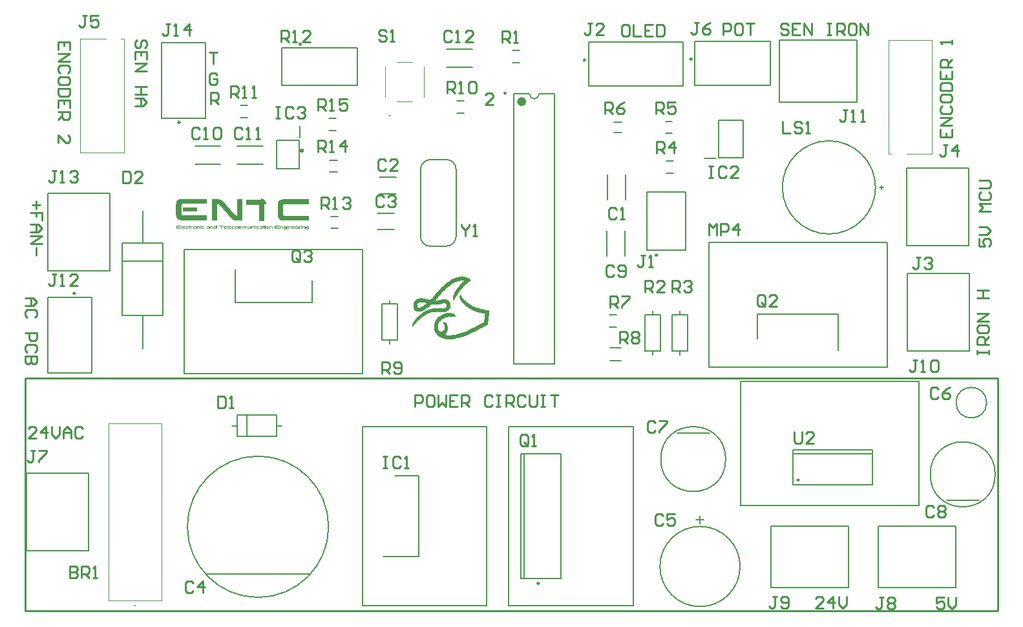
<source format=gto>
G04*
G04 #@! TF.GenerationSoftware,Altium Limited,Altium Designer,24.1.2 (44)*
G04*
G04 Layer_Color=65535*
%FSLAX44Y44*%
%MOMM*%
G71*
G04*
G04 #@! TF.SameCoordinates,48E260C1-2FA9-4A74-8A97-B6B365FA718B*
G04*
G04*
G04 #@! TF.FilePolarity,Positive*
G04*
G01*
G75*
%ADD10C,0.2500*%
%ADD11C,0.2000*%
%ADD12C,0.6000*%
%ADD13C,0.1500*%
%ADD14C,0.1270*%
%ADD15C,0.2540*%
%ADD16C,0.1000*%
G36*
X378887Y548336D02*
X378913D01*
Y542973D01*
X378887D01*
Y541808D01*
X348419D01*
Y541782D01*
X348083D01*
Y541808D01*
X346891D01*
Y541782D01*
X346502D01*
Y541756D01*
X346347D01*
Y541730D01*
X346243D01*
Y541704D01*
X346165D01*
Y541678D01*
X346114D01*
Y541652D01*
X346062D01*
Y541626D01*
X346010D01*
Y541600D01*
X345984D01*
Y541574D01*
X345932D01*
Y541549D01*
X345906D01*
Y541523D01*
X345854D01*
Y541497D01*
X345829D01*
Y541471D01*
X345803D01*
Y541445D01*
X345777D01*
Y541419D01*
X345751D01*
Y541393D01*
X345725D01*
Y541367D01*
X345699D01*
Y541341D01*
X345673D01*
Y541289D01*
X345647D01*
Y541264D01*
X345621D01*
Y541238D01*
X345595D01*
Y541186D01*
X345569D01*
Y541134D01*
X345544D01*
Y541082D01*
X345518D01*
Y541030D01*
X345492D01*
Y540953D01*
X345466D01*
Y540849D01*
X345440D01*
Y528491D01*
X345414D01*
Y528102D01*
X345440D01*
Y527843D01*
X345466D01*
Y527714D01*
X345492D01*
Y527636D01*
X345518D01*
Y527558D01*
X345544D01*
Y527506D01*
X345569D01*
Y527455D01*
X345595D01*
Y527403D01*
X345621D01*
Y527377D01*
X345647D01*
Y527351D01*
X345673D01*
Y527299D01*
X345699D01*
Y527273D01*
X345725D01*
Y527247D01*
X345751D01*
Y527221D01*
X345777D01*
Y527196D01*
X345803D01*
Y527170D01*
X345829D01*
Y527144D01*
X345854D01*
Y527118D01*
X345880D01*
Y527092D01*
X345932D01*
Y527066D01*
X345958D01*
Y527040D01*
X346010D01*
Y527014D01*
X346062D01*
Y526988D01*
X346114D01*
Y526962D01*
X346191D01*
Y526936D01*
X346269D01*
Y526911D01*
X346347D01*
Y526885D01*
X346476D01*
Y526859D01*
X346632D01*
Y526833D01*
X346943D01*
Y526807D01*
X378991D01*
Y526781D01*
X379016D01*
Y521496D01*
X378991D01*
Y520278D01*
X346502D01*
Y520304D01*
X345932D01*
Y520330D01*
X345544D01*
Y520356D01*
X345259D01*
Y520382D01*
X345025D01*
Y520408D01*
X344792D01*
Y520434D01*
X344611D01*
Y520460D01*
X344455D01*
Y520485D01*
X344274D01*
Y520511D01*
X344145D01*
Y520537D01*
X343989D01*
Y520563D01*
X343860D01*
Y520589D01*
X343756D01*
Y520615D01*
X343627D01*
Y520641D01*
X343523D01*
Y520667D01*
X343419D01*
Y520693D01*
X343316D01*
Y520719D01*
X343212D01*
Y520745D01*
X343134D01*
Y520770D01*
X343031D01*
Y520796D01*
X342953D01*
Y520822D01*
X342875D01*
Y520848D01*
X342797D01*
Y520874D01*
X342720D01*
Y520900D01*
X342642D01*
Y520926D01*
X342564D01*
Y520952D01*
X342486D01*
Y520978D01*
X342409D01*
Y521004D01*
X342357D01*
Y521030D01*
X342279D01*
Y521055D01*
X342228D01*
Y521081D01*
X342176D01*
Y521107D01*
X342098D01*
Y521133D01*
X342046D01*
Y521159D01*
X341994D01*
Y521185D01*
X341942D01*
Y521211D01*
X341891D01*
Y521237D01*
X341839D01*
Y521263D01*
X341787D01*
Y521289D01*
X341735D01*
Y521315D01*
X341683D01*
Y521340D01*
X341632D01*
Y521366D01*
X341580D01*
Y521392D01*
X341528D01*
Y521418D01*
X341476D01*
Y521444D01*
X341450D01*
Y521470D01*
X341398D01*
Y521496D01*
X341347D01*
Y521522D01*
X341295D01*
Y521548D01*
X341269D01*
Y521574D01*
X341217D01*
Y521600D01*
X341191D01*
Y521625D01*
X341139D01*
Y521651D01*
X341113D01*
Y521677D01*
X341062D01*
Y521703D01*
X341036D01*
Y521729D01*
X340984D01*
Y521755D01*
X340958D01*
Y521781D01*
X340906D01*
Y521807D01*
X340880D01*
Y521833D01*
X340854D01*
Y521859D01*
X340802D01*
Y521884D01*
X340777D01*
Y521910D01*
X340751D01*
Y521936D01*
X340699D01*
Y521962D01*
X340673D01*
Y521988D01*
X340647D01*
Y522014D01*
X340621D01*
Y522040D01*
X340569D01*
Y522066D01*
X340543D01*
Y522092D01*
X340518D01*
Y522118D01*
X340492D01*
Y522144D01*
X340466D01*
Y522169D01*
X340440D01*
Y522195D01*
X340388D01*
Y522221D01*
X340362D01*
Y522247D01*
X340336D01*
Y522273D01*
X340310D01*
Y522299D01*
X340284D01*
Y522325D01*
X340258D01*
Y522351D01*
X340233D01*
Y522377D01*
X340207D01*
Y522403D01*
X340181D01*
Y522429D01*
X340155D01*
Y522454D01*
X340129D01*
Y522480D01*
X340103D01*
Y522506D01*
X340077D01*
Y522532D01*
X340051D01*
Y522558D01*
X340025D01*
Y522610D01*
X339999D01*
Y522636D01*
X339973D01*
Y522662D01*
X339948D01*
Y522688D01*
X339922D01*
Y522714D01*
X339896D01*
Y522739D01*
X339870D01*
Y522791D01*
X339844D01*
Y522817D01*
X339818D01*
Y522843D01*
X339792D01*
Y522869D01*
X339766D01*
Y522921D01*
X339740D01*
Y522947D01*
X339714D01*
Y522973D01*
X339688D01*
Y523024D01*
X339663D01*
Y523050D01*
X339637D01*
Y523102D01*
X339611D01*
Y523128D01*
X339585D01*
Y523180D01*
X339559D01*
Y523206D01*
X339533D01*
Y523258D01*
X339507D01*
Y523284D01*
X339481D01*
Y523335D01*
X339455D01*
Y523387D01*
X339429D01*
Y523413D01*
X339403D01*
Y523465D01*
X339378D01*
Y523517D01*
X339352D01*
Y523568D01*
X339326D01*
Y523594D01*
X339300D01*
Y523646D01*
X339274D01*
Y523698D01*
X339248D01*
Y523750D01*
X339222D01*
Y523802D01*
X339196D01*
Y523853D01*
X339170D01*
Y523905D01*
X339144D01*
Y523957D01*
X339118D01*
Y524035D01*
X339093D01*
Y524087D01*
X339067D01*
Y524138D01*
X339041D01*
Y524216D01*
X339015D01*
Y524268D01*
X338989D01*
Y524346D01*
X338963D01*
Y524423D01*
X338937D01*
Y524501D01*
X338911D01*
Y524579D01*
X338885D01*
Y524657D01*
X338859D01*
Y524734D01*
X338834D01*
Y524838D01*
X338808D01*
Y524942D01*
X338782D01*
Y525045D01*
X338756D01*
Y525149D01*
X338730D01*
Y525279D01*
X338704D01*
Y525408D01*
X338678D01*
Y525537D01*
X338652D01*
Y525693D01*
X338626D01*
Y525874D01*
X338600D01*
Y526107D01*
X338574D01*
Y526367D01*
X338549D01*
Y526729D01*
X338523D01*
Y527558D01*
X338497D01*
Y528284D01*
X338523D01*
Y539968D01*
X338497D01*
Y541160D01*
X338523D01*
Y541963D01*
X338549D01*
Y542300D01*
X338574D01*
Y542559D01*
X338600D01*
Y542766D01*
X338626D01*
Y542948D01*
X338652D01*
Y543103D01*
X338678D01*
Y543258D01*
X338704D01*
Y543388D01*
X338730D01*
Y543492D01*
X338756D01*
Y543621D01*
X338782D01*
Y543725D01*
X338808D01*
Y543802D01*
X338834D01*
Y543906D01*
X338859D01*
Y543984D01*
X338885D01*
Y544087D01*
X338911D01*
Y544165D01*
X338937D01*
Y544243D01*
X338963D01*
Y544295D01*
X338989D01*
Y544372D01*
X339015D01*
Y544450D01*
X339041D01*
Y544502D01*
X339067D01*
Y544554D01*
X339093D01*
Y544632D01*
X339118D01*
Y544683D01*
X339144D01*
Y544735D01*
X339170D01*
Y544787D01*
X339196D01*
Y544839D01*
X339222D01*
Y544891D01*
X339248D01*
Y544942D01*
X339274D01*
Y544994D01*
X339300D01*
Y545046D01*
X339326D01*
Y545098D01*
X339352D01*
Y545150D01*
X339378D01*
Y545176D01*
X339403D01*
Y545227D01*
X339429D01*
Y545279D01*
X339455D01*
Y545305D01*
X339481D01*
Y545357D01*
X339507D01*
Y545383D01*
X339533D01*
Y545435D01*
X339559D01*
Y545461D01*
X339585D01*
Y545512D01*
X339611D01*
Y545538D01*
X339637D01*
Y545590D01*
X339663D01*
Y545616D01*
X339688D01*
Y545668D01*
X339714D01*
Y545694D01*
X339740D01*
Y545720D01*
X339766D01*
Y545771D01*
X339792D01*
Y545797D01*
X339818D01*
Y545823D01*
X339844D01*
Y545875D01*
X339870D01*
Y545901D01*
X339896D01*
Y545927D01*
X339922D01*
Y545953D01*
X339948D01*
Y545979D01*
X339973D01*
Y546005D01*
X339999D01*
Y546056D01*
X340025D01*
Y546082D01*
X340051D01*
Y546108D01*
X340077D01*
Y546134D01*
X340103D01*
Y546160D01*
X340129D01*
Y546186D01*
X340155D01*
Y546212D01*
X340181D01*
Y546238D01*
X340207D01*
Y546264D01*
X340233D01*
Y546290D01*
X340258D01*
Y546315D01*
X340284D01*
Y546341D01*
X340310D01*
Y546367D01*
X340336D01*
Y546393D01*
X340362D01*
Y546419D01*
X340388D01*
Y546445D01*
X340414D01*
Y546471D01*
X340466D01*
Y546497D01*
X340492D01*
Y546523D01*
X340518D01*
Y546549D01*
X340543D01*
Y546575D01*
X340569D01*
Y546600D01*
X340621D01*
Y546626D01*
X340647D01*
Y546652D01*
X340673D01*
Y546678D01*
X340699D01*
Y546704D01*
X340751D01*
Y546730D01*
X340777D01*
Y546756D01*
X340802D01*
Y546782D01*
X340854D01*
Y546808D01*
X340880D01*
Y546834D01*
X340906D01*
Y546860D01*
X340958D01*
Y546885D01*
X340984D01*
Y546911D01*
X341036D01*
Y546937D01*
X341062D01*
Y546963D01*
X341113D01*
Y546989D01*
X341139D01*
Y547015D01*
X341191D01*
Y547041D01*
X341217D01*
Y547067D01*
X341269D01*
Y547093D01*
X341321D01*
Y547119D01*
X341347D01*
Y547145D01*
X341398D01*
Y547170D01*
X341450D01*
Y547196D01*
X341502D01*
Y547222D01*
X341528D01*
Y547248D01*
X341580D01*
Y547274D01*
X341632D01*
Y547300D01*
X341683D01*
Y547326D01*
X341735D01*
Y547352D01*
X341787D01*
Y547378D01*
X341839D01*
Y547404D01*
X341891D01*
Y547430D01*
X341942D01*
Y547455D01*
X342020D01*
Y547481D01*
X342072D01*
Y547507D01*
X342124D01*
Y547533D01*
X342176D01*
Y547559D01*
X342253D01*
Y547585D01*
X342305D01*
Y547611D01*
X342383D01*
Y547637D01*
X342435D01*
Y547663D01*
X342512D01*
Y547689D01*
X342590D01*
Y547715D01*
X342668D01*
Y547740D01*
X342746D01*
Y547766D01*
X342823D01*
Y547792D01*
X342901D01*
Y547818D01*
X342979D01*
Y547844D01*
X343082D01*
Y547870D01*
X343160D01*
Y547896D01*
X343264D01*
Y547922D01*
X343341D01*
Y547948D01*
X343445D01*
Y547974D01*
X343549D01*
Y547999D01*
X343678D01*
Y548025D01*
X343782D01*
Y548051D01*
X343912D01*
Y548077D01*
X344041D01*
Y548103D01*
X344196D01*
Y548129D01*
X344326D01*
Y548155D01*
X344507D01*
Y548181D01*
X344689D01*
Y548207D01*
X344870D01*
Y548233D01*
X345103D01*
Y548259D01*
X345362D01*
Y548284D01*
X345699D01*
Y548310D01*
X346114D01*
Y548336D01*
X346813D01*
Y548362D01*
X378887D01*
Y548336D01*
D02*
G37*
G36*
X232275Y534657D02*
X232249D01*
Y534398D01*
X236679D01*
Y534372D01*
X236705D01*
Y533284D01*
X236679D01*
Y534061D01*
X236653D01*
Y534346D01*
X235229D01*
Y534320D01*
X235099D01*
Y534346D01*
X232275D01*
Y532533D01*
X214373D01*
Y532559D01*
X214347D01*
Y537144D01*
X232275D01*
Y534657D01*
D02*
G37*
G36*
X236705Y533232D02*
X236679D01*
Y533258D01*
X236705D01*
Y533232D01*
D02*
G37*
G36*
X236679Y532222D02*
X236705D01*
Y532196D01*
X236679D01*
Y532170D01*
X236705D01*
Y531056D01*
X236731D01*
Y529553D01*
X236705D01*
Y529372D01*
Y529346D01*
Y528957D01*
X236731D01*
Y528905D01*
X236757D01*
Y528880D01*
X236783D01*
Y528828D01*
X236809D01*
Y528776D01*
X236628D01*
Y528802D01*
X236602D01*
Y528931D01*
X236628D01*
Y529139D01*
X236653D01*
Y532844D01*
X236679D01*
Y532222D01*
D02*
G37*
G36*
X292226Y520278D02*
X284609D01*
Y520304D01*
X284168D01*
Y520330D01*
X283831D01*
Y520356D01*
X283572D01*
Y520382D01*
X283365D01*
Y520408D01*
X283158D01*
Y520434D01*
X282976D01*
Y520460D01*
X282821D01*
Y520485D01*
X282666D01*
Y520511D01*
X282536D01*
Y520537D01*
X282407D01*
Y520563D01*
X282277D01*
Y520589D01*
X282147D01*
Y520615D01*
X282044D01*
Y520641D01*
X281940D01*
Y520667D01*
X281836D01*
Y520693D01*
X281733D01*
Y520719D01*
X281629D01*
Y520745D01*
X281552D01*
Y520770D01*
X281448D01*
Y520796D01*
X281370D01*
Y520822D01*
X281292D01*
Y520848D01*
X281215D01*
Y520874D01*
X281137D01*
Y520900D01*
X281059D01*
Y520926D01*
X280982D01*
Y520952D01*
X280904D01*
Y520978D01*
X280852D01*
Y521004D01*
X280774D01*
Y521030D01*
X280697D01*
Y521055D01*
X280645D01*
Y521081D01*
X280567D01*
Y521107D01*
X280515D01*
Y521133D01*
X280463D01*
Y521159D01*
X280386D01*
Y521185D01*
X280334D01*
Y521211D01*
X280282D01*
Y521237D01*
X280230D01*
Y521263D01*
X280179D01*
Y521289D01*
X280127D01*
Y521315D01*
X280075D01*
Y521340D01*
X280023D01*
Y521366D01*
X279971D01*
Y521392D01*
X279919D01*
Y521418D01*
X279868D01*
Y521444D01*
X279816D01*
Y521470D01*
X279764D01*
Y521496D01*
X279712D01*
Y521522D01*
X279686D01*
Y521548D01*
X279634D01*
Y521574D01*
X279583D01*
Y521600D01*
X279531D01*
Y521625D01*
X279505D01*
Y521651D01*
X279453D01*
Y521677D01*
X279401D01*
Y521703D01*
X279375D01*
Y521729D01*
X279324D01*
Y521755D01*
X279272D01*
Y521781D01*
X279246D01*
Y521807D01*
X279194D01*
Y521833D01*
X279168D01*
Y521859D01*
X279116D01*
Y521884D01*
X279090D01*
Y521910D01*
X279039D01*
Y521936D01*
X279013D01*
Y521962D01*
X278961D01*
Y521988D01*
X278935D01*
Y522014D01*
X278883D01*
Y522040D01*
X278857D01*
Y522066D01*
X278831D01*
Y522092D01*
X278779D01*
Y522118D01*
X278754D01*
Y522144D01*
X278702D01*
Y522169D01*
X278676D01*
Y522195D01*
X278650D01*
Y522221D01*
X278598D01*
Y522247D01*
X278572D01*
Y522273D01*
X278546D01*
Y522299D01*
X278494D01*
Y522325D01*
X278469D01*
Y522351D01*
X278443D01*
Y522377D01*
X278417D01*
Y522403D01*
X278365D01*
Y522429D01*
X278339D01*
Y522454D01*
X278313D01*
Y522480D01*
X278287D01*
Y522506D01*
X278235D01*
Y522532D01*
X278209D01*
Y522558D01*
X278184D01*
Y522584D01*
X278158D01*
Y522610D01*
X278132D01*
Y522636D01*
X278080D01*
Y522662D01*
X278054D01*
Y522688D01*
X278028D01*
Y522714D01*
X278002D01*
Y522739D01*
X277976D01*
Y522765D01*
X277950D01*
Y522791D01*
X277924D01*
Y522817D01*
X277873D01*
Y522843D01*
X277847D01*
Y522869D01*
X277821D01*
Y522895D01*
X277795D01*
Y522921D01*
X277769D01*
Y522947D01*
X277743D01*
Y522973D01*
X277717D01*
Y522999D01*
X277691D01*
Y523024D01*
X277665D01*
Y523050D01*
X277640D01*
Y523076D01*
X277614D01*
Y523102D01*
X277588D01*
Y523128D01*
X277536D01*
Y523154D01*
X277510D01*
Y523180D01*
X277484D01*
Y523206D01*
X277458D01*
Y523232D01*
X277432D01*
Y523258D01*
X277406D01*
Y523284D01*
X277380D01*
Y523309D01*
X277355D01*
Y523335D01*
X277329D01*
Y523361D01*
X277303D01*
Y523387D01*
X277277D01*
Y523413D01*
X277251D01*
Y523439D01*
X277225D01*
Y523465D01*
X277199D01*
Y523517D01*
X277173D01*
Y523543D01*
X277147D01*
Y523568D01*
X277121D01*
Y523594D01*
X277095D01*
Y523620D01*
X277069D01*
Y523646D01*
X277044D01*
Y523672D01*
X277018D01*
Y523698D01*
X276992D01*
Y523724D01*
X276966D01*
Y523750D01*
X276940D01*
Y523776D01*
X276914D01*
Y523802D01*
X276888D01*
Y523828D01*
X276862D01*
Y523879D01*
X276836D01*
Y523905D01*
X276810D01*
Y523931D01*
X276784D01*
Y523957D01*
X276759D01*
Y523983D01*
X276733D01*
Y524009D01*
X276707D01*
Y524061D01*
X276681D01*
Y524087D01*
X276655D01*
Y524113D01*
X276629D01*
Y524138D01*
X276603D01*
Y524164D01*
X276577D01*
Y524190D01*
X276551D01*
Y524242D01*
X276525D01*
Y524268D01*
X276500D01*
Y524294D01*
X276474D01*
Y524320D01*
X276448D01*
Y524346D01*
X276422D01*
Y524372D01*
X276396D01*
Y524423D01*
X276370D01*
Y524449D01*
X276344D01*
Y524475D01*
X276318D01*
Y524501D01*
X276292D01*
Y524527D01*
X276266D01*
Y524553D01*
X276241D01*
Y524605D01*
X276215D01*
Y524631D01*
X276189D01*
Y524657D01*
X276163D01*
Y524683D01*
X276137D01*
Y524709D01*
X276111D01*
Y524734D01*
X276085D01*
Y524786D01*
X276059D01*
Y524812D01*
X276033D01*
Y524838D01*
X276007D01*
Y524864D01*
X275981D01*
Y524890D01*
X275956D01*
Y524916D01*
X275930D01*
Y524968D01*
X275904D01*
Y524994D01*
X275878D01*
Y525019D01*
X275852D01*
Y525045D01*
X275826D01*
Y525071D01*
X275800D01*
Y525097D01*
X275774D01*
Y525149D01*
X275748D01*
Y525175D01*
X275722D01*
Y525201D01*
X275696D01*
Y525227D01*
X275671D01*
Y525252D01*
X275645D01*
Y525279D01*
X275619D01*
Y525330D01*
X275593D01*
Y525356D01*
X275567D01*
Y525382D01*
X275541D01*
Y525408D01*
X275515D01*
Y525434D01*
X275489D01*
Y525460D01*
X275463D01*
Y525512D01*
X275437D01*
Y525537D01*
X275411D01*
Y525563D01*
X275385D01*
Y525589D01*
X275360D01*
Y525615D01*
X275334D01*
Y525641D01*
X275308D01*
Y525693D01*
X275282D01*
Y525719D01*
X275256D01*
Y525745D01*
X275230D01*
Y525771D01*
X275204D01*
Y525797D01*
X275178D01*
Y525822D01*
X275152D01*
Y525874D01*
X275126D01*
Y525900D01*
X275100D01*
Y525926D01*
X275075D01*
Y525952D01*
X275049D01*
Y525978D01*
X275023D01*
Y526030D01*
X274997D01*
Y526056D01*
X274971D01*
Y526082D01*
X274945D01*
Y526107D01*
X274919D01*
Y526133D01*
X274893D01*
Y526159D01*
X274867D01*
Y526211D01*
X274841D01*
Y526237D01*
X274816D01*
Y526263D01*
X274790D01*
Y526289D01*
X274764D01*
Y526315D01*
X274738D01*
Y526341D01*
X274712D01*
Y526393D01*
X274686D01*
Y526418D01*
X274660D01*
Y526444D01*
X274634D01*
Y526470D01*
X274608D01*
Y526496D01*
X274582D01*
Y526522D01*
X274557D01*
Y526574D01*
X274531D01*
Y526600D01*
X274505D01*
Y526626D01*
X274479D01*
Y526652D01*
X274453D01*
Y526678D01*
X274427D01*
Y526703D01*
X274401D01*
Y526729D01*
X274375D01*
Y526781D01*
X274349D01*
Y526807D01*
X274323D01*
Y526833D01*
X274297D01*
Y526859D01*
X274272D01*
Y526885D01*
X274246D01*
Y526911D01*
X274220D01*
Y526962D01*
X274194D01*
Y526988D01*
X274168D01*
Y527014D01*
X274142D01*
Y527040D01*
X274116D01*
Y527066D01*
X274090D01*
Y527092D01*
X274064D01*
Y527144D01*
X274038D01*
Y527170D01*
X274012D01*
Y527196D01*
X273986D01*
Y527221D01*
X273961D01*
Y527247D01*
X273935D01*
Y527273D01*
X273909D01*
Y527325D01*
X273883D01*
Y527351D01*
X273857D01*
Y527377D01*
X273831D01*
Y527403D01*
X273805D01*
Y527429D01*
X273779D01*
Y527455D01*
X273753D01*
Y527506D01*
X273727D01*
Y527532D01*
X273701D01*
Y527558D01*
X273676D01*
Y527584D01*
X273650D01*
Y527610D01*
X273624D01*
Y527636D01*
X273598D01*
Y527688D01*
X273572D01*
Y527714D01*
X273546D01*
Y527740D01*
X273520D01*
Y527766D01*
X273494D01*
Y527791D01*
X273468D01*
Y527817D01*
X273442D01*
Y527869D01*
X273417D01*
Y527895D01*
X273391D01*
Y527921D01*
X273365D01*
Y527947D01*
X273339D01*
Y527973D01*
X273313D01*
Y527999D01*
X273287D01*
Y528051D01*
X273261D01*
Y528077D01*
X273235D01*
Y528102D01*
X273209D01*
Y528128D01*
X273183D01*
Y528154D01*
X273158D01*
Y528180D01*
X273132D01*
Y528232D01*
X273106D01*
Y528258D01*
X273080D01*
Y528284D01*
X273054D01*
Y528310D01*
X273028D01*
Y528335D01*
X273002D01*
Y528362D01*
X272976D01*
Y528413D01*
X272950D01*
Y528439D01*
X272924D01*
Y528465D01*
X272898D01*
Y528491D01*
X272873D01*
Y528517D01*
X272847D01*
Y528543D01*
X272821D01*
Y528595D01*
X272795D01*
Y528620D01*
X272769D01*
Y528646D01*
X272743D01*
Y528672D01*
X272717D01*
Y528698D01*
X272691D01*
Y528724D01*
X272665D01*
Y528776D01*
X272639D01*
Y528802D01*
X272613D01*
Y528828D01*
X272588D01*
Y528854D01*
X272562D01*
Y528880D01*
X272536D01*
Y528931D01*
X272510D01*
Y528957D01*
X272484D01*
Y528983D01*
X272458D01*
Y529009D01*
X272432D01*
Y529035D01*
X272406D01*
Y529061D01*
X272380D01*
Y529113D01*
X272354D01*
Y529139D01*
X272328D01*
Y529165D01*
X272302D01*
Y529190D01*
X272277D01*
Y529216D01*
X272251D01*
Y529242D01*
X272225D01*
Y529294D01*
X272199D01*
Y529320D01*
X272173D01*
Y529346D01*
X272147D01*
Y529372D01*
X272121D01*
Y529398D01*
X272095D01*
Y529424D01*
X272069D01*
Y529450D01*
X272043D01*
Y529501D01*
X272017D01*
Y529527D01*
X271992D01*
Y529553D01*
X271966D01*
Y529579D01*
X271940D01*
Y529605D01*
X271914D01*
Y529657D01*
X271888D01*
Y529683D01*
X271862D01*
Y529709D01*
X271836D01*
Y529735D01*
X271810D01*
Y529761D01*
X271784D01*
Y529786D01*
X271758D01*
Y529838D01*
X271733D01*
Y529864D01*
X271707D01*
Y529890D01*
X271681D01*
Y529916D01*
X271655D01*
Y529942D01*
X271629D01*
Y529968D01*
X271603D01*
Y530020D01*
X271577D01*
Y530046D01*
X271551D01*
Y530071D01*
X271525D01*
Y530097D01*
X271499D01*
Y530123D01*
X271474D01*
Y530149D01*
X271448D01*
Y530201D01*
X271422D01*
Y530227D01*
X271396D01*
Y530253D01*
X271370D01*
Y530279D01*
X271344D01*
Y530305D01*
X271318D01*
Y530331D01*
X271292D01*
Y530382D01*
X271266D01*
Y530408D01*
X271240D01*
Y530434D01*
X271214D01*
Y530460D01*
X271189D01*
Y530486D01*
X271163D01*
Y530512D01*
X271137D01*
Y530564D01*
X271111D01*
Y530589D01*
X271085D01*
Y530615D01*
X271059D01*
Y530641D01*
X271033D01*
Y530667D01*
X271007D01*
Y530693D01*
X270981D01*
Y530745D01*
X270955D01*
Y530771D01*
X270929D01*
Y530797D01*
X270903D01*
Y530823D01*
X270878D01*
Y530849D01*
X270852D01*
Y530874D01*
X270826D01*
Y530900D01*
X270800D01*
Y530952D01*
X270774D01*
Y530978D01*
X270748D01*
Y531004D01*
X270722D01*
Y531030D01*
X270696D01*
Y531056D01*
X270670D01*
Y531082D01*
X270644D01*
Y531134D01*
X270618D01*
Y531160D01*
X270593D01*
Y531185D01*
X270567D01*
Y531211D01*
X270541D01*
Y531237D01*
X270515D01*
Y531263D01*
X270489D01*
Y531315D01*
X270463D01*
Y531341D01*
X270437D01*
Y531367D01*
X270411D01*
Y531393D01*
X270385D01*
Y531419D01*
X270359D01*
Y531445D01*
X270333D01*
Y531496D01*
X270308D01*
Y531522D01*
X270282D01*
Y531548D01*
X270256D01*
Y531574D01*
X270230D01*
Y531600D01*
X270204D01*
Y531626D01*
X270178D01*
Y531678D01*
X270152D01*
Y531704D01*
X270126D01*
Y531730D01*
X270100D01*
Y531755D01*
X270074D01*
Y531781D01*
X270049D01*
Y531833D01*
X270023D01*
Y531859D01*
X269997D01*
Y531885D01*
X269971D01*
Y531911D01*
X269945D01*
Y531937D01*
X269919D01*
Y531963D01*
X269893D01*
Y532015D01*
X269867D01*
Y532040D01*
X269841D01*
Y532066D01*
X269815D01*
Y532092D01*
X269790D01*
Y532118D01*
X269764D01*
Y532144D01*
X269738D01*
Y532196D01*
X269712D01*
Y532222D01*
X269686D01*
Y532248D01*
X269660D01*
Y532273D01*
X269634D01*
Y532299D01*
X269608D01*
Y532325D01*
X269582D01*
Y532377D01*
X269556D01*
Y532403D01*
X269530D01*
Y532429D01*
X269505D01*
Y532455D01*
X269479D01*
Y532481D01*
X269453D01*
Y532507D01*
X269427D01*
Y532559D01*
X269401D01*
Y532584D01*
X269375D01*
Y532610D01*
X269349D01*
Y532636D01*
X269323D01*
Y532662D01*
X269297D01*
Y532688D01*
X269271D01*
Y532740D01*
X269245D01*
Y532766D01*
X269219D01*
Y532792D01*
X269194D01*
Y532818D01*
X269168D01*
Y532844D01*
X269142D01*
Y532869D01*
X269116D01*
Y532921D01*
X269090D01*
Y532947D01*
X269064D01*
Y532973D01*
X269038D01*
Y532999D01*
X269012D01*
Y533025D01*
X268986D01*
Y533051D01*
X268960D01*
Y533103D01*
X268934D01*
Y533129D01*
X268909D01*
Y533154D01*
X268883D01*
Y533180D01*
X268857D01*
Y533206D01*
X268831D01*
Y533232D01*
X268805D01*
Y533284D01*
X268779D01*
Y533310D01*
X268753D01*
Y533336D01*
X268727D01*
Y533362D01*
X268701D01*
Y533388D01*
X268675D01*
Y533414D01*
X268650D01*
Y533465D01*
X268624D01*
Y533491D01*
X268598D01*
Y533517D01*
X268572D01*
Y533543D01*
X268546D01*
Y533569D01*
X268520D01*
Y533595D01*
X268494D01*
Y533647D01*
X268468D01*
Y533672D01*
X268442D01*
Y533698D01*
X268416D01*
Y533724D01*
X268390D01*
Y533750D01*
X268365D01*
Y533776D01*
X268339D01*
Y533828D01*
X268313D01*
Y533854D01*
X268287D01*
Y533880D01*
X268261D01*
Y533906D01*
X268235D01*
Y533932D01*
X268209D01*
Y533957D01*
X268183D01*
Y534009D01*
X268157D01*
Y534035D01*
X268131D01*
Y534061D01*
X268106D01*
Y534087D01*
X268080D01*
Y534113D01*
X268054D01*
Y534139D01*
X268028D01*
Y534191D01*
X268002D01*
Y534217D01*
X267976D01*
Y534243D01*
X267950D01*
Y534268D01*
X267924D01*
Y534294D01*
X267898D01*
Y534320D01*
X267872D01*
Y534372D01*
X267846D01*
Y534398D01*
X267820D01*
Y534424D01*
X267795D01*
Y534450D01*
X267769D01*
Y534476D01*
X267743D01*
Y534502D01*
X267717D01*
Y534553D01*
X267691D01*
Y534579D01*
X267665D01*
Y534605D01*
X267639D01*
Y534631D01*
X267613D01*
Y534657D01*
X267587D01*
Y534683D01*
X267561D01*
Y534735D01*
X267535D01*
Y534761D01*
X267510D01*
Y534787D01*
X267484D01*
Y534813D01*
X267458D01*
Y534838D01*
X267432D01*
Y534864D01*
X267406D01*
Y534916D01*
X267380D01*
Y534942D01*
X267354D01*
Y534968D01*
X267328D01*
Y534994D01*
X267302D01*
Y535020D01*
X267276D01*
Y535046D01*
X267250D01*
Y535098D01*
X267225D01*
Y535123D01*
X267199D01*
Y535149D01*
X267173D01*
Y535175D01*
X267147D01*
Y535201D01*
X267121D01*
Y535227D01*
X267095D01*
Y535279D01*
X267069D01*
Y535305D01*
X267043D01*
Y535331D01*
X267017D01*
Y535356D01*
X266991D01*
Y535382D01*
X266966D01*
Y535408D01*
X266940D01*
Y535460D01*
X266914D01*
Y535486D01*
X266888D01*
Y535512D01*
X266862D01*
Y535538D01*
X266836D01*
Y535564D01*
X266810D01*
Y535590D01*
X266784D01*
Y535642D01*
X266758D01*
Y535667D01*
X266732D01*
Y535693D01*
X266707D01*
Y535719D01*
X266681D01*
Y535745D01*
X266655D01*
Y535771D01*
X266629D01*
Y535823D01*
X266603D01*
Y535849D01*
X266577D01*
Y535875D01*
X266551D01*
Y535901D01*
X266525D01*
Y535927D01*
X266499D01*
Y535952D01*
X266473D01*
Y536004D01*
X266447D01*
Y536030D01*
X266422D01*
Y536056D01*
X266396D01*
Y536082D01*
X266370D01*
Y536108D01*
X266344D01*
Y536134D01*
X266318D01*
Y536186D01*
X266292D01*
Y536212D01*
X266266D01*
Y536237D01*
X266240D01*
Y536263D01*
X266214D01*
Y536289D01*
X266188D01*
Y536315D01*
X266162D01*
Y536367D01*
X266136D01*
Y536393D01*
X266111D01*
Y536419D01*
X266085D01*
Y536445D01*
X266059D01*
Y536471D01*
X266033D01*
Y536497D01*
X266007D01*
Y536548D01*
X265981D01*
Y536574D01*
X265955D01*
Y536600D01*
X265929D01*
Y536626D01*
X265903D01*
Y536652D01*
X265877D01*
Y536678D01*
X265851D01*
Y536730D01*
X265826D01*
Y536756D01*
X265800D01*
Y536782D01*
X265774D01*
Y536807D01*
X265748D01*
Y536833D01*
X265722D01*
Y536859D01*
X265696D01*
Y536911D01*
X265670D01*
Y536937D01*
X265644D01*
Y536963D01*
X265618D01*
Y536989D01*
X265592D01*
Y537015D01*
X265567D01*
Y537041D01*
X265541D01*
Y537092D01*
X265515D01*
Y537118D01*
X265489D01*
Y537144D01*
X265463D01*
Y537170D01*
X265437D01*
Y537196D01*
X265411D01*
Y537222D01*
X265385D01*
Y537274D01*
X265359D01*
Y537300D01*
X265333D01*
Y537326D01*
X265307D01*
Y537351D01*
X265282D01*
Y537377D01*
X265256D01*
Y537403D01*
X265230D01*
Y537455D01*
X265204D01*
Y537481D01*
X265178D01*
Y537507D01*
X265152D01*
Y537533D01*
X265126D01*
Y537559D01*
X265100D01*
Y537585D01*
X265074D01*
Y537636D01*
X265048D01*
Y537662D01*
X265022D01*
Y537688D01*
X264996D01*
Y537714D01*
X264971D01*
Y537740D01*
X264945D01*
Y537766D01*
X264919D01*
Y537818D01*
X264893D01*
Y537844D01*
X264867D01*
Y537870D01*
X264841D01*
Y537896D01*
X264815D01*
Y537921D01*
X264789D01*
Y537947D01*
X264763D01*
Y537999D01*
X264737D01*
Y538025D01*
X264711D01*
Y538051D01*
X264686D01*
Y538077D01*
X264660D01*
Y538103D01*
X264634D01*
Y538129D01*
X264608D01*
Y538181D01*
X264582D01*
Y538206D01*
X264556D01*
Y538232D01*
X264530D01*
Y538258D01*
X264504D01*
Y538284D01*
X264478D01*
Y538310D01*
X264452D01*
Y538362D01*
X264427D01*
Y538388D01*
X264401D01*
Y538414D01*
X264375D01*
Y538440D01*
X264349D01*
Y538465D01*
X264323D01*
Y538491D01*
X264297D01*
Y538543D01*
X264271D01*
Y538569D01*
X264245D01*
Y538595D01*
X264219D01*
Y538621D01*
X264193D01*
Y538647D01*
X264167D01*
Y538673D01*
X264142D01*
Y538725D01*
X264116D01*
Y538750D01*
X264090D01*
Y538776D01*
X264064D01*
Y538802D01*
X264038D01*
Y538828D01*
X264012D01*
Y538854D01*
X263986D01*
Y538880D01*
X263960D01*
Y538932D01*
X263934D01*
Y538958D01*
X263908D01*
Y538984D01*
X263883D01*
Y539010D01*
X263857D01*
Y539035D01*
X263831D01*
Y539061D01*
X263805D01*
Y539113D01*
X263779D01*
Y539139D01*
X263753D01*
Y539165D01*
X263727D01*
Y539191D01*
X263701D01*
Y539217D01*
X263675D01*
Y539269D01*
X263649D01*
Y539295D01*
X263623D01*
Y539320D01*
X263598D01*
Y539346D01*
X263572D01*
Y539372D01*
X263546D01*
Y539398D01*
X263520D01*
Y539450D01*
X263494D01*
Y539476D01*
X263468D01*
Y539502D01*
X263442D01*
Y539528D01*
X263416D01*
Y539554D01*
X263390D01*
Y539580D01*
X263364D01*
Y539631D01*
X263338D01*
Y539657D01*
X263312D01*
Y539683D01*
X263287D01*
Y539709D01*
X263261D01*
Y539735D01*
X263235D01*
Y539761D01*
X263209D01*
Y539787D01*
X263183D01*
Y539813D01*
X263157D01*
Y539865D01*
X263131D01*
Y539890D01*
X263105D01*
Y539916D01*
X263079D01*
Y539942D01*
X263053D01*
Y539968D01*
X263027D01*
Y539994D01*
X263002D01*
Y540020D01*
X262976D01*
Y540046D01*
X262950D01*
Y540072D01*
X262924D01*
Y540098D01*
X262898D01*
Y540124D01*
X262872D01*
Y540149D01*
X262846D01*
Y540175D01*
X262820D01*
Y540201D01*
X262794D01*
Y540227D01*
X262768D01*
Y540253D01*
X262743D01*
Y540279D01*
X262717D01*
Y540305D01*
X262691D01*
Y540331D01*
X262665D01*
Y540357D01*
X262613D01*
Y540383D01*
X262587D01*
Y540409D01*
X262561D01*
Y540434D01*
X262535D01*
Y540460D01*
X262509D01*
Y540486D01*
X262484D01*
Y540512D01*
X262432D01*
Y540538D01*
X262406D01*
Y540564D01*
X262380D01*
Y540590D01*
X262354D01*
Y540616D01*
X262328D01*
Y540642D01*
X262276D01*
Y540668D01*
X262250D01*
Y540694D01*
X262224D01*
Y540719D01*
X262173D01*
Y540745D01*
X262147D01*
Y540771D01*
X262121D01*
Y540797D01*
X262069D01*
Y540823D01*
X262043D01*
Y540849D01*
X261991D01*
Y540875D01*
X261965D01*
Y540901D01*
X261939D01*
Y540927D01*
X261888D01*
Y540953D01*
X261862D01*
Y540979D01*
X261810D01*
Y541004D01*
X261758D01*
Y541030D01*
X261732D01*
Y541056D01*
X261680D01*
Y541082D01*
X261654D01*
Y541108D01*
X261603D01*
Y541134D01*
X261551D01*
Y541160D01*
X261499D01*
Y541186D01*
X261473D01*
Y541212D01*
X261421D01*
Y541238D01*
X261369D01*
Y541264D01*
X261318D01*
Y541289D01*
X261266D01*
Y541315D01*
X261214D01*
Y541341D01*
X261162D01*
Y541367D01*
X261110D01*
Y541393D01*
X261059D01*
Y541419D01*
X261007D01*
Y541445D01*
X260929D01*
Y541471D01*
X260877D01*
Y541497D01*
X260800D01*
Y541523D01*
X260748D01*
Y541549D01*
X260670D01*
Y541574D01*
X260592D01*
Y541600D01*
X260515D01*
Y541626D01*
X260437D01*
Y541652D01*
X260333D01*
Y541678D01*
X260229D01*
Y541704D01*
X260126D01*
Y541730D01*
X259996D01*
Y541756D01*
X259841D01*
Y541782D01*
X259634D01*
Y541808D01*
X258934D01*
Y520278D01*
X252276D01*
Y534346D01*
X248960D01*
Y534372D01*
X249607D01*
Y534398D01*
X251291D01*
Y534372D01*
X252302D01*
Y534398D01*
X252328D01*
Y534424D01*
X252302D01*
Y534864D01*
X252276D01*
Y547248D01*
Y547274D01*
Y548362D01*
X259478D01*
Y548336D01*
X260022D01*
Y548310D01*
X260411D01*
Y548284D01*
X260722D01*
Y548259D01*
X260981D01*
Y548233D01*
X261188D01*
Y548207D01*
X261395D01*
Y548181D01*
X261577D01*
Y548155D01*
X261732D01*
Y548129D01*
X261862D01*
Y548103D01*
X262017D01*
Y548077D01*
X262147D01*
Y548051D01*
X262250D01*
Y548025D01*
X262354D01*
Y547999D01*
X262458D01*
Y547974D01*
X262561D01*
Y547948D01*
X262665D01*
Y547922D01*
X262768D01*
Y547896D01*
X262846D01*
Y547870D01*
X262924D01*
Y547844D01*
X263002D01*
Y547818D01*
X263079D01*
Y547792D01*
X263157D01*
Y547766D01*
X263235D01*
Y547740D01*
X263312D01*
Y547715D01*
X263364D01*
Y547689D01*
X263442D01*
Y547663D01*
X263520D01*
Y547637D01*
X263572D01*
Y547611D01*
X263649D01*
Y547585D01*
X263701D01*
Y547559D01*
X263753D01*
Y547533D01*
X263831D01*
Y547507D01*
X263883D01*
Y547481D01*
X263934D01*
Y547455D01*
X263986D01*
Y547430D01*
X264038D01*
Y547404D01*
X264090D01*
Y547378D01*
X264142D01*
Y547352D01*
X264193D01*
Y547326D01*
X264245D01*
Y547300D01*
X264297D01*
Y547274D01*
X264349D01*
Y547248D01*
X264401D01*
Y547222D01*
X264452D01*
Y547196D01*
X264504D01*
Y547170D01*
X264556D01*
Y547145D01*
X264582D01*
Y547119D01*
X264634D01*
Y547093D01*
X264686D01*
Y547067D01*
X264711D01*
Y547041D01*
X264763D01*
Y547015D01*
X264815D01*
Y546989D01*
X264841D01*
Y546963D01*
X264893D01*
Y546937D01*
X264945D01*
Y546911D01*
X264971D01*
Y546885D01*
X265022D01*
Y546860D01*
X265048D01*
Y546834D01*
X265100D01*
Y546808D01*
X265152D01*
Y546782D01*
X265178D01*
Y546756D01*
X265204D01*
Y546730D01*
X265256D01*
Y546704D01*
X265282D01*
Y546678D01*
X265333D01*
Y546652D01*
X265359D01*
Y546626D01*
X265411D01*
Y546600D01*
X265437D01*
Y546575D01*
X265489D01*
Y546549D01*
X265515D01*
Y546523D01*
X265541D01*
Y546497D01*
X265592D01*
Y546471D01*
X265618D01*
Y546445D01*
X265644D01*
Y546419D01*
X265696D01*
Y546393D01*
X265722D01*
Y546367D01*
X265748D01*
Y546341D01*
X265800D01*
Y546315D01*
X265826D01*
Y546290D01*
X265851D01*
Y546264D01*
X265877D01*
Y546238D01*
X265929D01*
Y546212D01*
X265955D01*
Y546186D01*
X265981D01*
Y546160D01*
X266007D01*
Y546134D01*
X266059D01*
Y546108D01*
X266085D01*
Y546082D01*
X266111D01*
Y546056D01*
X266136D01*
Y546031D01*
X266188D01*
Y546005D01*
X266214D01*
Y545979D01*
X266240D01*
Y545953D01*
X266266D01*
Y545927D01*
X266292D01*
Y545901D01*
X266318D01*
Y545875D01*
X266370D01*
Y545849D01*
X266396D01*
Y545823D01*
X266422D01*
Y545797D01*
X266447D01*
Y545771D01*
X266473D01*
Y545746D01*
X266499D01*
Y545720D01*
X266525D01*
Y545694D01*
X266551D01*
Y545668D01*
X266577D01*
Y545642D01*
X266629D01*
Y545616D01*
X266655D01*
Y545590D01*
X266681D01*
Y545564D01*
X266707D01*
Y545538D01*
X266732D01*
Y545512D01*
X266758D01*
Y545486D01*
X266784D01*
Y545461D01*
X266810D01*
Y545435D01*
X266836D01*
Y545409D01*
X266862D01*
Y545383D01*
X266888D01*
Y545357D01*
X266914D01*
Y545331D01*
X266940D01*
Y545305D01*
X266966D01*
Y545279D01*
X266991D01*
Y545253D01*
X267017D01*
Y545227D01*
X267043D01*
Y545201D01*
X267069D01*
Y545176D01*
X267095D01*
Y545150D01*
X267121D01*
Y545124D01*
X267147D01*
Y545098D01*
X267173D01*
Y545072D01*
X267199D01*
Y545046D01*
X267225D01*
Y545020D01*
X267250D01*
Y544994D01*
X267276D01*
Y544968D01*
X267302D01*
Y544942D01*
X267328D01*
Y544916D01*
X267354D01*
Y544891D01*
X267380D01*
Y544865D01*
X267406D01*
Y544839D01*
X267432D01*
Y544813D01*
X267458D01*
Y544787D01*
X267484D01*
Y544761D01*
X267510D01*
Y544735D01*
X267535D01*
Y544709D01*
X267561D01*
Y544657D01*
X267587D01*
Y544632D01*
X267613D01*
Y544606D01*
X267639D01*
Y544580D01*
X267665D01*
Y544554D01*
X267691D01*
Y544528D01*
X267717D01*
Y544502D01*
X267743D01*
Y544476D01*
X267769D01*
Y544450D01*
X267795D01*
Y544398D01*
X267820D01*
Y544372D01*
X267846D01*
Y544347D01*
X267872D01*
Y544321D01*
X267898D01*
Y544295D01*
X267924D01*
Y544269D01*
X267950D01*
Y544217D01*
X267976D01*
Y544191D01*
X268002D01*
Y544165D01*
X268028D01*
Y544139D01*
X268054D01*
Y544113D01*
X268080D01*
Y544087D01*
X268106D01*
Y544062D01*
X268131D01*
Y544010D01*
X268157D01*
Y543984D01*
X268183D01*
Y543958D01*
X268209D01*
Y543932D01*
X268235D01*
Y543906D01*
X268261D01*
Y543880D01*
X268287D01*
Y543828D01*
X268313D01*
Y543802D01*
X268339D01*
Y543777D01*
X268365D01*
Y543751D01*
X268390D01*
Y543725D01*
X268416D01*
Y543699D01*
X268442D01*
Y543673D01*
X268468D01*
Y543621D01*
X268494D01*
Y543595D01*
X268520D01*
Y543569D01*
X268546D01*
Y543543D01*
X268572D01*
Y543517D01*
X268598D01*
Y543492D01*
X268624D01*
Y543440D01*
X268650D01*
Y543414D01*
X268675D01*
Y543388D01*
X268701D01*
Y543362D01*
X268727D01*
Y543336D01*
X268753D01*
Y543310D01*
X268779D01*
Y543284D01*
X268805D01*
Y543232D01*
X268831D01*
Y543207D01*
X268857D01*
Y543181D01*
X268883D01*
Y543155D01*
X268909D01*
Y543129D01*
X268934D01*
Y543103D01*
X268960D01*
Y543051D01*
X268986D01*
Y543025D01*
X269012D01*
Y542999D01*
X269038D01*
Y542973D01*
X269064D01*
Y542948D01*
X269090D01*
Y542922D01*
X269116D01*
Y542896D01*
X269142D01*
Y542844D01*
X269168D01*
Y542818D01*
X269194D01*
Y542792D01*
X269219D01*
Y542766D01*
X269245D01*
Y542740D01*
X269271D01*
Y542714D01*
X269297D01*
Y542663D01*
X269323D01*
Y542637D01*
X269349D01*
Y542611D01*
X269375D01*
Y542585D01*
X269401D01*
Y542559D01*
X269427D01*
Y542533D01*
X269453D01*
Y542507D01*
X269479D01*
Y542455D01*
X269505D01*
Y542429D01*
X269530D01*
Y542403D01*
X269556D01*
Y542378D01*
X269582D01*
Y542352D01*
X269608D01*
Y542326D01*
X269634D01*
Y542274D01*
X269660D01*
Y542248D01*
X269686D01*
Y542222D01*
X269712D01*
Y542196D01*
X269738D01*
Y542170D01*
X269764D01*
Y542144D01*
X269790D01*
Y542118D01*
X269815D01*
Y542067D01*
X269841D01*
Y542041D01*
X269867D01*
Y542015D01*
X269893D01*
Y541989D01*
X269919D01*
Y541963D01*
X269945D01*
Y541937D01*
X269971D01*
Y541885D01*
X269997D01*
Y541859D01*
X270023D01*
Y541833D01*
X270049D01*
Y541808D01*
X270074D01*
Y541782D01*
X270100D01*
Y541756D01*
X270126D01*
Y541730D01*
X270152D01*
Y541678D01*
X270178D01*
Y541652D01*
X270204D01*
Y541626D01*
X270230D01*
Y541600D01*
X270256D01*
Y541574D01*
X270282D01*
Y541549D01*
X270308D01*
Y541497D01*
X270333D01*
Y541471D01*
X270359D01*
Y541445D01*
X270385D01*
Y541419D01*
X270411D01*
Y541393D01*
X270437D01*
Y541367D01*
X270463D01*
Y541341D01*
X270489D01*
Y541289D01*
X270515D01*
Y541264D01*
X270541D01*
Y541238D01*
X270567D01*
Y541212D01*
X270593D01*
Y541186D01*
X270618D01*
Y541160D01*
X270644D01*
Y541108D01*
X270670D01*
Y541082D01*
X270696D01*
Y541056D01*
X270722D01*
Y541030D01*
X270748D01*
Y541004D01*
X270774D01*
Y540979D01*
X270800D01*
Y540953D01*
X270826D01*
Y540901D01*
X270852D01*
Y540875D01*
X270878D01*
Y540849D01*
X270903D01*
Y540823D01*
X270929D01*
Y540797D01*
X270955D01*
Y540771D01*
X270981D01*
Y540745D01*
X271007D01*
Y540694D01*
X271033D01*
Y540668D01*
X271059D01*
Y540642D01*
X271085D01*
Y540616D01*
X271111D01*
Y540590D01*
X271137D01*
Y540564D01*
X271163D01*
Y540512D01*
X271189D01*
Y540486D01*
X271214D01*
Y540460D01*
X271240D01*
Y540434D01*
X271266D01*
Y540409D01*
X271292D01*
Y540383D01*
X271318D01*
Y540357D01*
X271344D01*
Y540305D01*
X271370D01*
Y540279D01*
X271396D01*
Y540253D01*
X271422D01*
Y540227D01*
X271448D01*
Y540201D01*
X271474D01*
Y540175D01*
X271499D01*
Y540124D01*
X271525D01*
Y540098D01*
X271551D01*
Y540072D01*
X271577D01*
Y540046D01*
X271603D01*
Y540020D01*
X271629D01*
Y539994D01*
X271655D01*
Y539968D01*
X271681D01*
Y539916D01*
X271707D01*
Y539890D01*
X271733D01*
Y539865D01*
X271758D01*
Y539839D01*
X271784D01*
Y539813D01*
X271810D01*
Y539787D01*
X271836D01*
Y539735D01*
X271862D01*
Y539709D01*
X271888D01*
Y539683D01*
X271914D01*
Y539657D01*
X271940D01*
Y539631D01*
X271966D01*
Y539605D01*
X271992D01*
Y539580D01*
X272017D01*
Y539528D01*
X272043D01*
Y539502D01*
X272069D01*
Y539476D01*
X272095D01*
Y539450D01*
X272121D01*
Y539424D01*
X272147D01*
Y539398D01*
X272173D01*
Y539346D01*
X272199D01*
Y539320D01*
X272225D01*
Y539295D01*
X272251D01*
Y539269D01*
X272277D01*
Y539243D01*
X272302D01*
Y539217D01*
X272328D01*
Y539191D01*
X272354D01*
Y539139D01*
X272380D01*
Y539113D01*
X272406D01*
Y539087D01*
X272432D01*
Y539061D01*
X272458D01*
Y539035D01*
X272484D01*
Y539010D01*
X272510D01*
Y538958D01*
X272536D01*
Y538932D01*
X272562D01*
Y538906D01*
X272588D01*
Y538880D01*
X272613D01*
Y538854D01*
X272639D01*
Y538828D01*
X272665D01*
Y538802D01*
X272691D01*
Y538750D01*
X272717D01*
Y538725D01*
X272743D01*
Y538699D01*
X272769D01*
Y538673D01*
X272795D01*
Y538647D01*
X272821D01*
Y538621D01*
X272847D01*
Y538595D01*
X272873D01*
Y538543D01*
X272898D01*
Y538517D01*
X272924D01*
Y538491D01*
X272950D01*
Y538465D01*
X272976D01*
Y538440D01*
X273002D01*
Y538414D01*
X273028D01*
Y538362D01*
X273054D01*
Y538336D01*
X273080D01*
Y538310D01*
X273106D01*
Y538284D01*
X273132D01*
Y538258D01*
X273158D01*
Y538232D01*
X273183D01*
Y538206D01*
X273209D01*
Y538155D01*
X273235D01*
Y538129D01*
X273261D01*
Y538103D01*
X273287D01*
Y538077D01*
X273313D01*
Y538051D01*
X273339D01*
Y538025D01*
X273365D01*
Y537973D01*
X273391D01*
Y537947D01*
X273417D01*
Y537921D01*
X273442D01*
Y537896D01*
X273468D01*
Y537870D01*
X273494D01*
Y537844D01*
X273520D01*
Y537818D01*
X273546D01*
Y537766D01*
X273572D01*
Y537740D01*
X273598D01*
Y537714D01*
X273624D01*
Y537688D01*
X273650D01*
Y537662D01*
X273676D01*
Y537636D01*
X273701D01*
Y537585D01*
X273727D01*
Y537559D01*
X273753D01*
Y537533D01*
X273779D01*
Y537507D01*
X273805D01*
Y537481D01*
X273831D01*
Y537455D01*
X273857D01*
Y537429D01*
X273883D01*
Y537377D01*
X273909D01*
Y537351D01*
X273935D01*
Y537326D01*
X273961D01*
Y537300D01*
X273986D01*
Y537274D01*
X274012D01*
Y537248D01*
X274038D01*
Y537222D01*
X274064D01*
Y537170D01*
X274090D01*
Y537144D01*
X274116D01*
Y537118D01*
X274142D01*
Y537092D01*
X274168D01*
Y537066D01*
X274194D01*
Y537041D01*
X274220D01*
Y536989D01*
X274246D01*
Y536963D01*
X274272D01*
Y536937D01*
X274297D01*
Y536911D01*
X274323D01*
Y536885D01*
X274349D01*
Y536859D01*
X274375D01*
Y536833D01*
X274401D01*
Y536782D01*
X274427D01*
Y536756D01*
X274453D01*
Y536730D01*
X274479D01*
Y536704D01*
X274505D01*
Y536678D01*
X274531D01*
Y536652D01*
X274557D01*
Y536600D01*
X274582D01*
Y536574D01*
X274608D01*
Y536548D01*
X274634D01*
Y536522D01*
X274660D01*
Y536497D01*
X274686D01*
Y536471D01*
X274712D01*
Y536445D01*
X274738D01*
Y536393D01*
X274764D01*
Y536367D01*
X274790D01*
Y536341D01*
X274816D01*
Y536315D01*
X274841D01*
Y536289D01*
X274867D01*
Y536263D01*
X274893D01*
Y536212D01*
X274919D01*
Y536186D01*
X274945D01*
Y536160D01*
X274971D01*
Y536134D01*
X274997D01*
Y536108D01*
X275023D01*
Y536082D01*
X275049D01*
Y536056D01*
X275075D01*
Y536004D01*
X275100D01*
Y535978D01*
X275126D01*
Y535952D01*
X275152D01*
Y535927D01*
X275178D01*
Y535901D01*
X275204D01*
Y535875D01*
X275230D01*
Y535849D01*
X275256D01*
Y535797D01*
X275282D01*
Y535771D01*
X275308D01*
Y535745D01*
X275334D01*
Y535719D01*
X275360D01*
Y535693D01*
X275385D01*
Y535667D01*
X275411D01*
Y535616D01*
X275437D01*
Y535590D01*
X275463D01*
Y535564D01*
X275489D01*
Y535538D01*
X275515D01*
Y535512D01*
X275541D01*
Y535486D01*
X275567D01*
Y535460D01*
X275593D01*
Y535408D01*
X275619D01*
Y535382D01*
X275645D01*
Y535356D01*
X275671D01*
Y535331D01*
X275696D01*
Y535305D01*
X275722D01*
Y535279D01*
X275748D01*
Y535227D01*
X275774D01*
Y535201D01*
X275800D01*
Y535175D01*
X275826D01*
Y535149D01*
X275852D01*
Y535123D01*
X275878D01*
Y535098D01*
X275904D01*
Y535072D01*
X275930D01*
Y535020D01*
X275956D01*
Y534994D01*
X275981D01*
Y534968D01*
X276007D01*
Y534942D01*
X276033D01*
Y534916D01*
X276059D01*
Y534890D01*
X276085D01*
Y534838D01*
X276111D01*
Y534813D01*
X276137D01*
Y534787D01*
X276163D01*
Y534761D01*
X276189D01*
Y534735D01*
X276215D01*
Y534709D01*
X276241D01*
Y534683D01*
X276266D01*
Y534631D01*
X276292D01*
Y534605D01*
X276318D01*
Y534579D01*
X276344D01*
Y534553D01*
X276370D01*
Y534528D01*
X276396D01*
Y534502D01*
X276422D01*
Y534450D01*
X276448D01*
Y534424D01*
X276474D01*
Y534398D01*
X276500D01*
Y534372D01*
X276525D01*
Y534346D01*
X276551D01*
Y534320D01*
X276577D01*
Y534294D01*
X276603D01*
Y534243D01*
X276629D01*
Y534217D01*
X276655D01*
Y534191D01*
X276681D01*
Y534165D01*
X276707D01*
Y534139D01*
X276733D01*
Y534113D01*
X276759D01*
Y534087D01*
X276784D01*
Y534035D01*
X276810D01*
Y534009D01*
X276836D01*
Y533983D01*
X276862D01*
Y533957D01*
X276888D01*
Y533932D01*
X276914D01*
Y533906D01*
X276940D01*
Y533854D01*
X276966D01*
Y533828D01*
X276992D01*
Y533802D01*
X277018D01*
Y533776D01*
X277044D01*
Y533750D01*
X277069D01*
Y533724D01*
X277095D01*
Y533698D01*
X277121D01*
Y533647D01*
X277147D01*
Y533621D01*
X277173D01*
Y533595D01*
X277199D01*
Y533569D01*
X277225D01*
Y533543D01*
X277251D01*
Y533517D01*
X277277D01*
Y533465D01*
X277303D01*
Y533439D01*
X277329D01*
Y533414D01*
X277355D01*
Y533388D01*
X277380D01*
Y533362D01*
X277406D01*
Y533336D01*
X277432D01*
Y533310D01*
X277458D01*
Y533258D01*
X277484D01*
Y533232D01*
X277510D01*
Y533206D01*
X277536D01*
Y533180D01*
X277562D01*
Y533154D01*
X277588D01*
Y533129D01*
X277614D01*
Y533077D01*
X277640D01*
Y533051D01*
X277665D01*
Y533025D01*
X277691D01*
Y532999D01*
X277717D01*
Y532973D01*
X277743D01*
Y532947D01*
X277769D01*
Y532921D01*
X277795D01*
Y532869D01*
X277821D01*
Y532844D01*
X277847D01*
Y532818D01*
X277873D01*
Y532792D01*
X277899D01*
Y532766D01*
X277924D01*
Y532740D01*
X277950D01*
Y532714D01*
X277976D01*
Y532662D01*
X278002D01*
Y532636D01*
X278028D01*
Y532610D01*
X278054D01*
Y532584D01*
X278080D01*
Y532559D01*
X278106D01*
Y532533D01*
X278132D01*
Y532481D01*
X278158D01*
Y532455D01*
X278184D01*
Y532429D01*
X278209D01*
Y532403D01*
X278235D01*
Y532377D01*
X278261D01*
Y532351D01*
X278287D01*
Y532325D01*
X278313D01*
Y532273D01*
X278339D01*
Y532248D01*
X278365D01*
Y532222D01*
X278391D01*
Y532196D01*
X278417D01*
Y532170D01*
X278443D01*
Y532144D01*
X278469D01*
Y532092D01*
X278494D01*
Y532066D01*
X278520D01*
Y532040D01*
X278546D01*
Y532015D01*
X278572D01*
Y531988D01*
X278598D01*
Y531963D01*
X278624D01*
Y531937D01*
X278650D01*
Y531885D01*
X278676D01*
Y531859D01*
X278702D01*
Y531833D01*
X278728D01*
Y531807D01*
X278754D01*
Y531781D01*
X278779D01*
Y531755D01*
X278805D01*
Y531704D01*
X278831D01*
Y531678D01*
X278857D01*
Y531652D01*
X278883D01*
Y531626D01*
X278909D01*
Y531600D01*
X278935D01*
Y531574D01*
X278961D01*
Y531548D01*
X278987D01*
Y531496D01*
X279013D01*
Y531470D01*
X279039D01*
Y531445D01*
X279064D01*
Y531419D01*
X279090D01*
Y531393D01*
X279116D01*
Y531367D01*
X279142D01*
Y531315D01*
X279168D01*
Y531289D01*
X279194D01*
Y531263D01*
X279220D01*
Y531237D01*
X279246D01*
Y531211D01*
X279272D01*
Y531185D01*
X279298D01*
Y531160D01*
X279324D01*
Y531108D01*
X279349D01*
Y531082D01*
X279375D01*
Y531056D01*
X279401D01*
Y531030D01*
X279427D01*
Y531004D01*
X279453D01*
Y530978D01*
X279479D01*
Y530926D01*
X279505D01*
Y530900D01*
X279531D01*
Y530874D01*
X279557D01*
Y530849D01*
X279583D01*
Y530823D01*
X279608D01*
Y530797D01*
X279634D01*
Y530771D01*
X279660D01*
Y530719D01*
X279686D01*
Y530693D01*
X279712D01*
Y530667D01*
X279738D01*
Y530641D01*
X279764D01*
Y530615D01*
X279790D01*
Y530589D01*
X279816D01*
Y530564D01*
X279842D01*
Y530512D01*
X279868D01*
Y530486D01*
X279893D01*
Y530460D01*
X279919D01*
Y530434D01*
X279945D01*
Y530408D01*
X279971D01*
Y530382D01*
X279997D01*
Y530331D01*
X280023D01*
Y530305D01*
X280049D01*
Y530279D01*
X280075D01*
Y530253D01*
X280101D01*
Y530227D01*
X280127D01*
Y530201D01*
X280153D01*
Y530175D01*
X280179D01*
Y530149D01*
X280204D01*
Y530097D01*
X280230D01*
Y530071D01*
X280256D01*
Y530046D01*
X280282D01*
Y530020D01*
X280308D01*
Y529994D01*
X280334D01*
Y529968D01*
X280360D01*
Y529916D01*
X280386D01*
Y529890D01*
X280412D01*
Y529864D01*
X280438D01*
Y529838D01*
X280463D01*
Y529812D01*
X280489D01*
Y529786D01*
X280515D01*
Y529735D01*
X280541D01*
Y529709D01*
X280567D01*
Y529683D01*
X280593D01*
Y529657D01*
X280619D01*
Y529631D01*
X280645D01*
Y529605D01*
X280671D01*
Y529553D01*
X280697D01*
Y529527D01*
X280723D01*
Y529501D01*
X280748D01*
Y529476D01*
X280774D01*
Y529450D01*
X280800D01*
Y529424D01*
X280826D01*
Y529372D01*
X280852D01*
Y529346D01*
X280878D01*
Y529320D01*
X280904D01*
Y529294D01*
X280930D01*
Y529268D01*
X280956D01*
Y529242D01*
X280982D01*
Y529190D01*
X281007D01*
Y529165D01*
X281033D01*
Y529139D01*
X281059D01*
Y529113D01*
X281085D01*
Y529087D01*
X281111D01*
Y529061D01*
X281137D01*
Y529035D01*
X281163D01*
Y528983D01*
X281189D01*
Y528957D01*
X281215D01*
Y528931D01*
X281241D01*
Y528905D01*
X281267D01*
Y528880D01*
X281292D01*
Y528854D01*
X281318D01*
Y528828D01*
X281344D01*
Y528802D01*
X281370D01*
Y528776D01*
X281396D01*
Y528724D01*
X281422D01*
Y528698D01*
X281448D01*
Y528672D01*
X281474D01*
Y528646D01*
X281500D01*
Y528620D01*
X281526D01*
Y528595D01*
X281552D01*
Y528569D01*
X281577D01*
Y528543D01*
X281603D01*
Y528517D01*
X281629D01*
Y528491D01*
X281655D01*
Y528465D01*
X281681D01*
Y528439D01*
X281707D01*
Y528413D01*
X281733D01*
Y528387D01*
X281785D01*
Y528362D01*
X281811D01*
Y528335D01*
X281836D01*
Y528310D01*
X281863D01*
Y528284D01*
X281888D01*
Y528258D01*
X281914D01*
Y528232D01*
X281966D01*
Y528206D01*
X281992D01*
Y528180D01*
X282018D01*
Y528154D01*
X282044D01*
Y528128D01*
X282070D01*
Y528102D01*
X282122D01*
Y528077D01*
X282147D01*
Y528051D01*
X282173D01*
Y528025D01*
X282225D01*
Y527999D01*
X282251D01*
Y527973D01*
X282277D01*
Y527947D01*
X282303D01*
Y527921D01*
X282355D01*
Y527895D01*
X282381D01*
Y527869D01*
X282407D01*
Y527843D01*
X282458D01*
Y527817D01*
X282484D01*
Y527791D01*
X282536D01*
Y527766D01*
X282562D01*
Y527740D01*
X282588D01*
Y527714D01*
X282640D01*
Y527688D01*
X282666D01*
Y527662D01*
X282717D01*
Y527636D01*
X282743D01*
Y527610D01*
X282795D01*
Y527584D01*
X282821D01*
Y527558D01*
X282873D01*
Y527532D01*
X282925D01*
Y527506D01*
X282951D01*
Y527481D01*
X283002D01*
Y527455D01*
X283054D01*
Y527429D01*
X283080D01*
Y527403D01*
X283132D01*
Y527377D01*
X283184D01*
Y527351D01*
X283236D01*
Y527325D01*
X283287D01*
Y527299D01*
X283339D01*
Y527273D01*
X283391D01*
Y527247D01*
X283443D01*
Y527221D01*
X283495D01*
Y527196D01*
X283546D01*
Y527170D01*
X283598D01*
Y527144D01*
X283676D01*
Y527118D01*
X283728D01*
Y527092D01*
X283806D01*
Y527066D01*
X283857D01*
Y527040D01*
X283935D01*
Y527014D01*
X284013D01*
Y526988D01*
X284116D01*
Y526962D01*
X284194D01*
Y526936D01*
X284298D01*
Y526911D01*
X284427D01*
Y526885D01*
X284583D01*
Y526859D01*
X284816D01*
Y526833D01*
X285153D01*
Y526807D01*
X285541D01*
Y548362D01*
X292226D01*
Y520278D01*
D02*
G37*
G36*
X245333Y548854D02*
X245410D01*
Y548829D01*
X245462D01*
Y548777D01*
X245488D01*
Y548725D01*
X245514D01*
Y542326D01*
X213388D01*
Y542300D01*
X213155D01*
Y542274D01*
X213026D01*
Y542248D01*
X212922D01*
Y542222D01*
X212844D01*
Y542196D01*
X212767D01*
Y542170D01*
X212715D01*
Y542144D01*
X212663D01*
Y542118D01*
X212611D01*
Y542093D01*
X212585D01*
Y542067D01*
X212533D01*
Y542041D01*
X212507D01*
Y542015D01*
X212482D01*
Y541989D01*
X212430D01*
Y541963D01*
X212404D01*
Y541937D01*
X212378D01*
Y541911D01*
X212352D01*
Y541859D01*
X212326D01*
Y541833D01*
X212300D01*
Y541808D01*
X212274D01*
Y541756D01*
X212248D01*
Y541730D01*
X212222D01*
Y541678D01*
X212197D01*
Y541626D01*
X212171D01*
Y541549D01*
X212145D01*
Y541471D01*
X212119D01*
Y541367D01*
X212093D01*
Y541238D01*
X212067D01*
Y540979D01*
X212041D01*
Y528724D01*
X212067D01*
Y528439D01*
X212093D01*
Y528310D01*
X212119D01*
Y528206D01*
X212145D01*
Y528128D01*
X212171D01*
Y528077D01*
X212197D01*
Y527999D01*
X212222D01*
Y527947D01*
X212248D01*
Y527921D01*
X212274D01*
Y527869D01*
X212300D01*
Y527843D01*
X212326D01*
Y527817D01*
X212352D01*
Y527766D01*
X212378D01*
Y527740D01*
X212404D01*
Y527714D01*
X212430D01*
Y527688D01*
X212482D01*
Y527662D01*
X212507D01*
Y527636D01*
X212533D01*
Y527610D01*
X212585D01*
Y527584D01*
X212611D01*
Y527558D01*
X212663D01*
Y527532D01*
X212715D01*
Y527506D01*
X212767D01*
Y527481D01*
X212818D01*
Y527455D01*
X212896D01*
Y527429D01*
X212974D01*
Y527403D01*
X213103D01*
Y527377D01*
X213259D01*
Y527351D01*
X245229D01*
Y527325D01*
X245644D01*
Y520796D01*
X213103D01*
Y520822D01*
X212533D01*
Y520848D01*
X212171D01*
Y520874D01*
X211886D01*
Y520900D01*
X211627D01*
Y520926D01*
X211419D01*
Y520952D01*
X211238D01*
Y520978D01*
X211057D01*
Y521004D01*
X210901D01*
Y521030D01*
X210772D01*
Y521055D01*
X210642D01*
Y521081D01*
X210513D01*
Y521107D01*
X210383D01*
Y521133D01*
X210279D01*
Y521159D01*
X210150D01*
Y521185D01*
X210072D01*
Y521211D01*
X209968D01*
Y521237D01*
X209865D01*
Y521263D01*
X209787D01*
Y521289D01*
X209684D01*
Y521315D01*
X209606D01*
Y521340D01*
X209528D01*
Y521366D01*
X209450D01*
Y521392D01*
X209347D01*
Y521418D01*
X209295D01*
Y521444D01*
X209217D01*
Y521470D01*
X209139D01*
Y521496D01*
X209062D01*
Y521522D01*
X209010D01*
Y521548D01*
X208932D01*
Y521574D01*
X208880D01*
Y521600D01*
X208803D01*
Y521625D01*
X208751D01*
Y521651D01*
X208699D01*
Y521677D01*
X208647D01*
Y521703D01*
X208595D01*
Y521729D01*
X208518D01*
Y521755D01*
X208466D01*
Y521781D01*
X208414D01*
Y521807D01*
X208362D01*
Y521833D01*
X208310D01*
Y521859D01*
X208284D01*
Y521884D01*
X208233D01*
Y521910D01*
X208181D01*
Y521936D01*
X208129D01*
Y521962D01*
X208077D01*
Y521988D01*
X208051D01*
Y522014D01*
X207999D01*
Y522040D01*
X207948D01*
Y522066D01*
X207922D01*
Y522092D01*
X207870D01*
Y522118D01*
X207818D01*
Y522144D01*
X207792D01*
Y522169D01*
X207740D01*
Y522195D01*
X207715D01*
Y522221D01*
X207663D01*
Y522247D01*
X207637D01*
Y522273D01*
X207585D01*
Y522299D01*
X207559D01*
Y522325D01*
X207533D01*
Y522351D01*
X207481D01*
Y522377D01*
X207456D01*
Y522403D01*
X207430D01*
Y522429D01*
X207378D01*
Y522454D01*
X207352D01*
Y522480D01*
X207326D01*
Y522506D01*
X207274D01*
Y522532D01*
X207248D01*
Y522558D01*
X207222D01*
Y522584D01*
X207196D01*
Y522610D01*
X207171D01*
Y522636D01*
X207145D01*
Y522662D01*
X207093D01*
Y522688D01*
X207067D01*
Y522714D01*
X207041D01*
Y522739D01*
X207015D01*
Y522765D01*
X206989D01*
Y522791D01*
X206963D01*
Y522817D01*
X206937D01*
Y522843D01*
X206911D01*
Y522869D01*
X206886D01*
Y522895D01*
X206860D01*
Y522921D01*
X206834D01*
Y522947D01*
X206808D01*
Y522973D01*
X206782D01*
Y522999D01*
X206756D01*
Y523024D01*
X206730D01*
Y523050D01*
X206704D01*
Y523076D01*
X206678D01*
Y523102D01*
X206652D01*
Y523128D01*
X206626D01*
Y523154D01*
X206600D01*
Y523206D01*
X206575D01*
Y523232D01*
X206549D01*
Y523258D01*
X206523D01*
Y523284D01*
X206497D01*
Y523309D01*
X206471D01*
Y523361D01*
X206445D01*
Y523387D01*
X206419D01*
Y523413D01*
X206393D01*
Y523465D01*
X206367D01*
Y523491D01*
X206341D01*
Y523517D01*
X206315D01*
Y523568D01*
X206290D01*
Y523594D01*
X206264D01*
Y523646D01*
X206238D01*
Y523672D01*
X206212D01*
Y523724D01*
X206186D01*
Y523750D01*
X206160D01*
Y523802D01*
X206134D01*
Y523828D01*
X206108D01*
Y523879D01*
X206082D01*
Y523931D01*
X206056D01*
Y523957D01*
X206031D01*
Y524009D01*
X206005D01*
Y524061D01*
X205979D01*
Y524113D01*
X205953D01*
Y524138D01*
X205927D01*
Y524190D01*
X205901D01*
Y524242D01*
X205875D01*
Y524294D01*
X205849D01*
Y524346D01*
X205823D01*
Y524398D01*
X205797D01*
Y524475D01*
X205772D01*
Y524527D01*
X205746D01*
Y524579D01*
X205720D01*
Y524657D01*
X205694D01*
Y524709D01*
X205668D01*
Y524786D01*
X205642D01*
Y524838D01*
X205616D01*
Y524916D01*
X205590D01*
Y524994D01*
X205564D01*
Y525071D01*
X205538D01*
Y525149D01*
X205512D01*
Y525227D01*
X205487D01*
Y525330D01*
X205461D01*
Y525408D01*
X205435D01*
Y525512D01*
X205409D01*
Y525615D01*
X205383D01*
Y525745D01*
X205357D01*
Y525874D01*
X205331D01*
Y526004D01*
X205305D01*
Y526159D01*
X205279D01*
Y526315D01*
X205253D01*
Y526522D01*
X205227D01*
Y526755D01*
X205201D01*
Y527066D01*
X205176D01*
Y527688D01*
X205150D01*
Y542041D01*
X205176D01*
Y542611D01*
X205201D01*
Y542922D01*
X205227D01*
Y543181D01*
X205253D01*
Y543362D01*
X205279D01*
Y543543D01*
X205305D01*
Y543673D01*
X205331D01*
Y543828D01*
X205357D01*
Y543932D01*
X205383D01*
Y544062D01*
X205409D01*
Y544165D01*
X205435D01*
Y544269D01*
X205461D01*
Y544372D01*
X205487D01*
Y544450D01*
X205512D01*
Y544528D01*
X205538D01*
Y544606D01*
X205564D01*
Y544683D01*
X205590D01*
Y544761D01*
X205616D01*
Y544839D01*
X205642D01*
Y544916D01*
X205668D01*
Y544968D01*
X205694D01*
Y545046D01*
X205720D01*
Y545098D01*
X205746D01*
Y545150D01*
X205772D01*
Y545227D01*
X205797D01*
Y545279D01*
X205823D01*
Y545331D01*
X205849D01*
Y545383D01*
X205875D01*
Y545435D01*
X205901D01*
Y545486D01*
X205927D01*
Y545538D01*
X205953D01*
Y545590D01*
X205979D01*
Y545616D01*
X206005D01*
Y545668D01*
X206031D01*
Y545720D01*
X206056D01*
Y545746D01*
X206082D01*
Y545797D01*
X206108D01*
Y545849D01*
X206134D01*
Y545875D01*
X206160D01*
Y545927D01*
X206186D01*
Y545953D01*
X206212D01*
Y546005D01*
X206238D01*
Y546031D01*
X206264D01*
Y546082D01*
X206290D01*
Y546108D01*
X206315D01*
Y546134D01*
X206341D01*
Y546186D01*
X206367D01*
Y546212D01*
X206393D01*
Y546264D01*
X206419D01*
Y546290D01*
X206445D01*
Y546315D01*
X206471D01*
Y546341D01*
X206497D01*
Y546393D01*
X206523D01*
Y546419D01*
X206549D01*
Y546445D01*
X206575D01*
Y546471D01*
X206600D01*
Y546523D01*
X206626D01*
Y546549D01*
X206652D01*
Y546575D01*
X206678D01*
Y546600D01*
X206704D01*
Y546626D01*
X206730D01*
Y546652D01*
X206756D01*
Y546678D01*
X206782D01*
Y546704D01*
X206808D01*
Y546730D01*
X206834D01*
Y546756D01*
X206860D01*
Y546782D01*
X206886D01*
Y546808D01*
X206911D01*
Y546834D01*
X206937D01*
Y546860D01*
X206963D01*
Y546885D01*
X206989D01*
Y546911D01*
X207015D01*
Y546937D01*
X207041D01*
Y546963D01*
X207067D01*
Y546989D01*
X207093D01*
Y547015D01*
X207145D01*
Y547041D01*
X207171D01*
Y547067D01*
X207196D01*
Y547093D01*
X207222D01*
Y547119D01*
X207248D01*
Y547145D01*
X207300D01*
Y547170D01*
X207326D01*
Y547196D01*
X207352D01*
Y547222D01*
X207404D01*
Y547248D01*
X207430D01*
Y547274D01*
X207456D01*
Y547300D01*
X207507D01*
Y547326D01*
X207533D01*
Y547352D01*
X207559D01*
Y547378D01*
X207611D01*
Y547404D01*
X207637D01*
Y547430D01*
X207689D01*
Y547455D01*
X207715D01*
Y547481D01*
X207766D01*
Y547507D01*
X207792D01*
Y547533D01*
X207844D01*
Y547559D01*
X207870D01*
Y547585D01*
X207922D01*
Y547611D01*
X207974D01*
Y547637D01*
X207999D01*
Y547663D01*
X208051D01*
Y547689D01*
X208103D01*
Y547715D01*
X208155D01*
Y547740D01*
X208207D01*
Y547766D01*
X208233D01*
Y547792D01*
X208284D01*
Y547818D01*
X208336D01*
Y547844D01*
X208388D01*
Y547870D01*
X208440D01*
Y547896D01*
X208492D01*
Y547922D01*
X208544D01*
Y547948D01*
X208595D01*
Y547974D01*
X208673D01*
Y547999D01*
X208725D01*
Y548025D01*
X208777D01*
Y548051D01*
X208829D01*
Y548077D01*
X208906D01*
Y548103D01*
X208958D01*
Y548129D01*
X209036D01*
Y548155D01*
X209088D01*
Y548181D01*
X209165D01*
Y548207D01*
X209243D01*
Y548233D01*
X209321D01*
Y548259D01*
X209373D01*
Y548284D01*
X209450D01*
Y548310D01*
X209554D01*
Y548336D01*
X209632D01*
Y548362D01*
X209709D01*
Y548388D01*
X209813D01*
Y548414D01*
X209891D01*
Y548440D01*
X209994D01*
Y548466D01*
X210098D01*
Y548492D01*
X210202D01*
Y548518D01*
X210305D01*
Y548544D01*
X210435D01*
Y548569D01*
X210564D01*
Y548595D01*
X210694D01*
Y548621D01*
X210823D01*
Y548647D01*
X210979D01*
Y548673D01*
X211160D01*
Y548699D01*
X211342D01*
Y548725D01*
X211549D01*
Y548751D01*
X211782D01*
Y548777D01*
X212067D01*
Y548803D01*
X212430D01*
Y548829D01*
X212948D01*
Y548854D01*
X245281D01*
Y548880D01*
X245333D01*
Y548854D01*
D02*
G37*
G36*
X316916Y549580D02*
X316993D01*
Y549554D01*
X317097D01*
Y549528D01*
X317175D01*
Y549502D01*
X317227D01*
Y549476D01*
X317304D01*
Y549450D01*
X317382D01*
Y549424D01*
X317460D01*
Y549398D01*
X317512D01*
Y549373D01*
X317589D01*
Y549347D01*
X317667D01*
Y549321D01*
X317719D01*
Y549295D01*
X317796D01*
Y549269D01*
X317848D01*
Y549243D01*
X317900D01*
Y549217D01*
X317978D01*
Y549191D01*
X318030D01*
Y549165D01*
X318081D01*
Y549140D01*
X318133D01*
Y549114D01*
X318185D01*
Y549088D01*
X318237D01*
Y549062D01*
X318315D01*
Y549036D01*
X318366D01*
Y549010D01*
X318418D01*
Y548984D01*
X318470D01*
Y548958D01*
X318522D01*
Y548932D01*
X318548D01*
Y548906D01*
X318600D01*
Y548880D01*
X318651D01*
Y548854D01*
X318703D01*
Y548829D01*
X318755D01*
Y548803D01*
X318807D01*
Y548777D01*
X318833D01*
Y548751D01*
X318885D01*
Y548725D01*
X318936D01*
Y548699D01*
X318988D01*
Y548673D01*
X319014D01*
Y548647D01*
X319066D01*
Y548621D01*
X319118D01*
Y548595D01*
X319144D01*
Y548569D01*
X319195D01*
Y548544D01*
X319221D01*
Y548518D01*
X319273D01*
Y548492D01*
X319299D01*
Y548466D01*
X319351D01*
Y548440D01*
X319377D01*
Y548414D01*
X319429D01*
Y548388D01*
X319455D01*
Y548362D01*
X319506D01*
Y548336D01*
X319532D01*
Y548310D01*
X319584D01*
Y548284D01*
X319610D01*
Y548259D01*
X319662D01*
Y548233D01*
X319688D01*
Y548207D01*
X319714D01*
Y548181D01*
X319765D01*
Y548155D01*
X319791D01*
Y548129D01*
X319817D01*
Y548103D01*
X319869D01*
Y548077D01*
X319895D01*
Y548051D01*
X319921D01*
Y548025D01*
X319947D01*
Y547999D01*
X319999D01*
Y547974D01*
X320024D01*
Y547948D01*
X320050D01*
Y547922D01*
X320076D01*
Y547896D01*
X320128D01*
Y547870D01*
X320154D01*
Y547844D01*
X320180D01*
Y547818D01*
X320206D01*
Y547792D01*
X320232D01*
Y547766D01*
X320258D01*
Y547740D01*
X320309D01*
Y547715D01*
X320335D01*
Y547689D01*
X320361D01*
Y547663D01*
X320387D01*
Y547637D01*
X320413D01*
Y547611D01*
X320439D01*
Y547585D01*
X320465D01*
Y547559D01*
X320491D01*
Y547533D01*
X320517D01*
Y547507D01*
X320543D01*
Y547481D01*
X320569D01*
Y547455D01*
X320594D01*
Y547430D01*
X320620D01*
Y547404D01*
X320646D01*
Y547378D01*
X320672D01*
Y547352D01*
X320698D01*
Y547326D01*
X320724D01*
Y547300D01*
X320750D01*
Y547274D01*
X320776D01*
Y547248D01*
X320802D01*
Y547222D01*
X320828D01*
Y547196D01*
X320854D01*
Y547170D01*
X320880D01*
Y547145D01*
X320905D01*
Y547119D01*
X320931D01*
Y547093D01*
X320957D01*
Y547067D01*
X320983D01*
Y547041D01*
X321009D01*
Y547015D01*
X321035D01*
Y546989D01*
X321061D01*
Y546963D01*
X321087D01*
Y546911D01*
X321113D01*
Y546885D01*
X321139D01*
Y546860D01*
X321165D01*
Y546834D01*
X321190D01*
Y546808D01*
X321216D01*
Y546782D01*
X321242D01*
Y546730D01*
X321268D01*
Y546704D01*
X321294D01*
Y546678D01*
X321320D01*
Y546652D01*
X321346D01*
Y546626D01*
X321372D01*
Y546575D01*
X321398D01*
Y546549D01*
X321423D01*
Y546523D01*
X321449D01*
Y546471D01*
X321475D01*
Y546445D01*
X321501D01*
Y546419D01*
X321527D01*
Y546367D01*
X321553D01*
Y546341D01*
X321579D01*
Y546315D01*
X321605D01*
Y546264D01*
X321631D01*
Y546238D01*
X321657D01*
Y546186D01*
X321683D01*
Y546160D01*
X321708D01*
Y546108D01*
X321734D01*
Y546082D01*
X321760D01*
Y546031D01*
X321786D01*
Y546005D01*
X321812D01*
Y545953D01*
X321838D01*
Y545927D01*
X321864D01*
Y545875D01*
X321890D01*
Y545823D01*
X321916D01*
Y545797D01*
X321942D01*
Y545746D01*
X321968D01*
Y545694D01*
X321993D01*
Y545668D01*
X322019D01*
Y545616D01*
X322045D01*
Y545564D01*
X322071D01*
Y545512D01*
X322097D01*
Y545461D01*
X322123D01*
Y545409D01*
X322149D01*
Y545383D01*
X322175D01*
Y545331D01*
X322201D01*
Y545279D01*
X322227D01*
Y545227D01*
X322253D01*
Y545176D01*
X322279D01*
Y545098D01*
X322304D01*
Y545046D01*
X322330D01*
Y544994D01*
X322356D01*
Y544942D01*
X322382D01*
Y544891D01*
X322408D01*
Y544813D01*
X322434D01*
Y544761D01*
X322460D01*
Y544709D01*
X322486D01*
Y544632D01*
X322512D01*
Y544554D01*
X322538D01*
Y544502D01*
X322564D01*
Y544424D01*
X322589D01*
Y544347D01*
X322615D01*
Y544269D01*
X322641D01*
Y544217D01*
X322667D01*
Y544113D01*
X322693D01*
Y544036D01*
X322719D01*
Y543958D01*
X322745D01*
Y543854D01*
X322771D01*
Y543777D01*
X322797D01*
Y543673D01*
X322823D01*
Y543569D01*
X322849D01*
Y543466D01*
X322874D01*
Y543336D01*
X322900D01*
Y543207D01*
X322926D01*
Y543051D01*
X322952D01*
Y542896D01*
X322978D01*
Y542714D01*
X323004D01*
Y542481D01*
X323030D01*
Y542093D01*
X323056D01*
Y541808D01*
X321139D01*
Y541782D01*
X320698D01*
Y519890D01*
X320672D01*
Y519475D01*
X313807D01*
Y521600D01*
X313781D01*
Y541004D01*
X297433D01*
Y547507D01*
X297770D01*
Y547533D01*
X316164D01*
Y547611D01*
X316190D01*
Y547689D01*
X316216D01*
Y547766D01*
X316242D01*
Y547844D01*
X316268D01*
Y547922D01*
X316294D01*
Y547974D01*
X316320D01*
Y548051D01*
X316346D01*
Y548129D01*
X316372D01*
Y548207D01*
X316397D01*
Y548284D01*
X316423D01*
Y548362D01*
X316449D01*
Y548414D01*
X316475D01*
Y548492D01*
X316501D01*
Y548569D01*
X316527D01*
Y548647D01*
X316553D01*
Y548725D01*
X316579D01*
Y548803D01*
X316605D01*
Y548854D01*
X316631D01*
Y548932D01*
X316656D01*
Y549010D01*
X316682D01*
Y549088D01*
X316708D01*
Y549165D01*
X316734D01*
Y549243D01*
X316760D01*
Y549321D01*
X316786D01*
Y549373D01*
X316812D01*
Y549450D01*
X316838D01*
Y549528D01*
X316864D01*
Y549606D01*
X316916D01*
Y549580D01*
D02*
G37*
G36*
X369897Y513180D02*
X368861D01*
Y513750D01*
X369897D01*
Y513180D01*
D02*
G37*
G36*
X351554D02*
X350544D01*
Y513750D01*
X351554D01*
Y513180D01*
D02*
G37*
G36*
X322071D02*
X321061D01*
Y513750D01*
X322071D01*
Y513180D01*
D02*
G37*
G36*
X309687D02*
X308651D01*
Y513750D01*
X309687D01*
Y513180D01*
D02*
G37*
G36*
X237949D02*
X236938D01*
Y513750D01*
X237949D01*
Y513180D01*
D02*
G37*
G36*
X340621Y512843D02*
X340595D01*
Y512817D01*
X336657D01*
Y512843D01*
X336087D01*
Y512817D01*
X335828D01*
Y512791D01*
X335802D01*
Y512765D01*
X335776D01*
Y512739D01*
X335751D01*
Y512687D01*
X335725D01*
Y512610D01*
X335699D01*
Y512066D01*
X340569D01*
Y511236D01*
X335699D01*
Y510796D01*
X335725D01*
Y510718D01*
X335751D01*
Y510667D01*
X335776D01*
Y510641D01*
X335802D01*
Y510615D01*
X335828D01*
Y510589D01*
X335906D01*
Y510563D01*
X340647D01*
Y509734D01*
X335466D01*
Y509760D01*
X335362D01*
Y509786D01*
X335284D01*
Y509812D01*
X335206D01*
Y509837D01*
X335155D01*
Y509863D01*
X335129D01*
Y509889D01*
X335077D01*
Y509915D01*
X335025D01*
Y509941D01*
X334999D01*
Y509967D01*
X334973D01*
Y509993D01*
X334947D01*
Y510019D01*
X334921D01*
Y510045D01*
X334896D01*
Y510071D01*
X334870D01*
Y510097D01*
X334844D01*
Y510122D01*
X334818D01*
Y510174D01*
X334792D01*
Y510200D01*
X334766D01*
Y510252D01*
X334740D01*
Y510330D01*
X334714D01*
Y510407D01*
X334688D01*
Y512998D01*
X334714D01*
Y513076D01*
X334740D01*
Y513154D01*
X334766D01*
Y513205D01*
X334792D01*
Y513231D01*
X334818D01*
Y513283D01*
X334844D01*
Y513309D01*
X334870D01*
Y513335D01*
X334896D01*
Y513361D01*
X334921D01*
Y513387D01*
X334947D01*
Y513413D01*
X334973D01*
Y513439D01*
X334999D01*
Y513465D01*
X335051D01*
Y513490D01*
X335077D01*
Y513516D01*
X335129D01*
Y513542D01*
X335181D01*
Y513568D01*
X335232D01*
Y513594D01*
X335310D01*
Y513620D01*
X335388D01*
Y513646D01*
X335543D01*
Y513672D01*
X340621D01*
Y512843D01*
D02*
G37*
G36*
X368472Y511936D02*
X367695D01*
Y511962D01*
X367436D01*
Y511936D01*
X367021D01*
Y511910D01*
X366969D01*
Y511884D01*
X366943D01*
Y511858D01*
X366917D01*
Y511832D01*
X366892D01*
Y511573D01*
X366866D01*
Y509734D01*
X365855D01*
Y511988D01*
X365881D01*
Y512091D01*
X365907D01*
Y512143D01*
X365933D01*
Y512221D01*
X365959D01*
Y512247D01*
X365985D01*
Y512299D01*
X366011D01*
Y512325D01*
X366037D01*
Y512351D01*
X366063D01*
Y512376D01*
X366088D01*
Y512402D01*
X366114D01*
Y512428D01*
X366140D01*
Y512454D01*
X366166D01*
Y512480D01*
X366192D01*
Y512506D01*
X366244D01*
Y512532D01*
X366270D01*
Y512558D01*
X366322D01*
Y512584D01*
X366373D01*
Y512610D01*
X366451D01*
Y512635D01*
X366529D01*
Y512661D01*
X366658D01*
Y512687D01*
X368472D01*
Y511936D01*
D02*
G37*
G36*
X227068Y512584D02*
Y512558D01*
Y511936D01*
X226290D01*
Y511962D01*
X226031D01*
Y511936D01*
X225617D01*
Y511910D01*
X225565D01*
Y511884D01*
X225539D01*
Y511858D01*
X225513D01*
Y511832D01*
X225487D01*
Y511729D01*
X225461D01*
Y509734D01*
X224451D01*
Y512014D01*
X224477D01*
Y512091D01*
X224503D01*
Y512169D01*
X224529D01*
Y512221D01*
X224555D01*
Y512247D01*
X224580D01*
Y512299D01*
X224606D01*
Y512325D01*
X224632D01*
Y512351D01*
X224658D01*
Y512376D01*
X224684D01*
Y512402D01*
X224710D01*
Y512428D01*
X224736D01*
Y512454D01*
X224762D01*
Y512480D01*
X224788D01*
Y512506D01*
X224840D01*
Y512532D01*
X224865D01*
Y512558D01*
X224917D01*
Y512584D01*
X224969D01*
Y512610D01*
X225047D01*
Y512635D01*
X225124D01*
Y512661D01*
X225254D01*
Y512687D01*
X227068D01*
Y512584D01*
D02*
G37*
G36*
X221705Y512014D02*
X221731D01*
Y511936D01*
X219244D01*
Y511962D01*
X219166D01*
Y511884D01*
X219140D01*
Y511755D01*
X219114D01*
Y511573D01*
X219088D01*
Y510744D01*
X219114D01*
Y510589D01*
X219140D01*
Y510563D01*
X219166D01*
Y510537D01*
X219192D01*
Y510511D01*
X219244D01*
Y510485D01*
X221731D01*
Y509734D01*
X218855D01*
Y509760D01*
X218751D01*
Y509786D01*
X218673D01*
Y509812D01*
X218596D01*
Y509837D01*
X218544D01*
Y509863D01*
X218492D01*
Y509889D01*
X218466D01*
Y509915D01*
X218414D01*
Y509941D01*
X218389D01*
Y509967D01*
X218363D01*
Y509993D01*
X218337D01*
Y510019D01*
X218285D01*
Y510071D01*
X218259D01*
Y510097D01*
X218233D01*
Y510122D01*
X218207D01*
Y510148D01*
X218181D01*
Y510200D01*
X218155D01*
Y510252D01*
X218130D01*
Y510330D01*
X218104D01*
Y510433D01*
X218078D01*
Y512014D01*
X218104D01*
Y512091D01*
X218130D01*
Y512169D01*
X218155D01*
Y512221D01*
X218181D01*
Y512247D01*
X218207D01*
Y512299D01*
X218233D01*
Y512325D01*
X218259D01*
Y512351D01*
X218285D01*
Y512376D01*
X218311D01*
Y512402D01*
X218337D01*
Y512428D01*
X218363D01*
Y512454D01*
X218389D01*
Y512480D01*
X218414D01*
Y512506D01*
X218466D01*
Y512532D01*
X218492D01*
Y512558D01*
X218544D01*
Y512584D01*
X218596D01*
Y512610D01*
X218673D01*
Y512635D01*
X218751D01*
Y512661D01*
X218881D01*
Y512687D01*
X221705D01*
Y512014D01*
D02*
G37*
G36*
X217041Y512661D02*
X217171D01*
Y512635D01*
X217249D01*
Y512610D01*
X217300D01*
Y512584D01*
X217326D01*
Y512558D01*
X217352D01*
Y512532D01*
X217378D01*
Y512506D01*
X217404D01*
Y512480D01*
X217430D01*
Y512454D01*
X217456D01*
Y512428D01*
X217482D01*
Y512376D01*
X217508D01*
Y512325D01*
X217534D01*
Y512247D01*
X217560D01*
Y512091D01*
X217585D01*
Y511496D01*
X217560D01*
Y511392D01*
X217534D01*
Y511314D01*
X217508D01*
Y511262D01*
X217482D01*
Y511236D01*
X217456D01*
Y511185D01*
X217430D01*
Y511159D01*
X217404D01*
Y511133D01*
X217378D01*
Y511107D01*
X217352D01*
Y511081D01*
X217300D01*
Y511055D01*
X217274D01*
Y511029D01*
X217197D01*
Y511003D01*
X217119D01*
Y510977D01*
X216730D01*
Y510951D01*
X216679D01*
Y510977D01*
X214632D01*
Y510926D01*
X214658D01*
Y510718D01*
X214684D01*
Y510615D01*
X214710D01*
Y510563D01*
X214736D01*
Y510537D01*
X214762D01*
Y510511D01*
X214813D01*
Y510485D01*
X217508D01*
Y509734D01*
X214399D01*
Y509760D01*
X214269D01*
Y509786D01*
X214191D01*
Y509812D01*
X214114D01*
Y509837D01*
X214062D01*
Y509863D01*
X214010D01*
Y509889D01*
X213958D01*
Y509915D01*
X213932D01*
Y509941D01*
X213906D01*
Y509967D01*
X213881D01*
Y509993D01*
X213829D01*
Y510045D01*
X213803D01*
Y510071D01*
X213777D01*
Y510097D01*
X213751D01*
Y510122D01*
X213725D01*
Y510174D01*
X213699D01*
Y510252D01*
X213673D01*
Y510382D01*
X213647D01*
Y512066D01*
X213673D01*
Y512195D01*
X213699D01*
Y512273D01*
X213725D01*
Y512299D01*
X213751D01*
Y512351D01*
X213777D01*
Y512376D01*
X213803D01*
Y512402D01*
X213829D01*
Y512428D01*
X213855D01*
Y512454D01*
X213881D01*
Y512480D01*
X213906D01*
Y512506D01*
X213932D01*
Y512532D01*
X213984D01*
Y512558D01*
X214036D01*
Y512584D01*
X214088D01*
Y512610D01*
X214140D01*
Y512635D01*
X214243D01*
Y512661D01*
X214399D01*
Y512687D01*
X217041D01*
Y512661D01*
D02*
G37*
G36*
X303366Y510459D02*
X303340D01*
Y510330D01*
X303314D01*
Y510278D01*
X303288D01*
Y510226D01*
X303262D01*
Y510174D01*
X303236D01*
Y510122D01*
X303210D01*
Y510097D01*
X303185D01*
Y510071D01*
X303159D01*
Y510045D01*
X303133D01*
Y510019D01*
X303107D01*
Y509993D01*
X303081D01*
Y509967D01*
X303055D01*
Y509941D01*
X303029D01*
Y509915D01*
X302977D01*
Y509889D01*
X302925D01*
Y509863D01*
X302899D01*
Y509837D01*
X302822D01*
Y509812D01*
X302770D01*
Y509786D01*
X302692D01*
Y509760D01*
X302537D01*
Y509734D01*
X300102D01*
Y509760D01*
X299946D01*
Y509786D01*
X299868D01*
Y509812D01*
X299791D01*
Y509837D01*
X299739D01*
Y509863D01*
X299687D01*
Y509889D01*
X299661D01*
Y509915D01*
X299609D01*
Y509941D01*
X299583D01*
Y509967D01*
X299557D01*
Y509993D01*
X299531D01*
Y510019D01*
X299506D01*
Y510045D01*
X299480D01*
Y510071D01*
X299454D01*
Y510097D01*
X299428D01*
Y510122D01*
X299402D01*
Y510148D01*
X299376D01*
Y510200D01*
X299350D01*
Y510252D01*
X299324D01*
Y510304D01*
X299298D01*
Y510407D01*
X299272D01*
Y512610D01*
X300283D01*
Y510537D01*
X300335D01*
Y510511D01*
X300542D01*
Y510485D01*
X302304D01*
Y510796D01*
X302330D01*
Y512610D01*
X303366D01*
Y510459D01*
D02*
G37*
G36*
X373705Y512661D02*
X373835D01*
Y512635D01*
X373913D01*
Y512610D01*
X373990D01*
Y512584D01*
X374042D01*
Y512558D01*
X374094D01*
Y512532D01*
X374146D01*
Y512506D01*
X374172D01*
Y512480D01*
X374224D01*
Y512454D01*
X374249D01*
Y512428D01*
X374275D01*
Y512402D01*
X374301D01*
Y512376D01*
X374327D01*
Y512351D01*
X374353D01*
Y512325D01*
X374379D01*
Y512299D01*
X374405D01*
Y512247D01*
X374431D01*
Y512221D01*
X374457D01*
Y512169D01*
X374483D01*
Y512091D01*
X374509D01*
Y511988D01*
X374534D01*
Y511703D01*
X374560D01*
Y509734D01*
X373498D01*
Y511806D01*
X373472D01*
Y511858D01*
X373446D01*
Y511884D01*
X373420D01*
Y511910D01*
X373343D01*
Y511936D01*
X372773D01*
Y511962D01*
X372539D01*
Y511936D01*
X371399D01*
Y509734D01*
X370363D01*
Y512687D01*
X373705D01*
Y512661D01*
D02*
G37*
G36*
X369871Y510122D02*
X369897D01*
Y509734D01*
X368861D01*
Y510459D01*
Y510485D01*
Y512661D01*
X368886D01*
Y512687D01*
X369871D01*
Y510122D01*
D02*
G37*
G36*
X364767Y512661D02*
X364871D01*
Y512635D01*
X364923D01*
Y512610D01*
X364974D01*
Y512584D01*
X365026D01*
Y512558D01*
X365052D01*
Y512532D01*
X365078D01*
Y512506D01*
X365104D01*
Y512480D01*
X365130D01*
Y512454D01*
X365156D01*
Y512428D01*
X365182D01*
Y512376D01*
X365208D01*
Y512299D01*
X365233D01*
Y512221D01*
X365259D01*
Y512066D01*
X365285D01*
Y511625D01*
X365259D01*
Y511418D01*
X365233D01*
Y511340D01*
X365208D01*
Y511288D01*
X365182D01*
Y511236D01*
X365156D01*
Y511211D01*
X365130D01*
Y511159D01*
X365104D01*
Y511133D01*
X365078D01*
Y511107D01*
X365026D01*
Y511081D01*
X365000D01*
Y511055D01*
X364949D01*
Y511029D01*
X364897D01*
Y511003D01*
X364819D01*
Y510977D01*
X362332D01*
Y510822D01*
X362358D01*
Y510692D01*
X362384D01*
Y510615D01*
X362410D01*
Y510563D01*
X362435D01*
Y510537D01*
X362461D01*
Y510511D01*
X362487D01*
Y510485D01*
X365182D01*
Y509734D01*
X362073D01*
Y509760D01*
X361969D01*
Y509786D01*
X361866D01*
Y509812D01*
X361814D01*
Y509837D01*
X361762D01*
Y509863D01*
X361710D01*
Y509889D01*
X361658D01*
Y509915D01*
X361632D01*
Y509941D01*
X361581D01*
Y509967D01*
X361555D01*
Y509993D01*
X361529D01*
Y510019D01*
X361503D01*
Y510045D01*
X361477D01*
Y510097D01*
X361451D01*
Y510122D01*
X361425D01*
Y510174D01*
X361399D01*
Y510226D01*
X361373D01*
Y510330D01*
X361347D01*
Y510848D01*
X361321D01*
Y510926D01*
X361347D01*
Y512117D01*
X361373D01*
Y512221D01*
X361399D01*
Y512273D01*
X361425D01*
Y512325D01*
X361451D01*
Y512351D01*
X361477D01*
Y512402D01*
X361503D01*
Y512428D01*
X361529D01*
Y512454D01*
X361581D01*
Y512480D01*
X361606D01*
Y512506D01*
X361632D01*
Y512532D01*
X361684D01*
Y512558D01*
X361710D01*
Y512584D01*
X361788D01*
Y512610D01*
X361840D01*
Y512635D01*
X361943D01*
Y512661D01*
X362073D01*
Y512687D01*
X364767D01*
Y512661D01*
D02*
G37*
G36*
X360259D02*
X360363D01*
Y512635D01*
X360415D01*
Y512610D01*
X360466D01*
Y512584D01*
X360492D01*
Y512558D01*
X360544D01*
Y512532D01*
X360570D01*
Y512506D01*
X360596D01*
Y512480D01*
X360622D01*
Y512454D01*
X360648D01*
Y512402D01*
X360674D01*
Y512351D01*
X360700D01*
Y512299D01*
X360726D01*
Y512169D01*
X360751D01*
Y511936D01*
X360777D01*
Y511677D01*
X360751D01*
Y511470D01*
X360726D01*
Y511418D01*
Y511392D01*
Y511366D01*
X360700D01*
Y511288D01*
X360674D01*
Y511236D01*
X360648D01*
Y511211D01*
X360622D01*
Y511185D01*
X360596D01*
Y511159D01*
X360570D01*
Y511133D01*
X360544D01*
Y511107D01*
X360518D01*
Y511081D01*
X360492D01*
Y511055D01*
X360441D01*
Y511029D01*
X360389D01*
Y511003D01*
X360285D01*
Y510977D01*
X357824D01*
Y510796D01*
X357850D01*
Y510641D01*
X357876D01*
Y510589D01*
X357902D01*
Y510537D01*
X357953D01*
Y510511D01*
X358005D01*
Y510485D01*
X360674D01*
Y509734D01*
X357565D01*
Y509760D01*
X357435D01*
Y509786D01*
X357358D01*
Y509812D01*
X357306D01*
Y509837D01*
X357228D01*
Y509863D01*
X357202D01*
Y509889D01*
X357150D01*
Y509915D01*
X357099D01*
Y509941D01*
X357073D01*
Y509967D01*
X357047D01*
Y509993D01*
X357021D01*
Y510019D01*
X356995D01*
Y510045D01*
X356969D01*
Y510071D01*
X356943D01*
Y510122D01*
X356917D01*
Y510174D01*
X356891D01*
Y510226D01*
X356865D01*
Y510304D01*
X356839D01*
Y510537D01*
X356814D01*
Y511988D01*
X356839D01*
Y512169D01*
X356865D01*
Y512247D01*
X356891D01*
Y512299D01*
X356917D01*
Y512325D01*
X356943D01*
Y512376D01*
X356969D01*
Y512402D01*
X356995D01*
Y512428D01*
X357021D01*
Y512454D01*
X357047D01*
Y512480D01*
X357073D01*
Y512506D01*
X357124D01*
Y512532D01*
X357150D01*
Y512558D01*
X357202D01*
Y512584D01*
X357254D01*
Y512610D01*
X357332D01*
Y512635D01*
X357409D01*
Y512661D01*
X357565D01*
Y512687D01*
X360259D01*
Y512661D01*
D02*
G37*
G36*
X355440D02*
X355570D01*
Y512635D01*
X355674D01*
Y512610D01*
X355751D01*
Y512584D01*
X355803D01*
Y512558D01*
X355855D01*
Y512532D01*
X355907D01*
Y512506D01*
X355959D01*
Y512480D01*
X355984D01*
Y512454D01*
X356010D01*
Y512428D01*
X356062D01*
Y512402D01*
X356088D01*
Y512376D01*
X356114D01*
Y512325D01*
X356140D01*
Y512299D01*
X356166D01*
Y512247D01*
X356192D01*
Y512195D01*
X356218D01*
Y512143D01*
X356244D01*
Y512066D01*
X356269D01*
Y511962D01*
X356295D01*
Y511781D01*
X356321D01*
Y509734D01*
X355311D01*
Y509760D01*
X355285D01*
Y509812D01*
X355259D01*
Y511910D01*
X355026D01*
Y511936D01*
X353161D01*
Y511340D01*
X353135D01*
Y510433D01*
X353161D01*
Y509734D01*
X352124D01*
Y512687D01*
X355440D01*
Y512661D01*
D02*
G37*
G36*
X351554Y509734D02*
X350544D01*
Y512687D01*
X351554D01*
Y509734D01*
D02*
G37*
G36*
X344455Y512661D02*
X344611D01*
Y512635D01*
X344689D01*
Y512610D01*
X344766D01*
Y512584D01*
X344818D01*
Y512558D01*
X344896D01*
Y512532D01*
X344922D01*
Y512506D01*
X344974D01*
Y512480D01*
X345000D01*
Y512454D01*
X345051D01*
Y512428D01*
X345077D01*
Y512402D01*
X345103D01*
Y512376D01*
X345129D01*
Y512325D01*
X345155D01*
Y512299D01*
X345181D01*
Y512247D01*
X345207D01*
Y512221D01*
X345233D01*
Y512143D01*
X345259D01*
Y512066D01*
X345285D01*
Y511988D01*
X345311D01*
Y511832D01*
X345336D01*
Y509734D01*
X344274D01*
Y511910D01*
X344041D01*
Y511936D01*
X342176D01*
Y509734D01*
X341139D01*
Y510459D01*
X341165D01*
Y511962D01*
X341139D01*
Y512687D01*
X344455D01*
Y512661D01*
D02*
G37*
G36*
X330673D02*
X330802D01*
Y512635D01*
X330880D01*
Y512610D01*
X330958D01*
Y512584D01*
X331009D01*
Y512558D01*
X331061D01*
Y512532D01*
X331113D01*
Y512506D01*
X331139D01*
Y512480D01*
X331191D01*
Y512454D01*
X331217D01*
Y512428D01*
X331243D01*
Y512402D01*
X331269D01*
Y512376D01*
X331294D01*
Y512351D01*
X331320D01*
Y512325D01*
X331346D01*
Y512299D01*
X331372D01*
Y512247D01*
X331398D01*
Y512221D01*
X331424D01*
Y512169D01*
X331450D01*
Y512091D01*
X331476D01*
Y511988D01*
X331502D01*
Y511703D01*
X331528D01*
Y509734D01*
X330465D01*
Y511806D01*
X330439D01*
Y511858D01*
X330414D01*
Y511884D01*
X330388D01*
Y511910D01*
X330310D01*
Y511936D01*
X329740D01*
Y511962D01*
X329507D01*
Y511936D01*
X328367D01*
Y509734D01*
X327331D01*
Y512687D01*
X330673D01*
Y512661D01*
D02*
G37*
G36*
X325957D02*
X326087D01*
Y512635D01*
X326191D01*
Y512610D01*
X326268D01*
Y512584D01*
X326320D01*
Y512558D01*
X326372D01*
Y512532D01*
X326424D01*
Y512506D01*
X326475D01*
Y512480D01*
X326502D01*
Y512454D01*
X326527D01*
Y512428D01*
X326579D01*
Y512376D01*
X326605D01*
Y512351D01*
X326631D01*
Y512325D01*
X326657D01*
Y512299D01*
X326683D01*
Y512247D01*
X326709D01*
Y512195D01*
X326735D01*
Y512117D01*
X326760D01*
Y512066D01*
X326786D01*
Y511936D01*
X326812D01*
Y511729D01*
X326838D01*
Y510667D01*
X326812D01*
Y510485D01*
X326786D01*
Y510356D01*
X326760D01*
Y510278D01*
X326735D01*
Y510226D01*
X326709D01*
Y510174D01*
X326683D01*
Y510122D01*
X326657D01*
Y510097D01*
X326631D01*
Y510071D01*
X326605D01*
Y510019D01*
X326579D01*
Y509993D01*
X326553D01*
Y509967D01*
X326502D01*
Y509941D01*
X326475D01*
Y509915D01*
X326424D01*
Y509889D01*
X326372D01*
Y509863D01*
X326320D01*
Y509837D01*
X326268D01*
Y509812D01*
X326191D01*
Y509786D01*
X326087D01*
Y509760D01*
X325957D01*
Y509734D01*
X323444D01*
Y509760D01*
X323315D01*
Y509786D01*
X323237D01*
Y509812D01*
X323159D01*
Y509837D01*
X323108D01*
Y509863D01*
X323082D01*
Y509889D01*
X323030D01*
Y509915D01*
X322978D01*
Y509941D01*
X322952D01*
Y509967D01*
X322926D01*
Y509993D01*
X322900D01*
Y510019D01*
X322874D01*
Y510045D01*
X322849D01*
Y510071D01*
X322823D01*
Y510097D01*
X322797D01*
Y510148D01*
X322771D01*
Y510174D01*
X322745D01*
Y510226D01*
X322719D01*
Y510278D01*
X322693D01*
Y510356D01*
X322667D01*
Y510459D01*
X322641D01*
Y511392D01*
Y511418D01*
Y511962D01*
X322667D01*
Y512091D01*
X322693D01*
Y512143D01*
X322719D01*
Y512195D01*
X322745D01*
Y512247D01*
X322771D01*
Y512299D01*
X322797D01*
Y512325D01*
X322823D01*
Y512351D01*
X322849D01*
Y512376D01*
X322874D01*
Y512402D01*
X322900D01*
Y512428D01*
X322926D01*
Y512454D01*
X322952D01*
Y512480D01*
X322978D01*
Y512506D01*
X323030D01*
Y512532D01*
X323056D01*
Y512558D01*
X323108D01*
Y512584D01*
X323159D01*
Y512610D01*
X323237D01*
Y512635D01*
X323315D01*
Y512661D01*
X323496D01*
Y512687D01*
X325957D01*
Y512661D01*
D02*
G37*
G36*
X322045D02*
X322071D01*
Y511677D01*
Y511651D01*
Y509734D01*
X321061D01*
Y512687D01*
X322045D01*
Y512661D01*
D02*
G37*
G36*
X320102Y513568D02*
X320128D01*
Y512687D01*
X320698D01*
Y511936D01*
X320128D01*
Y509734D01*
X319118D01*
Y511936D01*
X318600D01*
Y512687D01*
X319118D01*
Y513568D01*
X320024D01*
Y513594D01*
X320102D01*
Y513568D01*
D02*
G37*
G36*
X317589Y512661D02*
X317693D01*
Y512635D01*
X317771D01*
Y512610D01*
X317848D01*
Y512584D01*
X317900D01*
Y512558D01*
X317926D01*
Y512532D01*
X317978D01*
Y512506D01*
X318004D01*
Y512480D01*
X318055D01*
Y512454D01*
X318081D01*
Y512428D01*
X318107D01*
Y512402D01*
X318133D01*
Y512376D01*
X318159D01*
Y512325D01*
X318185D01*
Y512299D01*
X318211D01*
Y512273D01*
X318237D01*
Y512221D01*
X318263D01*
Y512169D01*
X318289D01*
Y512091D01*
X318315D01*
Y511962D01*
X318340D01*
Y510459D01*
X318315D01*
Y510278D01*
X318289D01*
Y510200D01*
X318263D01*
Y510148D01*
X318237D01*
Y510097D01*
X318211D01*
Y510071D01*
X318185D01*
Y510045D01*
X318159D01*
Y510019D01*
X318133D01*
Y509993D01*
X318107D01*
Y509967D01*
X318081D01*
Y509941D01*
X318055D01*
Y509915D01*
X318004D01*
Y509889D01*
X317978D01*
Y509863D01*
X317926D01*
Y509837D01*
X317874D01*
Y509812D01*
X317796D01*
Y509786D01*
X317719D01*
Y509760D01*
X317589D01*
Y509734D01*
X314869D01*
Y509760D01*
X314765D01*
Y509786D01*
X314713D01*
Y509812D01*
X314662D01*
Y509837D01*
X314636D01*
Y509863D01*
X314584D01*
Y509889D01*
X314558D01*
Y509915D01*
X314532D01*
Y509967D01*
X314506D01*
Y509993D01*
X314480D01*
Y510045D01*
X314454D01*
Y510097D01*
X314429D01*
Y510278D01*
X314403D01*
Y510926D01*
X314429D01*
Y511081D01*
X314454D01*
Y511159D01*
X314480D01*
Y511211D01*
X314506D01*
Y511236D01*
X314532D01*
Y511262D01*
X314558D01*
Y511288D01*
X314584D01*
Y511314D01*
X314610D01*
Y511340D01*
X314662D01*
Y511366D01*
X314713D01*
Y511392D01*
X314765D01*
Y511418D01*
X314843D01*
Y511444D01*
X317356D01*
Y511547D01*
X317330D01*
Y511677D01*
X317304D01*
Y511755D01*
X317278D01*
Y511832D01*
X317252D01*
Y511858D01*
X317227D01*
Y511910D01*
X317097D01*
Y511936D01*
X316527D01*
Y511962D01*
X316087D01*
Y511936D01*
X314610D01*
Y511962D01*
X314480D01*
Y511988D01*
X314454D01*
Y512117D01*
X314429D01*
Y512687D01*
X317589D01*
Y512661D01*
D02*
G37*
G36*
X313884Y512273D02*
X313910D01*
Y511962D01*
X313781D01*
Y511936D01*
X311475D01*
Y511910D01*
X311371D01*
Y511884D01*
X311346D01*
Y511858D01*
X311320D01*
Y511832D01*
X311294D01*
Y511703D01*
X311268D01*
Y511366D01*
X311242D01*
Y511055D01*
X311268D01*
Y510718D01*
X311294D01*
Y510589D01*
X311320D01*
Y510563D01*
X311346D01*
Y510537D01*
X311371D01*
Y510511D01*
X311501D01*
Y510485D01*
X313910D01*
Y509734D01*
X311061D01*
Y509760D01*
X310931D01*
Y509786D01*
X310827D01*
Y509812D01*
X310776D01*
Y509837D01*
X310724D01*
Y509863D01*
X310672D01*
Y509889D01*
X310620D01*
Y509915D01*
X310594D01*
Y509941D01*
X310568D01*
Y509967D01*
X310542D01*
Y509993D01*
X310490D01*
Y510019D01*
X310465D01*
Y510045D01*
X310439D01*
Y510097D01*
X310413D01*
Y510122D01*
X310387D01*
Y510148D01*
X310361D01*
Y510200D01*
X310335D01*
Y510252D01*
X310309D01*
Y510304D01*
X310283D01*
Y510382D01*
X310257D01*
Y511003D01*
X310231D01*
Y511444D01*
X310257D01*
Y512014D01*
X310283D01*
Y512117D01*
X310309D01*
Y512169D01*
X310335D01*
Y512221D01*
X310361D01*
Y512273D01*
X310387D01*
Y512299D01*
X310413D01*
Y512325D01*
X310439D01*
Y512376D01*
X310465D01*
Y512402D01*
X310490D01*
Y512428D01*
X310516D01*
Y512454D01*
X310568D01*
Y512480D01*
X310594D01*
Y512506D01*
X310620D01*
Y512532D01*
X310672D01*
Y512558D01*
X310724D01*
Y512584D01*
X310776D01*
Y512610D01*
X310827D01*
Y512635D01*
X310931D01*
Y512661D01*
X311035D01*
Y512687D01*
X313884D01*
Y512273D01*
D02*
G37*
G36*
X309661Y509941D02*
X309687D01*
Y509734D01*
X308651D01*
Y510019D01*
Y510045D01*
Y512687D01*
X309661D01*
Y509941D01*
D02*
G37*
G36*
X307278Y512661D02*
X307407D01*
Y512635D01*
X307511D01*
Y512610D01*
X307589D01*
Y512584D01*
X307641D01*
Y512558D01*
X307693D01*
Y512532D01*
X307744D01*
Y512506D01*
X307770D01*
Y512480D01*
X307822D01*
Y512454D01*
X307848D01*
Y512428D01*
X307874D01*
Y512402D01*
X307900D01*
Y512376D01*
X307926D01*
Y512351D01*
X307952D01*
Y512325D01*
X307977D01*
Y512273D01*
X308003D01*
Y512247D01*
X308029D01*
Y512195D01*
X308055D01*
Y512117D01*
X308081D01*
Y512040D01*
X308107D01*
Y511936D01*
X308133D01*
Y511703D01*
X308159D01*
Y510641D01*
Y510615D01*
Y509734D01*
X307097D01*
Y511729D01*
X307071D01*
Y511858D01*
X307045D01*
Y511884D01*
X307019D01*
Y511910D01*
X306941D01*
Y511936D01*
X306345D01*
Y511962D01*
X306112D01*
Y511936D01*
X304972D01*
Y509734D01*
X303962D01*
Y512687D01*
X307278D01*
Y512661D01*
D02*
G37*
G36*
X297899D02*
X298029D01*
Y512635D01*
X298132D01*
Y512610D01*
X298210D01*
Y512584D01*
X298262D01*
Y512558D01*
X298314D01*
Y512532D01*
X298366D01*
Y512506D01*
X298417D01*
Y512480D01*
X298443D01*
Y512454D01*
X298469D01*
Y512428D01*
X298495D01*
Y512402D01*
X298521D01*
Y512376D01*
X298547D01*
Y512351D01*
X298573D01*
Y512325D01*
X298599D01*
Y512299D01*
X298625D01*
Y512247D01*
X298651D01*
Y512195D01*
X298677D01*
Y512143D01*
X298703D01*
Y512066D01*
X298728D01*
Y511962D01*
X298754D01*
Y511755D01*
X298780D01*
Y509734D01*
X297744D01*
Y509760D01*
X297718D01*
Y511806D01*
X297692D01*
Y511858D01*
X297666D01*
Y511884D01*
X297640D01*
Y511910D01*
X297563D01*
Y511936D01*
X297304D01*
Y511962D01*
X296993D01*
Y511936D01*
X296526D01*
Y509734D01*
X295464D01*
Y511936D01*
X294272D01*
Y509734D01*
X293236D01*
Y510382D01*
X293262D01*
Y512040D01*
X293236D01*
Y512687D01*
X297899D01*
Y512661D01*
D02*
G37*
G36*
X291811D02*
X291941D01*
Y512635D01*
X292018D01*
Y512610D01*
X292096D01*
Y512584D01*
X292148D01*
Y512558D01*
X292200D01*
Y512532D01*
X292251D01*
Y512506D01*
X292303D01*
Y512480D01*
X292329D01*
Y512454D01*
X292355D01*
Y512428D01*
X292381D01*
Y512402D01*
X292407D01*
Y512376D01*
X292433D01*
Y512351D01*
X292459D01*
Y512325D01*
X292485D01*
Y512299D01*
X292511D01*
Y512247D01*
X292536D01*
Y512195D01*
X292562D01*
Y512143D01*
X292588D01*
Y512066D01*
X292614D01*
Y511988D01*
X292640D01*
Y511806D01*
X292666D01*
Y509734D01*
X291630D01*
Y509915D01*
X291604D01*
Y511159D01*
X291630D01*
Y511496D01*
X291604D01*
Y511781D01*
X291578D01*
Y511858D01*
X291552D01*
Y511910D01*
X291526D01*
Y511936D01*
X291137D01*
Y511962D01*
X290982D01*
Y511936D01*
X290412D01*
Y509734D01*
X289350D01*
Y509837D01*
Y509863D01*
Y511936D01*
X288158D01*
Y509734D01*
X287148D01*
Y512687D01*
X291811D01*
Y512661D01*
D02*
G37*
G36*
X285749D02*
X285878D01*
Y512635D01*
X285982D01*
Y512610D01*
X286059D01*
Y512584D01*
X286111D01*
Y512558D01*
X286189D01*
Y512532D01*
X286215D01*
Y512506D01*
X286267D01*
Y512480D01*
X286293D01*
Y512454D01*
X286345D01*
Y512428D01*
X286370D01*
Y512402D01*
X286396D01*
Y512376D01*
X286422D01*
Y512325D01*
X286448D01*
Y512299D01*
X286474D01*
Y512247D01*
X286500D01*
Y512221D01*
X286526D01*
Y512143D01*
X286552D01*
Y512091D01*
X286578D01*
Y511988D01*
X286604D01*
Y511832D01*
X286630D01*
Y510589D01*
X286604D01*
Y510433D01*
X286578D01*
Y510330D01*
X286552D01*
Y510278D01*
X286526D01*
Y510200D01*
X286500D01*
Y510148D01*
X286474D01*
Y510122D01*
X286448D01*
Y510071D01*
X286422D01*
Y510045D01*
X286396D01*
Y510019D01*
X286370D01*
Y509993D01*
X286345D01*
Y509967D01*
X286319D01*
Y509941D01*
X286267D01*
Y509915D01*
X286241D01*
Y509889D01*
X286189D01*
Y509863D01*
X286137D01*
Y509837D01*
X286059D01*
Y509812D01*
X285982D01*
Y509786D01*
X285904D01*
Y509760D01*
X285749D01*
Y509734D01*
X283262D01*
Y509760D01*
X283132D01*
Y509786D01*
X283028D01*
Y509812D01*
X282976D01*
Y509837D01*
X282925D01*
Y509863D01*
X282873D01*
Y509889D01*
X282821D01*
Y509915D01*
X282795D01*
Y509941D01*
X282769D01*
Y509967D01*
X282717D01*
Y509993D01*
X282691D01*
Y510019D01*
X282666D01*
Y510045D01*
X282640D01*
Y510071D01*
X282614D01*
Y510122D01*
X282588D01*
Y510148D01*
X282562D01*
Y510200D01*
X282536D01*
Y510226D01*
X282510D01*
Y510304D01*
X282484D01*
Y510382D01*
X282458D01*
Y510744D01*
X282432D01*
Y511677D01*
X282458D01*
Y512040D01*
X282484D01*
Y512117D01*
X282510D01*
Y512195D01*
X282536D01*
Y512221D01*
X282562D01*
Y512273D01*
X282588D01*
Y512299D01*
X282614D01*
Y512351D01*
X282640D01*
Y512376D01*
X282666D01*
Y512402D01*
X282691D01*
Y512428D01*
X282717D01*
Y512454D01*
X282743D01*
Y512480D01*
X282795D01*
Y512506D01*
X282821D01*
Y512532D01*
X282873D01*
Y512558D01*
X282925D01*
Y512584D01*
X282976D01*
Y512610D01*
X283028D01*
Y512635D01*
X283132D01*
Y512661D01*
X283287D01*
Y512687D01*
X285749D01*
Y512661D01*
D02*
G37*
G36*
X281940Y512273D02*
X281914D01*
Y511936D01*
X279453D01*
Y511910D01*
X279401D01*
Y511884D01*
X279375D01*
Y511858D01*
X279349D01*
Y511832D01*
X279324D01*
Y511677D01*
X279298D01*
Y510770D01*
X279324D01*
Y510589D01*
X279349D01*
Y510563D01*
X279375D01*
Y510537D01*
X279401D01*
Y510511D01*
X279479D01*
Y510485D01*
X281940D01*
Y510459D01*
X281966D01*
Y509734D01*
X279064D01*
Y509760D01*
X278961D01*
Y509786D01*
X278883D01*
Y509812D01*
X278805D01*
Y509837D01*
X278754D01*
Y509863D01*
X278702D01*
Y509889D01*
X278676D01*
Y509915D01*
X278624D01*
Y509941D01*
X278598D01*
Y509967D01*
X278572D01*
Y509993D01*
X278546D01*
Y510019D01*
X278520D01*
Y510045D01*
X278494D01*
Y510071D01*
X278469D01*
Y510097D01*
X278443D01*
Y510122D01*
X278417D01*
Y510174D01*
X278391D01*
Y510200D01*
X278365D01*
Y510252D01*
X278339D01*
Y510330D01*
X278313D01*
Y510407D01*
X278287D01*
Y511988D01*
X278313D01*
Y512091D01*
X278339D01*
Y512169D01*
X278365D01*
Y512221D01*
X278391D01*
Y512247D01*
X278417D01*
Y512299D01*
X278443D01*
Y512325D01*
X278469D01*
Y512351D01*
X278494D01*
Y512376D01*
X278520D01*
Y512402D01*
X278546D01*
Y512428D01*
X278572D01*
Y512454D01*
X278598D01*
Y512480D01*
X278624D01*
Y512506D01*
X278676D01*
Y512532D01*
X278702D01*
Y512558D01*
X278754D01*
Y512584D01*
X278805D01*
Y512610D01*
X278883D01*
Y512635D01*
X278961D01*
Y512661D01*
X279064D01*
Y512687D01*
X281940D01*
Y512273D01*
D02*
G37*
G36*
X277277Y512661D02*
X277380D01*
Y512635D01*
X277458D01*
Y512610D01*
X277484D01*
Y512584D01*
X277536D01*
Y512558D01*
X277562D01*
Y512532D01*
X277614D01*
Y512506D01*
X277640D01*
Y512454D01*
X277665D01*
Y512428D01*
X277691D01*
Y512376D01*
X277717D01*
Y512325D01*
X277743D01*
Y512247D01*
X277769D01*
Y512117D01*
X277795D01*
Y511521D01*
X277769D01*
Y511392D01*
X277743D01*
Y511314D01*
X277717D01*
Y511262D01*
X277691D01*
Y511236D01*
X277665D01*
Y511185D01*
X277640D01*
Y511159D01*
X277614D01*
Y511133D01*
X277588D01*
Y511107D01*
X277562D01*
Y511081D01*
X277510D01*
Y511055D01*
X277484D01*
Y511029D01*
X277406D01*
Y511003D01*
X277329D01*
Y510977D01*
X274841D01*
Y510926D01*
X274867D01*
Y510718D01*
X274893D01*
Y510615D01*
X274919D01*
Y510563D01*
X274945D01*
Y510537D01*
X274971D01*
Y510511D01*
X275023D01*
Y510485D01*
X277717D01*
Y509734D01*
X274582D01*
Y509760D01*
X274479D01*
Y509786D01*
X274401D01*
Y509812D01*
X274323D01*
Y509837D01*
X274272D01*
Y509863D01*
X274220D01*
Y509889D01*
X274194D01*
Y509915D01*
X274142D01*
Y509941D01*
X274116D01*
Y509967D01*
X274090D01*
Y509993D01*
X274064D01*
Y510019D01*
X274038D01*
Y510045D01*
X274012D01*
Y510071D01*
X273986D01*
Y510097D01*
X273961D01*
Y510148D01*
X273935D01*
Y510200D01*
X273909D01*
Y510252D01*
X273883D01*
Y510433D01*
X273857D01*
Y512091D01*
X273883D01*
Y512117D01*
Y512195D01*
X273909D01*
Y512273D01*
X273935D01*
Y512299D01*
X273961D01*
Y512351D01*
X273986D01*
Y512376D01*
X274012D01*
Y512402D01*
X274038D01*
Y512428D01*
X274064D01*
Y512454D01*
X274090D01*
Y512480D01*
X274116D01*
Y512506D01*
X274142D01*
Y512532D01*
X274194D01*
Y512558D01*
X274246D01*
Y512584D01*
X274297D01*
Y512610D01*
X274375D01*
Y512635D01*
X274453D01*
Y512661D01*
X274582D01*
Y512687D01*
X277277D01*
Y512661D01*
D02*
G37*
G36*
X273287Y511962D02*
Y511936D01*
Y509734D01*
X272251D01*
Y510589D01*
X272277D01*
Y512920D01*
X272251D01*
Y513750D01*
X273287D01*
Y511962D01*
D02*
G37*
G36*
X271163Y512661D02*
X271266D01*
Y512635D01*
X271344D01*
Y512610D01*
X271396D01*
Y512584D01*
X271422D01*
Y512558D01*
X271474D01*
Y512532D01*
X271499D01*
Y512506D01*
X271525D01*
Y512480D01*
X271551D01*
Y512428D01*
X271577D01*
Y512402D01*
X271603D01*
Y512325D01*
X271629D01*
Y512247D01*
X271655D01*
Y512169D01*
Y512143D01*
X271681D01*
Y511470D01*
X271655D01*
Y511366D01*
X271629D01*
Y511314D01*
X271603D01*
Y511262D01*
X271577D01*
Y511211D01*
X271551D01*
Y511185D01*
X271525D01*
Y511159D01*
X271499D01*
Y511133D01*
X271474D01*
Y511107D01*
X271448D01*
Y511081D01*
X271396D01*
Y511055D01*
X271370D01*
Y511029D01*
X271318D01*
Y511003D01*
X271240D01*
Y510977D01*
X268753D01*
Y510744D01*
X268779D01*
Y510641D01*
X268805D01*
Y510589D01*
X268831D01*
Y510537D01*
X268857D01*
Y510511D01*
X268934D01*
Y510485D01*
X271603D01*
Y509734D01*
X268494D01*
Y509760D01*
X268365D01*
Y509786D01*
X268287D01*
Y509812D01*
X268209D01*
Y509837D01*
X268157D01*
Y509863D01*
X268106D01*
Y509889D01*
X268080D01*
Y509915D01*
X268028D01*
Y509941D01*
X268002D01*
Y509967D01*
X267976D01*
Y509993D01*
X267950D01*
Y510019D01*
X267924D01*
Y510045D01*
X267898D01*
Y510071D01*
X267872D01*
Y510097D01*
X267846D01*
Y510148D01*
X267820D01*
Y510200D01*
X267795D01*
Y510278D01*
X267769D01*
Y510407D01*
X267743D01*
Y511988D01*
X267769D01*
Y512169D01*
X267795D01*
Y512247D01*
X267820D01*
Y512299D01*
X267846D01*
Y512351D01*
X267872D01*
Y512376D01*
X267898D01*
Y512402D01*
X267924D01*
Y512428D01*
X267950D01*
Y512454D01*
X267976D01*
Y512480D01*
X268002D01*
Y512506D01*
X268054D01*
Y512532D01*
X268080D01*
Y512558D01*
X268131D01*
Y512584D01*
X268183D01*
Y512610D01*
X268261D01*
Y512635D01*
X268339D01*
Y512661D01*
X268468D01*
Y512687D01*
X271163D01*
Y512661D01*
D02*
G37*
G36*
X267639Y512817D02*
X265230D01*
Y509734D01*
X264193D01*
Y510459D01*
X264219D01*
Y512428D01*
X264193D01*
Y512817D01*
X261732D01*
Y513180D01*
Y513205D01*
Y513672D01*
X267639D01*
Y512817D01*
D02*
G37*
G36*
X258649Y510563D02*
X258623D01*
Y510407D01*
X258597D01*
Y510330D01*
X258571D01*
Y510252D01*
X258545D01*
Y510200D01*
X258520D01*
Y510148D01*
X258494D01*
Y510097D01*
X258468D01*
Y510071D01*
X258442D01*
Y510045D01*
X258416D01*
Y510019D01*
X258390D01*
Y509993D01*
X258364D01*
Y509967D01*
X258338D01*
Y509941D01*
X258286D01*
Y509915D01*
X258260D01*
Y509889D01*
X258209D01*
Y509863D01*
X258157D01*
Y509837D01*
X258079D01*
Y509812D01*
X258001D01*
Y509786D01*
X257924D01*
Y509760D01*
X257768D01*
Y509734D01*
X255281D01*
Y509760D01*
X255126D01*
Y509786D01*
X255048D01*
Y509812D01*
X254996D01*
Y509837D01*
X254944D01*
Y509863D01*
X254893D01*
Y509889D01*
X254841D01*
Y509915D01*
X254815D01*
Y509941D01*
X254789D01*
Y509967D01*
X254737D01*
Y509993D01*
X254711D01*
Y510019D01*
X254685D01*
Y510045D01*
X254659D01*
Y510071D01*
X254634D01*
Y510122D01*
X254608D01*
Y510148D01*
X254582D01*
Y510200D01*
X254556D01*
Y510252D01*
X254530D01*
Y510304D01*
X254504D01*
Y510382D01*
X254478D01*
Y510485D01*
Y510511D01*
Y510718D01*
X254452D01*
Y511703D01*
X254478D01*
Y512040D01*
X254504D01*
Y512117D01*
X254530D01*
Y512195D01*
X254556D01*
Y512221D01*
X254582D01*
Y512273D01*
X254608D01*
Y512299D01*
X254634D01*
Y512351D01*
X254659D01*
Y512376D01*
X254685D01*
Y512402D01*
X254711D01*
Y512428D01*
X254737D01*
Y512454D01*
X254789D01*
Y512480D01*
X254815D01*
Y512506D01*
X254841D01*
Y512532D01*
X254893D01*
Y512558D01*
X254944D01*
Y512584D01*
X254996D01*
Y512610D01*
X255048D01*
Y512635D01*
X255126D01*
Y512661D01*
X255255D01*
Y512687D01*
X257587D01*
Y512713D01*
X257613D01*
Y513750D01*
X258649D01*
Y510563D01*
D02*
G37*
G36*
X253001Y512661D02*
X253131D01*
Y512635D01*
X253234D01*
Y512610D01*
X253312D01*
Y512584D01*
X253364D01*
Y512558D01*
X253416D01*
Y512532D01*
X253468D01*
Y512506D01*
X253493D01*
Y512480D01*
X253545D01*
Y512454D01*
X253571D01*
Y512428D01*
X253597D01*
Y512402D01*
X253623D01*
Y512376D01*
X253649D01*
Y512351D01*
X253675D01*
Y512325D01*
X253701D01*
Y512273D01*
X253727D01*
Y512247D01*
X253753D01*
Y512169D01*
X253778D01*
Y512117D01*
X253804D01*
Y512040D01*
X253830D01*
Y511910D01*
X253856D01*
Y511677D01*
X253882D01*
Y509734D01*
X252820D01*
Y511884D01*
X252794D01*
Y511910D01*
X252587D01*
Y511936D01*
X250695D01*
Y509734D01*
X249685D01*
Y512687D01*
X253001D01*
Y512661D01*
D02*
G37*
G36*
X248416D02*
X248545D01*
Y512635D01*
X248623D01*
Y512610D01*
X248701D01*
Y512584D01*
X248752D01*
Y512558D01*
X248778D01*
Y512532D01*
X248830D01*
Y512506D01*
X248856D01*
Y512480D01*
X248908D01*
Y512454D01*
X248934D01*
Y512428D01*
X248960D01*
Y512402D01*
X248986D01*
Y512351D01*
X249011D01*
Y512325D01*
X249037D01*
Y512299D01*
X249063D01*
Y512247D01*
X249089D01*
Y512195D01*
X249115D01*
Y512143D01*
X249141D01*
Y512040D01*
X249167D01*
Y511910D01*
X249193D01*
Y510485D01*
X249167D01*
Y510304D01*
X249141D01*
Y510226D01*
X249115D01*
Y510148D01*
X249089D01*
Y510122D01*
X249063D01*
Y510071D01*
X249037D01*
Y510045D01*
X249011D01*
Y510019D01*
X248986D01*
Y509993D01*
X248960D01*
Y509967D01*
X248934D01*
Y509941D01*
X248908D01*
Y509915D01*
X248856D01*
Y509889D01*
X248830D01*
Y509863D01*
X248778D01*
Y509837D01*
X248727D01*
Y509812D01*
X248649D01*
Y509786D01*
X248571D01*
Y509760D01*
X248442D01*
Y509734D01*
X245747D01*
Y509760D01*
X245644D01*
Y509786D01*
X245566D01*
Y509812D01*
X245514D01*
Y509837D01*
X245462D01*
Y509863D01*
X245436D01*
Y509889D01*
X245410D01*
Y509915D01*
X245384D01*
Y509941D01*
X245359D01*
Y509993D01*
X245333D01*
Y510019D01*
X245307D01*
Y510097D01*
X245281D01*
Y510226D01*
X245255D01*
Y511003D01*
X245281D01*
Y511107D01*
X245307D01*
Y511159D01*
X245333D01*
Y511211D01*
X245359D01*
Y511236D01*
X245384D01*
Y511262D01*
X245410D01*
Y511288D01*
X245436D01*
Y511314D01*
X245462D01*
Y511340D01*
X245514D01*
Y511366D01*
X245540D01*
Y511392D01*
X245618D01*
Y511418D01*
X245695D01*
Y511444D01*
X248208D01*
Y511547D01*
X248182D01*
Y511677D01*
X248157D01*
Y511755D01*
X248131D01*
Y511806D01*
X248105D01*
Y511858D01*
X248079D01*
Y511884D01*
X248053D01*
Y511910D01*
X248001D01*
Y511936D01*
X245307D01*
Y512091D01*
X245281D01*
Y512687D01*
X248416D01*
Y512661D01*
D02*
G37*
G36*
X242120D02*
X242146D01*
Y512584D01*
X242172D01*
Y511936D01*
X239711D01*
Y511910D01*
X239659D01*
Y511884D01*
X239633D01*
Y511858D01*
X239607D01*
Y511832D01*
X239581D01*
Y511781D01*
X239555D01*
Y511521D01*
X239529D01*
Y510874D01*
X239555D01*
Y510615D01*
X239581D01*
Y510563D01*
X239607D01*
Y510537D01*
X239659D01*
Y510511D01*
X239711D01*
Y510485D01*
X242198D01*
Y509734D01*
X239348D01*
Y509760D01*
X239218D01*
Y509786D01*
X239115D01*
Y509812D01*
X239063D01*
Y509837D01*
X238985D01*
Y509863D01*
X238959D01*
Y509889D01*
X238907D01*
Y509915D01*
X238856D01*
Y509941D01*
X238830D01*
Y509967D01*
X238804D01*
Y509993D01*
X238778D01*
Y510019D01*
X238752D01*
Y510045D01*
X238726D01*
Y510071D01*
X238700D01*
Y510097D01*
X238674D01*
Y510148D01*
X238648D01*
Y510174D01*
X238622D01*
Y510226D01*
X238597D01*
Y510278D01*
X238571D01*
Y510382D01*
X238545D01*
Y510511D01*
X238519D01*
Y511910D01*
X238545D01*
Y512040D01*
X238571D01*
Y512143D01*
X238597D01*
Y512195D01*
X238622D01*
Y512247D01*
X238648D01*
Y512273D01*
X238674D01*
Y512325D01*
X238700D01*
Y512351D01*
X238726D01*
Y512376D01*
X238752D01*
Y512402D01*
X238778D01*
Y512428D01*
X238804D01*
Y512454D01*
X238830D01*
Y512480D01*
X238856D01*
Y512506D01*
X238907D01*
Y512532D01*
X238959D01*
Y512558D01*
X238985D01*
Y512584D01*
X239063D01*
Y512610D01*
X239115D01*
Y512635D01*
X239218D01*
Y512661D01*
X239348D01*
Y512687D01*
X242120D01*
Y512661D01*
D02*
G37*
G36*
X237949Y509734D02*
X236938D01*
Y512687D01*
X237949D01*
Y509734D01*
D02*
G37*
G36*
X235462Y512661D02*
X235591D01*
Y512635D01*
X235695D01*
Y512610D01*
X235773D01*
Y512584D01*
X235824D01*
Y512558D01*
X235876D01*
Y512532D01*
X235928D01*
Y512506D01*
X235980D01*
Y512480D01*
X236006D01*
Y512454D01*
X236032D01*
Y512428D01*
X236058D01*
Y512402D01*
X236109D01*
Y512351D01*
X236135D01*
Y512325D01*
X236161D01*
Y512299D01*
X236187D01*
Y512247D01*
X236213D01*
Y512195D01*
X236239D01*
Y512143D01*
X236265D01*
Y512066D01*
X236291D01*
Y511962D01*
X236317D01*
Y511781D01*
X236343D01*
Y509734D01*
X235280D01*
Y511910D01*
X235047D01*
Y511936D01*
X233182D01*
Y511521D01*
X233156D01*
Y510407D01*
X233182D01*
Y509734D01*
X232146D01*
Y509993D01*
Y510019D01*
Y512687D01*
X235462D01*
Y512661D01*
D02*
G37*
G36*
X223518Y512687D02*
X224088D01*
Y511936D01*
X223518D01*
Y510537D01*
Y510511D01*
Y509734D01*
X222508D01*
Y510511D01*
X222534D01*
Y511236D01*
X222508D01*
Y511936D01*
X221990D01*
Y512687D01*
X222508D01*
Y513568D01*
X223311D01*
Y513594D01*
X223518D01*
Y512687D01*
D02*
G37*
G36*
X213078Y509734D02*
X212041D01*
Y511159D01*
X212067D01*
Y512428D01*
X212041D01*
Y512998D01*
Y513024D01*
Y513750D01*
X213078D01*
Y509734D01*
D02*
G37*
G36*
X211523Y512843D02*
X211497D01*
Y512817D01*
X206756D01*
Y512791D01*
X206704D01*
Y512765D01*
X206678D01*
Y512739D01*
X206652D01*
Y512687D01*
X206626D01*
Y512584D01*
X206600D01*
Y512066D01*
X211471D01*
Y511236D01*
X206600D01*
Y510770D01*
X206626D01*
Y510692D01*
X206652D01*
Y510667D01*
X206678D01*
Y510615D01*
X206730D01*
Y510589D01*
X206834D01*
Y510563D01*
X211549D01*
Y509734D01*
X206419D01*
Y509760D01*
X206264D01*
Y509786D01*
X206186D01*
Y509812D01*
X206108D01*
Y509837D01*
X206056D01*
Y509863D01*
X206005D01*
Y509889D01*
X205979D01*
Y509915D01*
X205927D01*
Y509941D01*
X205901D01*
Y509967D01*
X205875D01*
Y509993D01*
X205849D01*
Y510019D01*
X205823D01*
Y510045D01*
X205797D01*
Y510071D01*
X205772D01*
Y510097D01*
X205746D01*
Y510122D01*
X205720D01*
Y510174D01*
X205694D01*
Y510200D01*
X205668D01*
Y510252D01*
X205642D01*
Y510304D01*
X205616D01*
Y510407D01*
X205590D01*
Y512998D01*
X205616D01*
Y513076D01*
X205642D01*
Y513154D01*
X205668D01*
Y513205D01*
X205694D01*
Y513231D01*
X205720D01*
Y513257D01*
Y513283D01*
X205746D01*
Y513309D01*
X205772D01*
Y513335D01*
X205797D01*
Y513361D01*
X205823D01*
Y513387D01*
X205849D01*
Y513413D01*
X205875D01*
Y513439D01*
X205901D01*
Y513465D01*
X205953D01*
Y513490D01*
X205979D01*
Y513516D01*
X206031D01*
Y513542D01*
X206082D01*
Y513568D01*
X206134D01*
Y513594D01*
X206212D01*
Y513620D01*
X206290D01*
Y513646D01*
X206445D01*
Y513672D01*
X211523D01*
Y512843D01*
D02*
G37*
G36*
X230772Y512661D02*
X230902D01*
Y512635D01*
X231006D01*
Y512610D01*
X231083D01*
Y512584D01*
X231135D01*
Y512558D01*
X231187D01*
Y512532D01*
X231239D01*
Y512506D01*
X231291D01*
Y512480D01*
X231317D01*
Y512454D01*
X231342D01*
Y512428D01*
X231368D01*
Y512402D01*
X231394D01*
Y512376D01*
X231420D01*
Y512351D01*
X231446D01*
Y512325D01*
X231472D01*
Y512273D01*
X231498D01*
Y512221D01*
X231524D01*
Y512169D01*
X231550D01*
Y512117D01*
X231576D01*
Y512040D01*
X231602D01*
Y511936D01*
X231627D01*
Y511755D01*
X231653D01*
Y510641D01*
X231627D01*
Y510485D01*
X231602D01*
Y510382D01*
X231576D01*
Y510304D01*
X231550D01*
Y510226D01*
X231524D01*
Y510174D01*
X231498D01*
Y510148D01*
X231472D01*
Y510097D01*
X231446D01*
Y510071D01*
X231420D01*
Y510045D01*
X231394D01*
Y509993D01*
X231368D01*
Y509967D01*
X231317D01*
Y509941D01*
X231291D01*
Y509915D01*
X231265D01*
Y509889D01*
X231213D01*
Y509863D01*
X231135D01*
Y509837D01*
X231083D01*
Y509812D01*
X230980D01*
Y509786D01*
X230876D01*
Y509760D01*
X230721D01*
Y509734D01*
X230384D01*
Y509708D01*
X230099D01*
Y509734D01*
X228285D01*
Y509760D01*
X228156D01*
Y509786D01*
X228052D01*
Y509812D01*
X228000D01*
Y509837D01*
X227923D01*
Y509863D01*
X227897D01*
Y509889D01*
X227845D01*
Y509915D01*
X227793D01*
Y509941D01*
X227767D01*
Y509967D01*
X227741D01*
Y509993D01*
X227715D01*
Y510019D01*
X227689D01*
Y510045D01*
X227663D01*
Y510071D01*
X227638D01*
Y510097D01*
X227612D01*
Y510122D01*
X227586D01*
Y510174D01*
X227560D01*
Y510200D01*
X227534D01*
Y510278D01*
X227508D01*
Y510356D01*
X227482D01*
Y510485D01*
X227456D01*
Y511910D01*
X227482D01*
Y512091D01*
X227508D01*
Y512143D01*
X227534D01*
Y512195D01*
X227560D01*
Y512247D01*
X227586D01*
Y512299D01*
X227612D01*
Y512325D01*
X227638D01*
Y512351D01*
X227663D01*
Y512376D01*
X227689D01*
Y512402D01*
X227715D01*
Y512428D01*
X227741D01*
Y512454D01*
X227767D01*
Y512480D01*
X227793D01*
Y512506D01*
X227845D01*
Y512532D01*
X227871D01*
Y512558D01*
X227923D01*
Y512584D01*
X227974D01*
Y512610D01*
X228052D01*
Y512635D01*
X228130D01*
Y512661D01*
X228311D01*
Y512687D01*
X230772D01*
Y512661D01*
D02*
G37*
G36*
X378550D02*
X378680D01*
Y512635D01*
X378783D01*
Y512610D01*
X378861D01*
Y512584D01*
X378913D01*
Y512558D01*
X378965D01*
Y512532D01*
X379016D01*
Y512506D01*
X379042D01*
Y512480D01*
X379094D01*
Y512454D01*
X379120D01*
Y512428D01*
X379146D01*
Y512402D01*
X379172D01*
Y512376D01*
X379198D01*
Y512325D01*
X379224D01*
Y512299D01*
X379250D01*
Y512247D01*
X379276D01*
Y512195D01*
X379301D01*
Y512091D01*
X379327D01*
Y511703D01*
X379353D01*
Y511029D01*
X379327D01*
Y510304D01*
X379353D01*
Y509837D01*
X379327D01*
Y509552D01*
X379301D01*
Y509423D01*
X379276D01*
Y509345D01*
X379250D01*
Y509268D01*
X379224D01*
Y509216D01*
X379198D01*
Y509164D01*
X379172D01*
Y509138D01*
X379146D01*
Y509112D01*
X379120D01*
Y509060D01*
X379094D01*
Y509034D01*
X379068D01*
Y509008D01*
X379042D01*
Y508983D01*
X378991D01*
Y508957D01*
X378965D01*
Y508931D01*
X378913D01*
Y508905D01*
X378861D01*
Y508879D01*
X378809D01*
Y508853D01*
X378731D01*
Y508827D01*
X378654D01*
Y508801D01*
X378550D01*
Y508775D01*
X378369D01*
Y508749D01*
X375337D01*
Y508983D01*
Y509008D01*
Y509501D01*
X377902D01*
Y509526D01*
X378032D01*
Y509552D01*
X378110D01*
Y509578D01*
X378187D01*
Y509604D01*
X378265D01*
Y509630D01*
X378291D01*
Y509786D01*
X378265D01*
Y510174D01*
X375700D01*
Y510200D01*
X375597D01*
Y510226D01*
X375519D01*
Y510252D01*
X375467D01*
Y510278D01*
X375441D01*
Y510304D01*
X375389D01*
Y510330D01*
X375363D01*
Y510356D01*
X375337D01*
Y510382D01*
X375312D01*
Y510407D01*
X375286D01*
Y510433D01*
X375260D01*
Y510485D01*
X375234D01*
Y510511D01*
X375208D01*
Y510589D01*
X375182D01*
Y510692D01*
X375156D01*
Y512143D01*
X375182D01*
Y512247D01*
X375208D01*
Y512299D01*
X375234D01*
Y512325D01*
X375260D01*
Y512351D01*
X375286D01*
Y512376D01*
X375312D01*
Y512428D01*
X375337D01*
Y512454D01*
X375389D01*
Y512480D01*
X375415D01*
Y512506D01*
X375441D01*
Y512532D01*
X375493D01*
Y512558D01*
X375545D01*
Y512584D01*
X375597D01*
Y512610D01*
X375674D01*
Y512635D01*
X375778D01*
Y512661D01*
X375908D01*
Y512687D01*
X378550D01*
Y512661D01*
D02*
G37*
G36*
X349222D02*
X349352D01*
Y512635D01*
X349456D01*
Y512610D01*
X349533D01*
Y512584D01*
X349611D01*
Y512558D01*
X349663D01*
Y512532D01*
X349689D01*
Y512506D01*
X349741D01*
Y512480D01*
X349793D01*
Y512454D01*
X349818D01*
Y512428D01*
X349844D01*
Y512402D01*
X349870D01*
Y512376D01*
X349896D01*
Y512325D01*
X349922D01*
Y512273D01*
X349948D01*
Y512221D01*
X349974D01*
Y512143D01*
X350000D01*
Y512040D01*
X350026D01*
Y509604D01*
X350000D01*
Y509449D01*
X349974D01*
Y509371D01*
X349948D01*
Y509293D01*
X349922D01*
Y509242D01*
X349896D01*
Y509190D01*
X349870D01*
Y509138D01*
X349844D01*
Y509112D01*
X349818D01*
Y509086D01*
X349793D01*
Y509060D01*
X349767D01*
Y509034D01*
X349741D01*
Y509008D01*
X349715D01*
Y508983D01*
X349689D01*
Y508957D01*
X349637D01*
Y508931D01*
X349611D01*
Y508905D01*
X349559D01*
Y508879D01*
X349507D01*
Y508853D01*
X349430D01*
Y508827D01*
X349352D01*
Y508801D01*
X349249D01*
Y508775D01*
X349067D01*
Y508749D01*
X346010D01*
Y509501D01*
X348601D01*
Y509526D01*
X348730D01*
Y509552D01*
X348808D01*
Y509578D01*
X348886D01*
Y509604D01*
X348964D01*
Y510045D01*
X348989D01*
Y510148D01*
X348964D01*
Y510174D01*
X346373D01*
Y510200D01*
X346269D01*
Y510226D01*
X346217D01*
Y510252D01*
X346165D01*
Y510278D01*
X346114D01*
Y510304D01*
X346088D01*
Y510330D01*
X346062D01*
Y510356D01*
X346036D01*
Y510382D01*
X346010D01*
Y510407D01*
X345984D01*
Y510433D01*
X345958D01*
Y510459D01*
X345932D01*
Y510511D01*
X345906D01*
Y510563D01*
X345880D01*
Y510667D01*
X345854D01*
Y511029D01*
X345829D01*
Y511703D01*
X345854D01*
Y512195D01*
X345880D01*
Y512247D01*
X345906D01*
Y512299D01*
X345932D01*
Y512351D01*
X345958D01*
Y512376D01*
X345984D01*
Y512402D01*
X346010D01*
Y512428D01*
X346036D01*
Y512454D01*
X346062D01*
Y512480D01*
X346114D01*
Y512506D01*
X346139D01*
Y512532D01*
X346191D01*
Y512558D01*
X346243D01*
Y512584D01*
X346295D01*
Y512610D01*
X346347D01*
Y512635D01*
X346450D01*
Y512661D01*
X346632D01*
Y512687D01*
X349222D01*
Y512661D01*
D02*
G37*
G36*
X580873Y446955D02*
X584088D01*
Y446496D01*
X585466D01*
Y446037D01*
X586844D01*
Y445577D01*
X587762D01*
Y445118D01*
X588222D01*
Y444659D01*
X589140D01*
Y444199D01*
X589600D01*
Y443740D01*
X590059D01*
Y443281D01*
X590518D01*
Y442362D01*
X590978D01*
Y441903D01*
X590518D01*
Y441443D01*
X590059D01*
Y440984D01*
X589600D01*
Y440525D01*
X588681D01*
Y440066D01*
X588222D01*
Y439606D01*
X587762D01*
Y439147D01*
X587303D01*
Y438688D01*
X586844D01*
Y438228D01*
X586384D01*
Y437769D01*
X585925D01*
Y437310D01*
X585466D01*
Y436850D01*
X584547D01*
Y436391D01*
X584088D01*
Y435932D01*
X583629D01*
Y435472D01*
X583169D01*
Y435013D01*
X582710D01*
Y434554D01*
X582251D01*
Y434095D01*
X581791D01*
Y433635D01*
X581332D01*
Y432716D01*
X580873D01*
Y432257D01*
X580413D01*
Y431798D01*
X579954D01*
Y431339D01*
X579495D01*
Y430879D01*
X579035D01*
Y430420D01*
X578576D01*
Y429961D01*
X578117D01*
Y429042D01*
X577657D01*
Y428583D01*
X577198D01*
Y428123D01*
X576739D01*
Y427664D01*
X576279D01*
Y426745D01*
X575820D01*
Y426286D01*
X575361D01*
Y425827D01*
X574902D01*
Y424908D01*
X574442D01*
Y424449D01*
X573983D01*
Y423530D01*
X573523D01*
Y423071D01*
X573064D01*
Y422152D01*
X572605D01*
Y421693D01*
X572146D01*
Y420774D01*
X571686D01*
Y419856D01*
X571227D01*
Y419396D01*
X570768D01*
Y418478D01*
X570308D01*
Y417559D01*
X569849D01*
Y416640D01*
X569390D01*
Y415722D01*
X568471D01*
Y416181D01*
X568012D01*
Y417100D01*
X567552D01*
Y420774D01*
X568012D01*
Y422152D01*
X568471D01*
Y423530D01*
X568930D01*
Y424449D01*
X569390D01*
Y425368D01*
X569849D01*
Y426286D01*
X570308D01*
Y427205D01*
X570768D01*
Y427664D01*
X571227D01*
Y428583D01*
X571686D01*
Y429042D01*
X572146D01*
Y429961D01*
X572605D01*
Y430420D01*
X573064D01*
Y431339D01*
X573523D01*
Y431798D01*
X573983D01*
Y432257D01*
X574442D01*
Y433176D01*
X574902D01*
Y433635D01*
X575361D01*
Y434095D01*
X575820D01*
Y434554D01*
X576279D01*
Y435472D01*
X576739D01*
Y435932D01*
X577198D01*
Y436391D01*
X577657D01*
Y436850D01*
X578117D01*
Y437310D01*
X578576D01*
Y437769D01*
X579035D01*
Y438228D01*
X579495D01*
Y439147D01*
X579954D01*
Y439606D01*
X580413D01*
Y440066D01*
X580873D01*
Y440525D01*
X581332D01*
Y440984D01*
X581791D01*
Y441443D01*
X582251D01*
Y441903D01*
X577198D01*
Y441443D01*
X575361D01*
Y440984D01*
X573523D01*
Y440525D01*
X572605D01*
Y440066D01*
X571227D01*
Y439606D01*
X570308D01*
Y439147D01*
X569390D01*
Y438688D01*
X568930D01*
Y438228D01*
X568012D01*
Y437769D01*
X567093D01*
Y437310D01*
X566175D01*
Y436850D01*
X565715D01*
Y436391D01*
X565256D01*
Y435932D01*
X564337D01*
Y435472D01*
X563878D01*
Y435013D01*
X563419D01*
Y434554D01*
X562500D01*
Y434095D01*
X562041D01*
Y433635D01*
X561581D01*
Y433176D01*
X561122D01*
Y432716D01*
X560203D01*
Y432257D01*
X559744D01*
Y431798D01*
X559285D01*
Y431339D01*
X558825D01*
Y430879D01*
X558366D01*
Y430420D01*
X557907D01*
Y429961D01*
X557447D01*
Y429501D01*
X556988D01*
Y429042D01*
X556529D01*
Y428583D01*
X556069D01*
Y428123D01*
X555610D01*
Y427664D01*
X555151D01*
Y427205D01*
X554692D01*
Y426745D01*
X554232D01*
Y426286D01*
X553773D01*
Y425827D01*
X553314D01*
Y425368D01*
X552854D01*
Y424908D01*
X552395D01*
Y424449D01*
X551936D01*
Y423530D01*
X551476D01*
Y423071D01*
X551017D01*
Y422612D01*
X550558D01*
Y422152D01*
X550098D01*
Y421693D01*
X549639D01*
Y421234D01*
X549180D01*
Y420315D01*
X548720D01*
Y419856D01*
X548261D01*
Y419396D01*
X547802D01*
Y418937D01*
X547342D01*
Y418478D01*
X546883D01*
Y417559D01*
X546424D01*
Y417100D01*
X545965D01*
Y416640D01*
X545505D01*
Y416181D01*
X545046D01*
Y415722D01*
X544587D01*
Y415262D01*
X547802D01*
Y415722D01*
X549639D01*
Y416181D01*
X551017D01*
Y416640D01*
X552395D01*
Y417100D01*
X555151D01*
Y417559D01*
X556069D01*
Y417100D01*
X559285D01*
Y416640D01*
X560203D01*
Y416181D01*
X561122D01*
Y415722D01*
X561581D01*
Y415262D01*
X562500D01*
Y414803D01*
X562959D01*
Y413885D01*
X563419D01*
Y413425D01*
X563878D01*
Y412507D01*
X564337D01*
Y411129D01*
X564796D01*
Y406995D01*
X564337D01*
Y405617D01*
X563878D01*
Y404698D01*
X563419D01*
Y404239D01*
X562959D01*
Y403780D01*
X562500D01*
Y403320D01*
X562041D01*
Y402861D01*
X561581D01*
Y402402D01*
X561122D01*
Y401942D01*
X560203D01*
Y401483D01*
X559285D01*
Y401024D01*
X557447D01*
Y400564D01*
X548261D01*
Y401024D01*
X546424D01*
Y400564D01*
X545505D01*
Y401024D01*
X545046D01*
Y400564D01*
X541371D01*
Y400105D01*
X539534D01*
Y399646D01*
X538156D01*
Y399186D01*
X536778D01*
Y398727D01*
X535400D01*
Y398268D01*
X534482D01*
Y397808D01*
X533563D01*
Y397349D01*
X532644D01*
Y396890D01*
X531726D01*
Y396431D01*
X531266D01*
Y395971D01*
X530348D01*
Y395512D01*
X529888D01*
Y395052D01*
X528970D01*
Y394593D01*
X528511D01*
Y394134D01*
X527592D01*
Y393675D01*
X527132D01*
Y393215D01*
X526673D01*
Y392756D01*
X525755D01*
Y392297D01*
X525295D01*
Y391837D01*
X524836D01*
Y391378D01*
X524377D01*
Y390919D01*
X523917D01*
Y390459D01*
X523458D01*
Y390000D01*
X522999D01*
Y389541D01*
X522080D01*
Y389081D01*
X521621D01*
Y388622D01*
X521161D01*
Y388163D01*
X520702D01*
Y387244D01*
X520243D01*
Y386785D01*
X519784D01*
Y386325D01*
X519324D01*
Y385866D01*
X518865D01*
Y385407D01*
X518405D01*
Y384948D01*
X517946D01*
Y384488D01*
X517487D01*
Y384029D01*
X517028D01*
Y383110D01*
X516568D01*
Y382651D01*
X516109D01*
Y382192D01*
X515650D01*
Y381273D01*
X514731D01*
Y382192D01*
X514272D01*
Y382651D01*
X514731D01*
Y384948D01*
X515190D01*
Y385866D01*
X515650D01*
Y386785D01*
X516109D01*
Y387704D01*
X516568D01*
Y388163D01*
X517028D01*
Y389081D01*
X517487D01*
Y389541D01*
X517946D01*
Y390459D01*
X518405D01*
Y390919D01*
X518865D01*
Y391378D01*
X519324D01*
Y391837D01*
X519784D01*
Y392756D01*
X520243D01*
Y393215D01*
X520702D01*
Y393675D01*
X521161D01*
Y394134D01*
X521621D01*
Y394593D01*
X522080D01*
Y395052D01*
X522539D01*
Y395512D01*
X523458D01*
Y395971D01*
X523917D01*
Y396431D01*
X524377D01*
Y396890D01*
X524836D01*
Y397349D01*
X525295D01*
Y397808D01*
X526214D01*
Y398268D01*
X526673D01*
Y398727D01*
X527132D01*
Y399186D01*
X528051D01*
Y399646D01*
X528511D01*
Y400105D01*
X529429D01*
Y400564D01*
X529888D01*
Y401024D01*
X530807D01*
Y401483D01*
X531726D01*
Y401942D01*
X532644D01*
Y402402D01*
X533563D01*
Y402861D01*
X534482D01*
Y403320D01*
X535860D01*
Y403780D01*
X537238D01*
Y404239D01*
X538615D01*
Y404698D01*
X540453D01*
Y405158D01*
X543209D01*
Y405617D01*
X550558D01*
Y405158D01*
X556069D01*
Y405617D01*
X557447D01*
Y406076D01*
X557907D01*
Y406535D01*
X558366D01*
Y406995D01*
X558825D01*
Y407454D01*
X559285D01*
Y410210D01*
X558825D01*
Y411129D01*
X558366D01*
Y411588D01*
X557447D01*
Y412047D01*
X554232D01*
Y411588D01*
X552395D01*
Y411129D01*
X551476D01*
Y410669D01*
X549639D01*
Y410210D01*
X545505D01*
Y409751D01*
X544127D01*
Y410210D01*
X540453D01*
Y410669D01*
X539534D01*
Y410210D01*
X539075D01*
Y409751D01*
X538615D01*
Y409291D01*
X538156D01*
Y408832D01*
X537697D01*
Y408373D01*
X536778D01*
Y407913D01*
X536319D01*
Y407454D01*
X535860D01*
Y406995D01*
X535400D01*
Y406535D01*
X534941D01*
Y406076D01*
X534022D01*
Y405617D01*
X533563D01*
Y405158D01*
X532644D01*
Y404698D01*
X532185D01*
Y404239D01*
X531266D01*
Y403780D01*
X530807D01*
Y403320D01*
X529888D01*
Y402861D01*
X528970D01*
Y402402D01*
X528051D01*
Y401942D01*
X527132D01*
Y401483D01*
X525755D01*
Y401024D01*
X520702D01*
Y401483D01*
X519784D01*
Y401942D01*
X518865D01*
Y402402D01*
X518405D01*
Y402861D01*
X517946D01*
Y403320D01*
X517487D01*
Y403780D01*
X517028D01*
Y404698D01*
X516568D01*
Y405617D01*
X516109D01*
Y411588D01*
X516568D01*
Y412966D01*
X517028D01*
Y413885D01*
X517487D01*
Y414803D01*
X517946D01*
Y415262D01*
X518405D01*
Y415722D01*
X518865D01*
Y416181D01*
X519324D01*
Y416640D01*
X519784D01*
Y417100D01*
X520243D01*
Y417559D01*
X521161D01*
Y418018D01*
X522080D01*
Y418478D01*
X524377D01*
Y418937D01*
X528511D01*
Y418478D01*
X530807D01*
Y418018D01*
X532644D01*
Y417559D01*
X534482D01*
Y417100D01*
X535860D01*
Y416640D01*
X537697D01*
Y416181D01*
X538156D01*
Y416640D01*
X538615D01*
Y417100D01*
X539075D01*
Y417559D01*
X539534D01*
Y418018D01*
X539993D01*
Y418478D01*
X540453D01*
Y418937D01*
X540912D01*
Y419396D01*
X541371D01*
Y420315D01*
X541831D01*
Y420774D01*
X542290D01*
Y421234D01*
X542749D01*
Y421693D01*
X543209D01*
Y422152D01*
X543668D01*
Y422612D01*
X544127D01*
Y423071D01*
X544587D01*
Y423989D01*
X545046D01*
Y424449D01*
X545505D01*
Y424908D01*
X545965D01*
Y425368D01*
X546424D01*
Y425827D01*
X546883D01*
Y426745D01*
X547342D01*
Y427205D01*
X547802D01*
Y427664D01*
X548261D01*
Y428123D01*
X548720D01*
Y428583D01*
X549180D01*
Y429042D01*
X549639D01*
Y429501D01*
X550098D01*
Y429961D01*
X550558D01*
Y430420D01*
X551017D01*
Y430879D01*
X551476D01*
Y431339D01*
X551936D01*
Y432257D01*
X552395D01*
Y432716D01*
X552854D01*
Y433176D01*
X553773D01*
Y433635D01*
X554232D01*
Y434095D01*
X554692D01*
Y434554D01*
X555151D01*
Y435013D01*
X555610D01*
Y435472D01*
X556069D01*
Y435932D01*
X556529D01*
Y436391D01*
X556988D01*
Y436850D01*
X557447D01*
Y437310D01*
X557907D01*
Y437769D01*
X558825D01*
Y438228D01*
X559285D01*
Y438688D01*
X559744D01*
Y439147D01*
X560203D01*
Y439606D01*
X561122D01*
Y440066D01*
X561581D01*
Y440525D01*
X562500D01*
Y440984D01*
X562959D01*
Y441443D01*
X563878D01*
Y441903D01*
X564337D01*
Y442362D01*
X565256D01*
Y442822D01*
X565715D01*
Y443281D01*
X566634D01*
Y443740D01*
X567552D01*
Y444199D01*
X568471D01*
Y444659D01*
X569390D01*
Y445118D01*
X570768D01*
Y445577D01*
X572146D01*
Y446037D01*
X573523D01*
Y446496D01*
X575361D01*
Y446955D01*
X579954D01*
Y447415D01*
X580873D01*
Y446955D01*
D02*
G37*
G36*
X578117Y422612D02*
X578576D01*
Y421693D01*
X579035D01*
Y420774D01*
X579495D01*
Y420315D01*
X579954D01*
Y419396D01*
X580413D01*
Y418937D01*
X580873D01*
Y418478D01*
X581332D01*
Y418018D01*
X581791D01*
Y417559D01*
X582251D01*
Y416640D01*
X582710D01*
Y416181D01*
X583169D01*
Y415722D01*
X583629D01*
Y415262D01*
X584547D01*
Y414803D01*
X585006D01*
Y414344D01*
X585466D01*
Y413885D01*
X585925D01*
Y413425D01*
X586384D01*
Y412966D01*
X587303D01*
Y412507D01*
X587762D01*
Y412047D01*
X588222D01*
Y411588D01*
X589140D01*
Y411129D01*
X589600D01*
Y410669D01*
X590518D01*
Y410210D01*
X590978D01*
Y409751D01*
X591896D01*
Y409291D01*
X592815D01*
Y408832D01*
X593733D01*
Y408373D01*
X594652D01*
Y407913D01*
X595571D01*
Y407454D01*
X596949D01*
Y406995D01*
X597867D01*
Y406535D01*
X599245D01*
Y406076D01*
X600623D01*
Y405617D01*
X602001D01*
Y405158D01*
X603838D01*
Y404698D01*
X605676D01*
Y404239D01*
X607513D01*
Y403780D01*
X610269D01*
Y403320D01*
X613484D01*
Y402861D01*
X615781D01*
Y398727D01*
X615321D01*
Y395512D01*
X614862D01*
Y391837D01*
X614403D01*
Y388163D01*
X613943D01*
Y385407D01*
X613484D01*
Y384948D01*
X613943D01*
Y384488D01*
X613484D01*
Y383570D01*
X612565D01*
Y383110D01*
X611647D01*
Y382651D01*
X610728D01*
Y382192D01*
X609809D01*
Y381732D01*
X608891D01*
Y381273D01*
X607972D01*
Y380814D01*
X607054D01*
Y380354D01*
X606135D01*
Y379895D01*
X605216D01*
Y379436D01*
X604298D01*
Y378977D01*
X603838D01*
Y378517D01*
X602920D01*
Y378058D01*
X602001D01*
Y377598D01*
X601082D01*
Y377139D01*
X600164D01*
Y376680D01*
X599245D01*
Y376221D01*
X598327D01*
Y375761D01*
X597408D01*
Y375302D01*
X596489D01*
Y374843D01*
X595571D01*
Y374383D01*
X594652D01*
Y373924D01*
X593733D01*
Y373465D01*
X592815D01*
Y373005D01*
X591896D01*
Y372546D01*
X590978D01*
Y372087D01*
X590059D01*
Y371627D01*
X589140D01*
Y371168D01*
X587762D01*
Y370709D01*
X586844D01*
Y370249D01*
X585925D01*
Y369790D01*
X584547D01*
Y369331D01*
X583169D01*
Y368871D01*
X582251D01*
Y368412D01*
X580873D01*
Y367953D01*
X579495D01*
Y367494D01*
X577657D01*
Y367034D01*
X576279D01*
Y366575D01*
X573983D01*
Y366116D01*
X572146D01*
Y365656D01*
X569849D01*
Y365197D01*
X562500D01*
Y364738D01*
X561581D01*
Y365197D01*
X557447D01*
Y365656D01*
X555610D01*
Y366116D01*
X554232D01*
Y366575D01*
X552854D01*
Y367034D01*
X551936D01*
Y367494D01*
X551017D01*
Y367953D01*
X550558D01*
Y368412D01*
X549639D01*
Y368871D01*
X549180D01*
Y369331D01*
X548720D01*
Y369790D01*
X548261D01*
Y370249D01*
X547802D01*
Y370709D01*
X547342D01*
Y371168D01*
X546883D01*
Y371627D01*
X546424D01*
Y372087D01*
X545965D01*
Y372546D01*
X545505D01*
Y373465D01*
X545046D01*
Y374383D01*
X544587D01*
Y374843D01*
X544127D01*
Y376221D01*
X543668D01*
Y377598D01*
X543209D01*
Y384488D01*
X543668D01*
Y386325D01*
X544127D01*
Y387704D01*
X544587D01*
Y388622D01*
X545046D01*
Y389541D01*
X545505D01*
Y390000D01*
X545965D01*
Y390919D01*
X546424D01*
Y391378D01*
X546883D01*
Y391837D01*
X547342D01*
Y392756D01*
X547802D01*
Y393215D01*
X548261D01*
Y393675D01*
X548720D01*
Y394134D01*
X549639D01*
Y394593D01*
X550098D01*
Y395052D01*
X550558D01*
Y395512D01*
X551476D01*
Y395971D01*
X551936D01*
Y396431D01*
X552854D01*
Y396890D01*
X553773D01*
Y397349D01*
X554692D01*
Y397808D01*
X556069D01*
Y398268D01*
X557447D01*
Y398727D01*
X558825D01*
Y399186D01*
X562041D01*
Y399646D01*
X563419D01*
Y399186D01*
X566634D01*
Y398727D01*
X568012D01*
Y398268D01*
X569390D01*
Y397808D01*
X569849D01*
Y397349D01*
X570308D01*
Y396890D01*
X570768D01*
Y396431D01*
X571227D01*
Y395971D01*
X571686D01*
Y394593D01*
X566175D01*
Y394134D01*
X565715D01*
Y394593D01*
X564796D01*
Y394134D01*
X561122D01*
Y393675D01*
X558825D01*
Y393215D01*
X557447D01*
Y392756D01*
X556529D01*
Y392297D01*
X555610D01*
Y391837D01*
X554692D01*
Y391378D01*
X554232D01*
Y390919D01*
X553314D01*
Y390459D01*
X552854D01*
Y390000D01*
X552395D01*
Y389541D01*
X551936D01*
Y389081D01*
X551476D01*
Y388622D01*
X551017D01*
Y388163D01*
X550558D01*
Y387244D01*
X550098D01*
Y386785D01*
X549639D01*
Y385866D01*
X549180D01*
Y384948D01*
X548720D01*
Y383110D01*
X548261D01*
Y378977D01*
X548720D01*
Y377598D01*
X549180D01*
Y376680D01*
X549639D01*
Y376221D01*
X550098D01*
Y375761D01*
X551017D01*
Y375302D01*
X553773D01*
Y375761D01*
X554692D01*
Y376221D01*
X555610D01*
Y376680D01*
X556069D01*
Y377598D01*
X556529D01*
Y379436D01*
X556988D01*
Y379895D01*
X556529D01*
Y380354D01*
X556988D01*
Y380814D01*
X556529D01*
Y383570D01*
X556069D01*
Y385407D01*
X555610D01*
Y386785D01*
X555151D01*
Y387704D01*
X556988D01*
Y387244D01*
X557907D01*
Y386785D01*
X558825D01*
Y386325D01*
X559285D01*
Y385866D01*
X559744D01*
Y384948D01*
X560203D01*
Y384029D01*
X560663D01*
Y382651D01*
X561122D01*
Y375761D01*
X560663D01*
Y374843D01*
X560203D01*
Y373924D01*
X559744D01*
Y373005D01*
X559285D01*
Y372546D01*
X558825D01*
Y372087D01*
X558366D01*
Y371627D01*
X557447D01*
Y370709D01*
X559744D01*
Y370249D01*
X566634D01*
Y370709D01*
X569849D01*
Y371168D01*
X572146D01*
Y371627D01*
X574442D01*
Y372087D01*
X576279D01*
Y372546D01*
X577657D01*
Y373005D01*
X579035D01*
Y373465D01*
X580413D01*
Y373924D01*
X581791D01*
Y374383D01*
X583169D01*
Y374843D01*
X584088D01*
Y375302D01*
X585466D01*
Y375761D01*
X586384D01*
Y376221D01*
X587303D01*
Y376680D01*
X588222D01*
Y377139D01*
X589600D01*
Y377598D01*
X590059D01*
Y378058D01*
X590978D01*
Y378517D01*
X591896D01*
Y378977D01*
X592815D01*
Y379436D01*
X593733D01*
Y379895D01*
X594652D01*
Y380354D01*
X595571D01*
Y380814D01*
X596489D01*
Y381273D01*
X597408D01*
Y381732D01*
X598327D01*
Y382192D01*
X599245D01*
Y382651D01*
X600164D01*
Y383110D01*
X601082D01*
Y383570D01*
X602001D01*
Y384029D01*
X602920D01*
Y384488D01*
X603838D01*
Y384948D01*
X604757D01*
Y385407D01*
X605216D01*
Y385866D01*
X606135D01*
Y386325D01*
X607054D01*
Y386785D01*
X607972D01*
Y387244D01*
X608891D01*
Y390000D01*
X609350D01*
Y390459D01*
X608891D01*
Y390919D01*
X609350D01*
Y394134D01*
X609809D01*
Y397808D01*
X610269D01*
Y398268D01*
X608432D01*
Y398727D01*
X605676D01*
Y399186D01*
X603838D01*
Y399646D01*
X602001D01*
Y400105D01*
X600623D01*
Y400564D01*
X598786D01*
Y401024D01*
X597867D01*
Y401483D01*
X596489D01*
Y401942D01*
X595571D01*
Y402402D01*
X594193D01*
Y402861D01*
X593274D01*
Y403320D01*
X592355D01*
Y403780D01*
X591896D01*
Y404239D01*
X590978D01*
Y404698D01*
X590059D01*
Y405158D01*
X589140D01*
Y405617D01*
X588681D01*
Y406076D01*
X587762D01*
Y406535D01*
X587303D01*
Y406995D01*
X586384D01*
Y407454D01*
X585925D01*
Y407913D01*
X585466D01*
Y408373D01*
X585006D01*
Y408832D01*
X584088D01*
Y409291D01*
X583629D01*
Y409751D01*
X583169D01*
Y410210D01*
X582710D01*
Y410669D01*
X582251D01*
Y411129D01*
X581791D01*
Y411588D01*
X581332D01*
Y412047D01*
X580873D01*
Y412507D01*
X580413D01*
Y413425D01*
X579954D01*
Y413885D01*
X579495D01*
Y414344D01*
X579035D01*
Y415262D01*
X578576D01*
Y415722D01*
X578117D01*
Y416640D01*
X577657D01*
Y417559D01*
X577198D01*
Y418937D01*
X576739D01*
Y421693D01*
X577198D01*
Y422612D01*
X577657D01*
Y423071D01*
X578117D01*
Y422612D01*
D02*
G37*
%LPC*%
G36*
X216549Y511962D02*
X214736D01*
Y511936D01*
X214684D01*
Y511884D01*
X214658D01*
Y511832D01*
X214632D01*
Y511470D01*
X214606D01*
Y511418D01*
X215150D01*
Y511444D01*
X216031D01*
Y511418D01*
X216549D01*
Y511625D01*
X216575D01*
Y511781D01*
X216549D01*
Y511962D01*
D02*
G37*
G36*
X363446D02*
X362850D01*
Y511936D01*
X362487D01*
Y511910D01*
X362461D01*
Y511884D01*
X362435D01*
Y511858D01*
X362410D01*
Y511806D01*
X362384D01*
Y511755D01*
X362358D01*
Y511599D01*
X362332D01*
Y511444D01*
X364145D01*
Y511470D01*
X364171D01*
Y511521D01*
X364197D01*
Y511573D01*
X364223D01*
Y511625D01*
X364249D01*
Y511703D01*
X364275D01*
Y511781D01*
X364249D01*
Y511806D01*
X364223D01*
Y511832D01*
X364197D01*
Y511884D01*
X364171D01*
Y511910D01*
X364145D01*
Y511936D01*
X363446D01*
Y511962D01*
D02*
G37*
G36*
X358135D02*
X357928D01*
Y511936D01*
X357902D01*
Y511781D01*
X357876D01*
Y511677D01*
X357850D01*
Y511573D01*
X357824D01*
Y511496D01*
X357798D01*
Y511444D01*
X359637D01*
Y511496D01*
X359663D01*
Y511547D01*
X359689D01*
Y511599D01*
X359715D01*
Y511651D01*
X359741D01*
Y511703D01*
X359767D01*
Y511755D01*
X359741D01*
Y511806D01*
X359715D01*
Y511832D01*
X359689D01*
Y511858D01*
X359663D01*
Y511910D01*
X359637D01*
Y511936D01*
X358135D01*
Y511962D01*
D02*
G37*
G36*
X325413D02*
X325051D01*
Y511936D01*
X324610D01*
Y511962D01*
X324118D01*
Y511936D01*
X323807D01*
Y511910D01*
X323755D01*
Y511884D01*
X323729D01*
Y511858D01*
X323703D01*
Y511832D01*
X323677D01*
Y511625D01*
X323652D01*
Y510796D01*
X323677D01*
Y510589D01*
X323703D01*
Y510563D01*
X323729D01*
Y510537D01*
X323755D01*
Y510511D01*
X323807D01*
Y510485D01*
X324170D01*
Y510459D01*
X324533D01*
Y510485D01*
X325076D01*
Y510459D01*
X325154D01*
Y510485D01*
X325258D01*
Y510459D01*
X325387D01*
Y510485D01*
X325621D01*
Y510511D01*
X325698D01*
Y510537D01*
X325750D01*
Y510589D01*
X325776D01*
Y510822D01*
X325802D01*
Y511599D01*
X325776D01*
Y511832D01*
X325750D01*
Y511884D01*
X325698D01*
Y511910D01*
X325621D01*
Y511936D01*
X325413D01*
Y511962D01*
D02*
G37*
G36*
X317382Y511003D02*
X317330D01*
Y510977D01*
X316890D01*
Y511003D01*
X315957D01*
Y510977D01*
X315413D01*
Y510951D01*
X315387D01*
Y510485D01*
X315646D01*
Y510459D01*
X317097D01*
Y510485D01*
X317227D01*
Y510511D01*
X317252D01*
Y510537D01*
X317278D01*
Y510563D01*
X317304D01*
Y510615D01*
X317330D01*
Y510692D01*
X317356D01*
Y510900D01*
X317382D01*
Y511003D01*
D02*
G37*
G36*
X285256Y511962D02*
X284868D01*
Y511936D01*
X284401D01*
Y511962D01*
X283909D01*
Y511936D01*
X283598D01*
Y511910D01*
X283546D01*
Y511884D01*
X283521D01*
Y511832D01*
X283495D01*
Y511781D01*
X283469D01*
Y511677D01*
Y511651D01*
Y511625D01*
X283443D01*
Y511496D01*
X283469D01*
Y511366D01*
X283443D01*
Y510796D01*
X283469D01*
Y510667D01*
X283495D01*
Y510615D01*
X283521D01*
Y510563D01*
X283546D01*
Y510537D01*
X283572D01*
Y510511D01*
X283598D01*
Y510485D01*
X283961D01*
Y510459D01*
X284298D01*
Y510485D01*
X284868D01*
Y510459D01*
X284920D01*
Y510485D01*
X285075D01*
Y510459D01*
X285231D01*
Y510485D01*
X285438D01*
Y510511D01*
X285490D01*
Y510537D01*
X285541D01*
Y510563D01*
X285567D01*
Y510718D01*
X285593D01*
Y511703D01*
X285567D01*
Y511884D01*
X285515D01*
Y511910D01*
X285438D01*
Y511936D01*
X285256D01*
Y511962D01*
D02*
G37*
G36*
X276759D02*
X274997D01*
Y511936D01*
X274867D01*
Y511806D01*
X274841D01*
Y511547D01*
X274816D01*
Y511418D01*
X275360D01*
Y511444D01*
X276241D01*
Y511418D01*
X276759D01*
Y511573D01*
X276784D01*
Y511781D01*
X276759D01*
Y511962D01*
D02*
G37*
G36*
X270644D02*
X268831D01*
Y511936D01*
X268805D01*
Y511910D01*
X268779D01*
Y511884D01*
X268753D01*
Y511806D01*
X268727D01*
Y511418D01*
X269271D01*
Y511444D01*
X270152D01*
Y511418D01*
X270644D01*
Y511496D01*
X270670D01*
Y511651D01*
Y511677D01*
Y511884D01*
X270644D01*
Y511962D01*
D02*
G37*
G36*
X256706D02*
X256084D01*
Y511936D01*
X255618D01*
Y511910D01*
X255566D01*
Y511858D01*
X255540D01*
Y511832D01*
X255514D01*
Y511755D01*
X255488D01*
Y511599D01*
X255462D01*
Y510822D01*
X255488D01*
Y510667D01*
X255514D01*
Y510589D01*
X255540D01*
Y510563D01*
X255566D01*
Y510511D01*
X255618D01*
Y510485D01*
X255981D01*
Y510459D01*
X256369D01*
Y510485D01*
X256887D01*
Y510459D01*
X256939D01*
Y510485D01*
X257121D01*
Y510459D01*
X257198D01*
Y510485D01*
X257432D01*
Y510511D01*
X257509D01*
Y510537D01*
X257561D01*
Y510563D01*
X257587D01*
Y510718D01*
X257613D01*
Y511418D01*
Y511444D01*
Y511936D01*
X256706D01*
Y511962D01*
D02*
G37*
G36*
X248208Y511003D02*
X248131D01*
Y510977D01*
X247820D01*
Y511003D01*
X246835D01*
Y510977D01*
X246239D01*
Y510485D01*
X246472D01*
Y510459D01*
X247975D01*
Y510485D01*
X248079D01*
Y510511D01*
X248105D01*
Y510537D01*
X248131D01*
Y510563D01*
X248157D01*
Y510615D01*
X248182D01*
Y510718D01*
X248208D01*
Y510926D01*
X248234D01*
Y510977D01*
X248208D01*
Y511003D01*
D02*
G37*
G36*
X230280Y511962D02*
X230047D01*
Y511936D01*
X229943D01*
Y511962D01*
X229892D01*
Y511936D01*
X229425D01*
Y511962D01*
X228933D01*
Y511936D01*
X228648D01*
Y511910D01*
X228570D01*
Y511884D01*
X228544D01*
Y511858D01*
X228519D01*
Y511832D01*
X228493D01*
Y511651D01*
X228467D01*
Y510796D01*
X228493D01*
Y510589D01*
X228519D01*
Y510563D01*
X228544D01*
Y510537D01*
X228570D01*
Y510511D01*
X228648D01*
Y510485D01*
X228959D01*
Y510459D01*
X229373D01*
Y510485D01*
X229892D01*
Y510459D01*
X229943D01*
Y510485D01*
X230047D01*
Y510459D01*
X230228D01*
Y510485D01*
X230436D01*
Y510511D01*
X230513D01*
Y510537D01*
X230565D01*
Y510589D01*
X230591D01*
Y510822D01*
X230617D01*
Y511573D01*
X230591D01*
Y511832D01*
X230565D01*
Y511884D01*
X230513D01*
Y511910D01*
X230436D01*
Y511936D01*
X230280D01*
Y511962D01*
D02*
G37*
G36*
X376426D02*
X376244D01*
Y511910D01*
X376218D01*
Y511781D01*
X376193D01*
Y511651D01*
X376167D01*
Y511392D01*
X376141D01*
Y511314D01*
X376167D01*
Y511107D01*
X376193D01*
Y511029D01*
X376218D01*
Y511003D01*
X376244D01*
Y510977D01*
X376270D01*
Y510951D01*
X376322D01*
Y510926D01*
X378265D01*
Y511262D01*
X378291D01*
Y511910D01*
X378135D01*
Y511936D01*
X376426D01*
Y511962D01*
D02*
G37*
G36*
X347098D02*
X346943D01*
Y511936D01*
X346917D01*
Y511858D01*
X346891D01*
Y511729D01*
X346865D01*
Y511159D01*
X346891D01*
Y511029D01*
X346917D01*
Y510926D01*
X346943D01*
Y510900D01*
X346995D01*
Y510926D01*
X348964D01*
Y511910D01*
X348860D01*
Y511936D01*
X347098D01*
Y511962D01*
D02*
G37*
G36*
X528970Y413425D02*
X524377D01*
Y412966D01*
X523458D01*
Y412507D01*
X522539D01*
Y412047D01*
X522080D01*
Y411129D01*
X521621D01*
Y410210D01*
X521161D01*
Y407454D01*
X521621D01*
Y406995D01*
Y406535D01*
X522539D01*
Y406076D01*
X524377D01*
Y406535D01*
X525755D01*
Y406995D01*
X526673D01*
Y407454D01*
X527132D01*
Y407913D01*
X528051D01*
Y408373D01*
X528970D01*
Y408832D01*
X529429D01*
Y409291D01*
X530348D01*
Y409751D01*
X530807D01*
Y410210D01*
X531266D01*
Y410669D01*
X532185D01*
Y411129D01*
X532644D01*
Y411588D01*
X533104D01*
Y412047D01*
X532644D01*
Y412507D01*
X531266D01*
Y412966D01*
X528970D01*
Y413425D01*
D02*
G37*
%LPD*%
D10*
X72870Y425190D02*
G03*
X72870Y425190I-1250J0D01*
G01*
X637520Y687370D02*
G03*
X637520Y687370I-1250J0D01*
G01*
X369080Y751510D02*
G03*
X369080Y751510I-1250J0D01*
G01*
X210300Y649230D02*
G03*
X210300Y649230I-1250J0D01*
G01*
X835640Y475330D02*
G03*
X835640Y475330I-1250J0D01*
G01*
X680700Y45350D02*
G03*
X680700Y45350I-1250J0D01*
G01*
X741470Y730420D02*
G03*
X741470Y730420I-1250J0D01*
G01*
X880820Y732020D02*
G03*
X880820Y732020I-1250J0D01*
G01*
X1021280Y180770D02*
G03*
X1021280Y180770I-1250J0D01*
G01*
D11*
X668020Y686270D02*
G03*
X680720Y686270I6350J0D01*
G01*
X151130Y17030D02*
Y16030D01*
Y17030D01*
Y16030D01*
X1267020Y281940D02*
G03*
X1267020Y281940I-20000J0D01*
G01*
X944040Y67310D02*
G03*
X944040Y67310I-52500J0D01*
G01*
X485190Y657310D02*
G03*
X485190Y658310I0J500D01*
G01*
D02*
G03*
X485190Y657310I0J-500D01*
G01*
D02*
G03*
X485190Y658310I0J500D01*
G01*
X37120Y419940D02*
X94620D01*
X37120Y320940D02*
Y419940D01*
Y320940D02*
X94620D01*
Y419940D01*
X772510Y380620D02*
X781971D01*
X772510Y396620D02*
X781971D01*
X647870Y332270D02*
Y686270D01*
X700870Y332270D02*
Y686270D01*
X647870D02*
X668020D01*
X680720D02*
X700870D01*
X647870Y332270D02*
X700870D01*
X861400Y242000D02*
X903900D01*
X804130Y16350D02*
Y250350D01*
X641130Y16350D02*
X804130D01*
X641130D02*
Y250350D01*
X804130D01*
X485140Y411100D02*
Y415950D01*
Y358750D02*
Y363600D01*
X474990D02*
X495290D01*
Y411100D01*
X474990D02*
X495290D01*
X474990Y363600D02*
Y411100D01*
X469180Y529910D02*
X491180D01*
X469180Y508410D02*
X491180D01*
X408270Y525910D02*
X417230D01*
X408270Y510410D02*
X417230D01*
X229799Y617571D02*
X262961D01*
X229799Y594009D02*
X262961D01*
X773800Y353940D02*
X788300D01*
X773800Y336940D02*
X788300D01*
X405729Y638680D02*
X414691D01*
X405729Y654180D02*
X414691D01*
X449740Y319820D02*
Y482820D01*
X215740D02*
X449740D01*
X215740Y319820D02*
Y482820D01*
Y319820D02*
X449740D01*
X135490Y466980D02*
X187090D01*
X161290Y353150D02*
Y395730D01*
Y490730D02*
Y533310D01*
X134790Y490730D02*
X187790D01*
X134790Y395730D02*
Y490730D01*
Y395730D02*
X187790D01*
Y490730D01*
X819160Y349630D02*
Y397130D01*
X839460D01*
Y349630D02*
Y397130D01*
X819160Y349630D02*
X839460D01*
X829310Y344780D02*
Y349630D01*
Y397130D02*
Y401980D01*
X794101Y547467D02*
Y580629D01*
X770539Y547467D02*
Y580629D01*
X792831Y473639D02*
Y506801D01*
X769269Y473639D02*
Y506801D01*
X282240Y412660D02*
Y456660D01*
Y412660D02*
X383240D01*
Y441960D01*
X343280Y697260D02*
X442380D01*
X343280D02*
Y746760D01*
X442380D01*
Y697260D02*
Y746760D01*
X995681Y675782D02*
Y756781D01*
X1097281Y675781D02*
Y756781D01*
X995681D02*
X1097281D01*
X995681Y675782D02*
X1097280D01*
X186050Y654480D02*
Y753480D01*
X243550D01*
Y654480D02*
Y753480D01*
X186050Y654480D02*
X243550D01*
X289349Y670940D02*
X298810D01*
X289349Y654940D02*
X298810D01*
X285511Y594009D02*
X318673D01*
X285511Y617571D02*
X318673D01*
X847439Y598550D02*
X856900D01*
X847439Y582550D02*
X856900D01*
X916180Y602880D02*
X948180D01*
Y651880D01*
X916180D02*
X948180D01*
X916180Y602880D02*
Y651880D01*
X897430Y601580D02*
X912680D01*
X645509Y743330D02*
X654970D01*
X645509Y727330D02*
X654970D01*
X1163462Y450849D02*
X1244461D01*
X1163461Y349249D02*
X1244461D01*
Y450849D01*
X1163462Y349250D02*
Y450849D01*
X36969Y454661D02*
X117968D01*
X36969Y556261D02*
X117969D01*
X36969Y454661D02*
Y556261D01*
X117968Y454661D02*
Y556260D01*
X944720Y310100D02*
X1178720D01*
Y147100D02*
Y310100D01*
X944720Y147100D02*
X1178720D01*
X944720D02*
Y310100D01*
X1162192Y589279D02*
X1243191D01*
X1162191Y487679D02*
X1243191D01*
Y589279D01*
X1162192Y487680D02*
Y589279D01*
X872490Y481330D02*
Y557530D01*
X821690D02*
X872490D01*
X821690Y481330D02*
Y557530D01*
Y481330D02*
X872490D01*
X1214460Y153960D02*
X1256960D01*
X1226819Y39509D02*
Y120508D01*
X1125219Y39509D02*
Y120509D01*
Y39509D02*
X1226819D01*
X1125220Y120508D02*
X1226819D01*
X1085849Y39509D02*
Y120508D01*
X984249Y39509D02*
Y120509D01*
Y39509D02*
X1085849D01*
X984250Y120508D02*
X1085849D01*
X661450Y51850D02*
Y214850D01*
X656450Y51850D02*
Y214850D01*
X709450Y51850D02*
Y214850D01*
X656450D02*
X709450D01*
X656450Y51850D02*
X709450D01*
X244420Y57880D02*
X380420D01*
X902810Y328710D02*
Y491710D01*
Y328710D02*
X1136810D01*
Y491710D01*
X902810D02*
X1136810D01*
X449360Y250350D02*
X612360D01*
X449360Y16350D02*
Y250350D01*
Y16350D02*
X612360D01*
Y250350D01*
X864870Y397130D02*
Y401980D01*
Y344780D02*
Y349630D01*
X854720D02*
X875020D01*
Y397130D01*
X854720D02*
X875020D01*
X854720Y349630D02*
Y397130D01*
X869720Y696420D02*
Y753920D01*
X745720D02*
X869720D01*
X745720Y696420D02*
Y753920D01*
Y696420D02*
X869720D01*
X559831Y744571D02*
X592993D01*
X559831Y721009D02*
X592993D01*
X1126450Y563880D02*
X1131450D01*
X1128950Y561380D02*
Y566380D01*
X471720Y577170D02*
X493720D01*
X471720Y555670D02*
X493720D01*
X884820Y697520D02*
Y755020D01*
Y697520D02*
X983820D01*
Y755020D01*
X884820D02*
X983820D01*
X573120Y661290D02*
X582580D01*
X573120Y677290D02*
X582580D01*
X366790Y588560D02*
Y625560D01*
X336790Y588560D02*
X366790D01*
X336790D02*
Y625560D01*
X366790D01*
X367290Y629060D02*
Y643810D01*
X406480Y599320D02*
X416480D01*
X406480Y584320D02*
X416480D01*
X846420Y634870D02*
X855380D01*
X846420Y650370D02*
X855380D01*
X778590Y635620D02*
X788590D01*
X778590Y649620D02*
X788590D01*
X476490Y80650D02*
X523490D01*
Y186050D01*
X491490D02*
X523490D01*
X1013530Y215270D02*
X1117530D01*
X1013530Y174270D02*
Y220270D01*
X1013530Y174270D02*
X1117530D01*
Y220270D01*
X1013530D02*
X1117530D01*
X90028Y87631D02*
Y189230D01*
X9029Y87631D02*
Y189231D01*
X90029D01*
X9029Y87631D02*
X90028D01*
X298150Y238160D02*
Y264760D01*
X337150Y251460D02*
X343800D01*
X278500D02*
X285150D01*
Y237460D02*
Y265460D01*
Y237460D02*
X337150D01*
Y265460D01*
X285150D02*
X337150D01*
X1072510Y350810D02*
Y397710D01*
X967110D02*
X1072510D01*
X967110Y365760D02*
Y397710D01*
D12*
X660870Y676270D02*
G03*
X660870Y676270I-3000J0D01*
G01*
D13*
X925150Y208000D02*
G03*
X925150Y208000I-42500J0D01*
G01*
X1278210Y187960D02*
G03*
X1278210Y187960I-42500J0D01*
G01*
X404920Y119380D02*
G03*
X404920Y119380I-92500J0D01*
G01*
X1121450Y563880D02*
G03*
X1121450Y563880I-61000J0D01*
G01*
X891418Y133350D02*
Y123353D01*
X896416Y128352D02*
X886419D01*
D14*
X538516Y600310D02*
G03*
X525340Y587586I-226J-12950D01*
G01*
Y499534D02*
G03*
X538516Y486810I12950J226D01*
G01*
X558764D02*
G03*
X571940Y499534I226J12950D01*
G01*
Y587586D02*
G03*
X558764Y600310I-12950J-226D01*
G01*
X525340Y499510D02*
Y587610D01*
X538540Y486810D02*
X558740D01*
X571940Y499510D02*
Y587610D01*
X538540Y600310D02*
X558740D01*
D15*
X7620Y8890D02*
X1281430D01*
X7620Y313690D02*
X1281430D01*
Y8890D02*
Y313690D01*
X7620Y8890D02*
Y313690D01*
X518160Y276860D02*
Y292095D01*
X525778D01*
X528317Y289556D01*
Y284478D01*
X525778Y281938D01*
X518160D01*
X541013Y292095D02*
X535934D01*
X533395Y289556D01*
Y279399D01*
X535934Y276860D01*
X541013D01*
X543552Y279399D01*
Y289556D01*
X541013Y292095D01*
X548630D02*
Y276860D01*
X553708Y281938D01*
X558787Y276860D01*
Y292095D01*
X574022D02*
X563865D01*
Y276860D01*
X574022D01*
X563865Y284478D02*
X568944D01*
X579100Y276860D02*
Y292095D01*
X586718D01*
X589257Y289556D01*
Y284478D01*
X586718Y281938D01*
X579100D01*
X584179D02*
X589257Y276860D01*
X619727Y289556D02*
X617188Y292095D01*
X612110D01*
X609570Y289556D01*
Y279399D01*
X612110Y276860D01*
X617188D01*
X619727Y279399D01*
X624805Y292095D02*
X629884D01*
X627345D01*
Y276860D01*
X624805D01*
X629884D01*
X637501D02*
Y292095D01*
X645119D01*
X647658Y289556D01*
Y284478D01*
X645119Y281938D01*
X637501D01*
X642580D02*
X647658Y276860D01*
X662893Y289556D02*
X660354Y292095D01*
X655276D01*
X652737Y289556D01*
Y279399D01*
X655276Y276860D01*
X660354D01*
X662893Y279399D01*
X667971Y292095D02*
Y279399D01*
X670511Y276860D01*
X675589D01*
X678128Y279399D01*
Y292095D01*
X683207D02*
X688285D01*
X685746D01*
Y276860D01*
X683207D01*
X688285D01*
X695902Y292095D02*
X706059D01*
X700981D01*
Y276860D01*
X1007107Y775966D02*
X1004567Y778505D01*
X999489D01*
X996950Y775966D01*
Y773427D01*
X999489Y770888D01*
X1004567D01*
X1007107Y768348D01*
Y765809D01*
X1004567Y763270D01*
X999489D01*
X996950Y765809D01*
X1022342Y778505D02*
X1012185D01*
Y763270D01*
X1022342D01*
X1012185Y770888D02*
X1017263D01*
X1027420Y763270D02*
Y778505D01*
X1037577Y763270D01*
Y778505D01*
X1057890D02*
X1062969D01*
X1060430D01*
Y763270D01*
X1057890D01*
X1062969D01*
X1070586D02*
Y778505D01*
X1078204D01*
X1080743Y775966D01*
Y770888D01*
X1078204Y768348D01*
X1070586D01*
X1075665D02*
X1080743Y763270D01*
X1093439Y778505D02*
X1088360D01*
X1085821Y775966D01*
Y765809D01*
X1088360Y763270D01*
X1093439D01*
X1095978Y765809D01*
Y775966D01*
X1093439Y778505D01*
X1101056Y763270D02*
Y778505D01*
X1111213Y763270D01*
Y778505D01*
X368300Y613410D02*
X370839D01*
Y610871D01*
X368300D01*
Y613410D01*
X922020Y763270D02*
Y778505D01*
X929638D01*
X932177Y775966D01*
Y770888D01*
X929638Y768348D01*
X922020D01*
X944873Y778505D02*
X939794D01*
X937255Y775966D01*
Y765809D01*
X939794Y763270D01*
X944873D01*
X947412Y765809D01*
Y775966D01*
X944873Y778505D01*
X952490D02*
X962647D01*
X957569D01*
Y763270D01*
X796288Y777235D02*
X791209D01*
X788670Y774696D01*
Y764539D01*
X791209Y762000D01*
X796288D01*
X798827Y764539D01*
Y774696D01*
X796288Y777235D01*
X803905D02*
Y762000D01*
X814062D01*
X829297Y777235D02*
X819140D01*
Y762000D01*
X829297D01*
X819140Y769617D02*
X824219D01*
X834375Y777235D02*
Y762000D01*
X841993D01*
X844532Y764539D01*
Y774696D01*
X841993Y777235D01*
X834375D01*
X1206505Y640077D02*
Y629920D01*
X1221740D01*
Y640077D01*
X1214122Y629920D02*
Y634998D01*
X1221740Y645155D02*
X1206505D01*
X1221740Y655312D01*
X1206505D01*
X1209044Y670547D02*
X1206505Y668008D01*
Y662929D01*
X1209044Y660390D01*
X1219201D01*
X1221740Y662929D01*
Y668008D01*
X1219201Y670547D01*
X1206505Y683243D02*
Y678164D01*
X1209044Y675625D01*
X1219201D01*
X1221740Y678164D01*
Y683243D01*
X1219201Y685782D01*
X1209044D01*
X1206505Y683243D01*
Y690860D02*
X1221740D01*
Y698478D01*
X1219201Y701017D01*
X1209044D01*
X1206505Y698478D01*
Y690860D01*
Y716252D02*
Y706095D01*
X1221740D01*
Y716252D01*
X1214122Y706095D02*
Y711174D01*
X1221740Y721330D02*
X1206505D01*
Y728948D01*
X1209044Y731487D01*
X1214122D01*
X1216662Y728948D01*
Y721330D01*
Y726409D02*
X1221740Y731487D01*
Y751801D02*
Y756879D01*
Y754340D01*
X1206505D01*
X1209044Y751801D01*
X66035Y744223D02*
Y754380D01*
X50800D01*
Y744223D01*
X58418Y754380D02*
Y749302D01*
X50800Y739145D02*
X66035D01*
X50800Y728988D01*
X66035D01*
X63496Y713753D02*
X66035Y716292D01*
Y721371D01*
X63496Y723910D01*
X53339D01*
X50800Y721371D01*
Y716292D01*
X53339Y713753D01*
X66035Y701057D02*
Y706136D01*
X63496Y708675D01*
X53339D01*
X50800Y706136D01*
Y701057D01*
X53339Y698518D01*
X63496D01*
X66035Y701057D01*
Y693440D02*
X50800D01*
Y685822D01*
X53339Y683283D01*
X63496D01*
X66035Y685822D01*
Y693440D01*
Y668048D02*
Y678205D01*
X50800D01*
Y668048D01*
X58418Y678205D02*
Y673126D01*
X50800Y662970D02*
X66035D01*
Y655352D01*
X63496Y652813D01*
X58418D01*
X55878Y655352D01*
Y662970D01*
Y657891D02*
X50800Y652813D01*
Y622343D02*
Y632499D01*
X60957Y622343D01*
X63496D01*
X66035Y624882D01*
Y629960D01*
X63496Y632499D01*
X248920Y740405D02*
X259077D01*
X253998D01*
Y725170D01*
X259077Y711196D02*
X256537Y713735D01*
X251459D01*
X248920Y711196D01*
Y701039D01*
X251459Y698500D01*
X256537D01*
X259077Y701039D01*
Y706117D01*
X253998D01*
X250190Y673100D02*
Y688335D01*
X257808D01*
X260347Y685796D01*
Y680717D01*
X257808Y678178D01*
X250190D01*
X255268D02*
X260347Y673100D01*
X163826Y746763D02*
X166365Y749303D01*
Y754381D01*
X163826Y756920D01*
X161287D01*
X158748Y754381D01*
Y749303D01*
X156208Y746763D01*
X153669D01*
X151130Y749303D01*
Y754381D01*
X153669Y756920D01*
X166365Y731528D02*
Y741685D01*
X151130D01*
Y731528D01*
X158748Y741685D02*
Y736607D01*
X151130Y726450D02*
X166365D01*
X151130Y716293D01*
X166365D01*
Y695980D02*
X151130D01*
X158748D01*
Y685823D01*
X166365D01*
X151130D01*
Y680745D02*
X161287D01*
X166365Y675666D01*
X161287Y670588D01*
X151130D01*
X158748D01*
Y680745D01*
X1257305Y496567D02*
Y486410D01*
X1264922D01*
X1262383Y491488D01*
Y494027D01*
X1264922Y496567D01*
X1270001D01*
X1272540Y494027D01*
Y488949D01*
X1270001Y486410D01*
X1257305Y501645D02*
X1267462D01*
X1272540Y506723D01*
X1267462Y511802D01*
X1257305D01*
X1272540Y532115D02*
X1257305D01*
X1262383Y537194D01*
X1257305Y542272D01*
X1272540D01*
X1259844Y557507D02*
X1257305Y554968D01*
Y549889D01*
X1259844Y547350D01*
X1270001D01*
X1272540Y549889D01*
Y554968D01*
X1270001Y557507D01*
X1257305Y562585D02*
X1270001D01*
X1272540Y565125D01*
Y570203D01*
X1270001Y572742D01*
X1257305D01*
X1254765Y345440D02*
Y350518D01*
Y347979D01*
X1270000D01*
Y345440D01*
Y350518D01*
Y358136D02*
X1254765D01*
Y365753D01*
X1257304Y368293D01*
X1262383D01*
X1264922Y365753D01*
Y358136D01*
Y363214D02*
X1270000Y368293D01*
X1254765Y380989D02*
Y375910D01*
X1257304Y373371D01*
X1267461D01*
X1270000Y375910D01*
Y380989D01*
X1267461Y383528D01*
X1257304D01*
X1254765Y380989D01*
X1270000Y388606D02*
X1254765D01*
X1270000Y398763D01*
X1254765D01*
Y419076D02*
X1270000D01*
X1262383D01*
Y429233D01*
X1254765D01*
X1270000D01*
X21588Y546100D02*
Y535943D01*
X26666Y541022D02*
X16509D01*
X29205Y520708D02*
Y530865D01*
X21588D01*
Y525787D01*
Y530865D01*
X13970D01*
Y515630D02*
X24127D01*
X29205Y510551D01*
X24127Y505473D01*
X13970D01*
X21588D01*
Y515630D01*
X13970Y500395D02*
X29205D01*
X13970Y490238D01*
X29205D01*
X21588Y485160D02*
Y475003D01*
X7620Y419100D02*
X17777D01*
X22855Y414022D01*
X17777Y408943D01*
X7620D01*
X15237D01*
Y419100D01*
X20316Y393708D02*
X22855Y396247D01*
Y401326D01*
X20316Y403865D01*
X10159D01*
X7620Y401326D01*
Y396247D01*
X10159Y393708D01*
X7620Y373395D02*
X22855D01*
Y365777D01*
X20316Y363238D01*
X15237D01*
X12698Y365777D01*
Y373395D01*
X20316Y348003D02*
X22855Y350542D01*
Y355620D01*
X20316Y358160D01*
X10159D01*
X7620Y355620D01*
Y350542D01*
X10159Y348003D01*
X22855Y342925D02*
X7620D01*
Y335307D01*
X10159Y332768D01*
X12698D01*
X15237Y335307D01*
Y342925D01*
Y335307D01*
X17777Y332768D01*
X20316D01*
X22855Y335307D01*
Y342925D01*
X1211577Y26665D02*
X1201420D01*
Y19047D01*
X1206498Y21587D01*
X1209037D01*
X1211577Y19047D01*
Y13969D01*
X1209037Y11430D01*
X1203959D01*
X1201420Y13969D01*
X1216655Y26665D02*
Y16508D01*
X1221733Y11430D01*
X1226812Y16508D01*
Y26665D01*
X1052827Y12700D02*
X1042670D01*
X1052827Y22857D01*
Y25396D01*
X1050287Y27935D01*
X1045209D01*
X1042670Y25396D01*
X1065523Y12700D02*
Y27935D01*
X1057905Y20317D01*
X1068062D01*
X1073140Y27935D02*
Y17778D01*
X1078219Y12700D01*
X1083297Y17778D01*
Y27935D01*
X21587Y234950D02*
X11430D01*
X21587Y245107D01*
Y247646D01*
X19047Y250185D01*
X13969D01*
X11430Y247646D01*
X34283Y234950D02*
Y250185D01*
X26665Y242568D01*
X36822D01*
X41900Y250185D02*
Y240028D01*
X46979Y234950D01*
X52057Y240028D01*
Y250185D01*
X57135Y234950D02*
Y245107D01*
X62214Y250185D01*
X67292Y245107D01*
Y234950D01*
Y242568D01*
X57135D01*
X82527Y247646D02*
X79988Y250185D01*
X74910D01*
X72370Y247646D01*
Y237489D01*
X74910Y234950D01*
X79988D01*
X82527Y237489D01*
X579123Y515887D02*
Y513348D01*
X584202Y508270D01*
X589280Y513348D01*
Y515887D01*
X584202Y508270D02*
Y500653D01*
X594358D02*
X599437D01*
X596898D01*
Y515887D01*
X594358Y513348D01*
X1014984Y244089D02*
Y231393D01*
X1017523Y228854D01*
X1022601D01*
X1025141Y231393D01*
Y244089D01*
X1040376Y228854D02*
X1030219D01*
X1040376Y239011D01*
Y241550D01*
X1037837Y244089D01*
X1032758D01*
X1030219Y241550D01*
X620519Y672084D02*
X610362D01*
X620519Y682241D01*
Y684780D01*
X617980Y687319D01*
X612901D01*
X610362Y684780D01*
X480819Y768092D02*
X478279Y770631D01*
X473201D01*
X470662Y768092D01*
Y765553D01*
X473201Y763014D01*
X478279D01*
X480819Y760474D01*
Y757935D01*
X478279Y755396D01*
X473201D01*
X470662Y757935D01*
X485897Y755396D02*
X490975D01*
X488436D01*
Y770631D01*
X485897Y768092D01*
X391166Y664212D02*
Y679447D01*
X398784D01*
X401323Y676908D01*
Y671830D01*
X398784Y669291D01*
X391166D01*
X396245D02*
X401323Y664212D01*
X406401D02*
X411480D01*
X408940D01*
Y679447D01*
X406401Y676908D01*
X429254Y679447D02*
X419097D01*
Y671830D01*
X424175Y674369D01*
X426715D01*
X429254Y671830D01*
Y666752D01*
X426715Y664212D01*
X421636D01*
X419097Y666752D01*
X391160Y610616D02*
Y625851D01*
X398778D01*
X401317Y623312D01*
Y618233D01*
X398778Y615694D01*
X391160D01*
X396238D02*
X401317Y610616D01*
X406395D02*
X411473D01*
X408934D01*
Y625851D01*
X406395Y623312D01*
X426708Y610616D02*
Y625851D01*
X419091Y618233D01*
X429248D01*
X395478Y536194D02*
Y551429D01*
X403096D01*
X405635Y548890D01*
Y543811D01*
X403096Y541272D01*
X395478D01*
X400556D02*
X405635Y536194D01*
X410713D02*
X415791D01*
X413252D01*
Y551429D01*
X410713Y548890D01*
X423409D02*
X425948Y551429D01*
X431026D01*
X433566Y548890D01*
Y546351D01*
X431026Y543811D01*
X428487D01*
X431026D01*
X433566Y541272D01*
Y538733D01*
X431026Y536194D01*
X425948D01*
X423409Y538733D01*
X342906Y754382D02*
Y769617D01*
X350524D01*
X353063Y767078D01*
Y762000D01*
X350524Y759461D01*
X342906D01*
X347985D02*
X353063Y754382D01*
X358141D02*
X363220D01*
X360680D01*
Y769617D01*
X358141Y767078D01*
X380994Y754382D02*
X370837D01*
X380994Y764539D01*
Y767078D01*
X378455Y769617D01*
X373376D01*
X370837Y767078D01*
X276606Y681228D02*
Y696463D01*
X284223D01*
X286763Y693924D01*
Y688846D01*
X284223Y686306D01*
X276606D01*
X281684D02*
X286763Y681228D01*
X291841D02*
X296919D01*
X294380D01*
Y696463D01*
X291841Y693924D01*
X304537Y681228D02*
X309615D01*
X307076D01*
Y696463D01*
X304537Y693924D01*
X560324Y687578D02*
Y702813D01*
X567942D01*
X570481Y700274D01*
Y695195D01*
X567942Y692656D01*
X560324D01*
X565402D02*
X570481Y687578D01*
X575559D02*
X580637D01*
X578098D01*
Y702813D01*
X575559Y700274D01*
X588255D02*
X590794Y702813D01*
X595872D01*
X598412Y700274D01*
Y690117D01*
X595872Y687578D01*
X590794D01*
X588255Y690117D01*
Y700274D01*
X474984Y320042D02*
Y335277D01*
X482602D01*
X485141Y332738D01*
Y327660D01*
X482602Y325121D01*
X474984D01*
X480062D02*
X485141Y320042D01*
X490219Y322582D02*
X492758Y320042D01*
X497837D01*
X500376Y322582D01*
Y332738D01*
X497837Y335277D01*
X492758D01*
X490219Y332738D01*
Y330199D01*
X492758Y327660D01*
X500376D01*
X786134Y359412D02*
Y374647D01*
X793752D01*
X796291Y372108D01*
Y367030D01*
X793752Y364491D01*
X786134D01*
X791212D02*
X796291Y359412D01*
X801369Y372108D02*
X803908Y374647D01*
X808987D01*
X811526Y372108D01*
Y369569D01*
X808987Y367030D01*
X811526Y364491D01*
Y361952D01*
X808987Y359412D01*
X803908D01*
X801369Y361952D01*
Y364491D01*
X803908Y367030D01*
X801369Y369569D01*
Y372108D01*
X803908Y367030D02*
X808987D01*
X773434Y406403D02*
Y421637D01*
X781052D01*
X783591Y419098D01*
Y414020D01*
X781052Y411481D01*
X773434D01*
X778512D02*
X783591Y406403D01*
X788669Y421637D02*
X798826D01*
Y419098D01*
X788669Y408942D01*
Y406403D01*
X766826Y659892D02*
Y675127D01*
X774444D01*
X776983Y672588D01*
Y667510D01*
X774444Y664970D01*
X766826D01*
X771904D02*
X776983Y659892D01*
X792218Y675127D02*
X787139Y672588D01*
X782061Y667510D01*
Y662431D01*
X784600Y659892D01*
X789679D01*
X792218Y662431D01*
Y664970D01*
X789679Y667510D01*
X782061D01*
X833628Y660654D02*
Y675889D01*
X841245D01*
X843785Y673350D01*
Y668271D01*
X841245Y665732D01*
X833628D01*
X838706D02*
X843785Y660654D01*
X859020Y675889D02*
X848863D01*
Y668271D01*
X853941Y670811D01*
X856481D01*
X859020Y668271D01*
Y663193D01*
X856481Y660654D01*
X851402D01*
X848863Y663193D01*
X834644Y608838D02*
Y624073D01*
X842262D01*
X844801Y621534D01*
Y616455D01*
X842262Y613916D01*
X834644D01*
X839722D02*
X844801Y608838D01*
X857497D02*
Y624073D01*
X849879Y616455D01*
X860036D01*
X855218Y426974D02*
Y442209D01*
X862835D01*
X865375Y439670D01*
Y434591D01*
X862835Y432052D01*
X855218D01*
X860296D02*
X865375Y426974D01*
X870453Y439670D02*
X872992Y442209D01*
X878071D01*
X880610Y439670D01*
Y437131D01*
X878071Y434591D01*
X875531D01*
X878071D01*
X880610Y432052D01*
Y429513D01*
X878071Y426974D01*
X872992D01*
X870453Y429513D01*
X819658Y426974D02*
Y442209D01*
X827275D01*
X829815Y439670D01*
Y434591D01*
X827275Y432052D01*
X819658D01*
X824736D02*
X829815Y426974D01*
X845050D02*
X834893D01*
X845050Y437131D01*
Y439670D01*
X842511Y442209D01*
X837432D01*
X834893Y439670D01*
X632463Y753112D02*
Y768347D01*
X640081D01*
X642620Y765808D01*
Y760730D01*
X640081Y758191D01*
X632463D01*
X637542D02*
X642620Y753112D01*
X647698D02*
X652777D01*
X650238D01*
Y768347D01*
X647698Y765808D01*
X367031Y468632D02*
Y478788D01*
X364492Y481328D01*
X359413D01*
X356874Y478788D01*
Y468632D01*
X359413Y466092D01*
X364492D01*
X361953Y471171D02*
X367031Y466092D01*
X364492D02*
X367031Y468632D01*
X372109Y478788D02*
X374648Y481328D01*
X379727D01*
X382266Y478788D01*
Y476249D01*
X379727Y473710D01*
X377188D01*
X379727D01*
X382266Y471171D01*
Y468632D01*
X379727Y466092D01*
X374648D01*
X372109Y468632D01*
X977135Y410717D02*
Y420874D01*
X974595Y423413D01*
X969517D01*
X966978Y420874D01*
Y410717D01*
X969517Y408178D01*
X974595D01*
X972056Y413256D02*
X977135Y408178D01*
X974595D02*
X977135Y410717D01*
X992370Y408178D02*
X982213D01*
X992370Y418335D01*
Y420874D01*
X989831Y423413D01*
X984752D01*
X982213Y420874D01*
X666493Y227837D02*
Y237994D01*
X663953Y240533D01*
X658875D01*
X656336Y237994D01*
Y227837D01*
X658875Y225298D01*
X663953D01*
X661414Y230376D02*
X666493Y225298D01*
X663953D02*
X666493Y227837D01*
X671571Y225298D02*
X676649D01*
X674110D01*
Y240533D01*
X671571Y237994D01*
X903224Y501396D02*
Y516631D01*
X908302Y511553D01*
X913381Y516631D01*
Y501396D01*
X918459D02*
Y516631D01*
X926077D01*
X928616Y514092D01*
Y509013D01*
X926077Y506474D01*
X918459D01*
X941312Y501396D02*
Y516631D01*
X933694Y509013D01*
X943851D01*
X999998Y649727D02*
Y634492D01*
X1010155D01*
X1025390Y647188D02*
X1022851Y649727D01*
X1017772D01*
X1015233Y647188D01*
Y644649D01*
X1017772Y642110D01*
X1022851D01*
X1025390Y639570D01*
Y637031D01*
X1022851Y634492D01*
X1017772D01*
X1015233Y637031D01*
X1030468Y634492D02*
X1035546D01*
X1033007D01*
Y649727D01*
X1030468Y647188D01*
X196847Y778251D02*
X191768D01*
X194307D01*
Y765555D01*
X191768Y763016D01*
X189229D01*
X186690Y765555D01*
X201925Y763016D02*
X207003D01*
X204464D01*
Y778251D01*
X201925Y775712D01*
X222239Y763016D02*
Y778251D01*
X214621Y770633D01*
X224778D01*
X48511Y585973D02*
X43432D01*
X45971D01*
Y573277D01*
X43432Y570738D01*
X40893D01*
X38354Y573277D01*
X53589Y570738D02*
X58667D01*
X56128D01*
Y585973D01*
X53589Y583434D01*
X66285D02*
X68824Y585973D01*
X73903D01*
X76442Y583434D01*
Y580895D01*
X73903Y578355D01*
X71363D01*
X73903D01*
X76442Y575816D01*
Y573277D01*
X73903Y570738D01*
X68824D01*
X66285Y573277D01*
X47749Y450591D02*
X42670D01*
X45209D01*
Y437895D01*
X42670Y435356D01*
X40131D01*
X37592Y437895D01*
X52827Y435356D02*
X57905D01*
X55366D01*
Y450591D01*
X52827Y448052D01*
X75680Y435356D02*
X65523D01*
X75680Y445513D01*
Y448052D01*
X73141Y450591D01*
X68062D01*
X65523Y448052D01*
X1084582Y665478D02*
X1079504D01*
X1082043D01*
Y652782D01*
X1079504Y650242D01*
X1076964D01*
X1074425Y652782D01*
X1089660Y650242D02*
X1094739D01*
X1092200D01*
Y665478D01*
X1089660Y662938D01*
X1102356Y650242D02*
X1107435D01*
X1104895D01*
Y665478D01*
X1102356Y662938D01*
X1176023Y337817D02*
X1170945D01*
X1173484D01*
Y325122D01*
X1170945Y322583D01*
X1168405D01*
X1165866Y325122D01*
X1181101Y322583D02*
X1186180D01*
X1183640D01*
Y337817D01*
X1181101Y335278D01*
X1193797D02*
X1196336Y337817D01*
X1201415D01*
X1203954Y335278D01*
Y325122D01*
X1201415Y322583D01*
X1196336D01*
X1193797Y325122D01*
Y335278D01*
X991871Y27938D02*
X986793D01*
X989332D01*
Y15242D01*
X986793Y12702D01*
X984253D01*
X981714Y15242D01*
X996949D02*
X999488Y12702D01*
X1004567D01*
X1007106Y15242D01*
Y25398D01*
X1004567Y27938D01*
X999488D01*
X996949Y25398D01*
Y22859D01*
X999488Y20320D01*
X1007106D01*
X1131571Y26667D02*
X1126492D01*
X1129032D01*
Y13972D01*
X1126492Y11432D01*
X1123953D01*
X1121414Y13972D01*
X1136649Y24128D02*
X1139188Y26667D01*
X1144267D01*
X1146806Y24128D01*
Y21589D01*
X1144267Y19050D01*
X1146806Y16511D01*
Y13972D01*
X1144267Y11432D01*
X1139188D01*
X1136649Y13972D01*
Y16511D01*
X1139188Y19050D01*
X1136649Y21589D01*
Y24128D01*
X1139188Y19050D02*
X1144267D01*
X20571Y218943D02*
X15492D01*
X18032D01*
Y206247D01*
X15492Y203708D01*
X12953D01*
X10414Y206247D01*
X25649Y218943D02*
X35806D01*
Y216404D01*
X25649Y206247D01*
Y203708D01*
X889759Y779775D02*
X884680D01*
X887219D01*
Y767079D01*
X884680Y764540D01*
X882141D01*
X879602Y767079D01*
X904994Y779775D02*
X899915Y777236D01*
X894837Y772158D01*
Y767079D01*
X897376Y764540D01*
X902455D01*
X904994Y767079D01*
Y769618D01*
X902455Y772158D01*
X894837D01*
X87631Y788668D02*
X82552D01*
X85092D01*
Y775972D01*
X82552Y773432D01*
X80013D01*
X77474Y775972D01*
X102866Y788668D02*
X92709D01*
Y781050D01*
X97788Y783589D01*
X100327D01*
X102866Y781050D01*
Y775972D01*
X100327Y773432D01*
X95248D01*
X92709Y775972D01*
X1215391Y619757D02*
X1210312D01*
X1212852D01*
Y607062D01*
X1210312Y604523D01*
X1207773D01*
X1205234Y607062D01*
X1228087Y604523D02*
Y619757D01*
X1220469Y612140D01*
X1230626D01*
X1179831Y472438D02*
X1174753D01*
X1177292D01*
Y459742D01*
X1174753Y457202D01*
X1172213D01*
X1169674Y459742D01*
X1184909Y469898D02*
X1187448Y472438D01*
X1192527D01*
X1195066Y469898D01*
Y467359D01*
X1192527Y464820D01*
X1189987D01*
X1192527D01*
X1195066Y462281D01*
Y459742D01*
X1192527Y457202D01*
X1187448D01*
X1184909Y459742D01*
X750313Y778759D02*
X745234D01*
X747774D01*
Y766063D01*
X745234Y763524D01*
X742695D01*
X740156Y766063D01*
X765548Y763524D02*
X755391D01*
X765548Y773681D01*
Y776220D01*
X763009Y778759D01*
X757930D01*
X755391Y776220D01*
X819150Y474977D02*
X814072D01*
X816611D01*
Y462282D01*
X814072Y459743D01*
X811533D01*
X808993Y462282D01*
X824228Y459743D02*
X829307D01*
X826768D01*
Y474977D01*
X824228Y472438D01*
X336042Y669539D02*
X341120D01*
X338581D01*
Y654304D01*
X336042D01*
X341120D01*
X358895Y667000D02*
X356355Y669539D01*
X351277D01*
X348738Y667000D01*
Y656843D01*
X351277Y654304D01*
X356355D01*
X358895Y656843D01*
X363973Y667000D02*
X366512Y669539D01*
X371590D01*
X374130Y667000D01*
Y664461D01*
X371590Y661921D01*
X369051D01*
X371590D01*
X374130Y659382D01*
Y656843D01*
X371590Y654304D01*
X366512D01*
X363973Y656843D01*
X902976Y591818D02*
X908055D01*
X905515D01*
Y576582D01*
X902976D01*
X908055D01*
X925829Y589278D02*
X923290Y591818D01*
X918211D01*
X915672Y589278D01*
Y579122D01*
X918211Y576582D01*
X923290D01*
X925829Y579122D01*
X941064Y576582D02*
X930907D01*
X941064Y586739D01*
Y589278D01*
X938525Y591818D01*
X933446D01*
X930907Y589278D01*
X476250Y211577D02*
X481328D01*
X478789D01*
Y196342D01*
X476250D01*
X481328D01*
X499103Y209038D02*
X496563Y211577D01*
X491485D01*
X488946Y209038D01*
Y198881D01*
X491485Y196342D01*
X496563D01*
X499103Y198881D01*
X504181Y196342D02*
X509259D01*
X506720D01*
Y211577D01*
X504181Y209038D01*
X135382Y585211D02*
Y569976D01*
X142999D01*
X145539Y572515D01*
Y582672D01*
X142999Y585211D01*
X135382D01*
X160774Y569976D02*
X150617D01*
X160774Y580133D01*
Y582672D01*
X158235Y585211D01*
X153156D01*
X150617Y582672D01*
X259588Y290317D02*
Y275082D01*
X267206D01*
X269745Y277621D01*
Y287778D01*
X267206Y290317D01*
X259588D01*
X274823Y275082D02*
X279901D01*
X277362D01*
Y290317D01*
X274823Y287778D01*
X566417Y766822D02*
X563877Y769361D01*
X558799D01*
X556260Y766822D01*
Y756665D01*
X558799Y754126D01*
X563877D01*
X566417Y756665D01*
X571495Y754126D02*
X576573D01*
X574034D01*
Y769361D01*
X571495Y766822D01*
X594348Y754126D02*
X584191D01*
X594348Y764283D01*
Y766822D01*
X591809Y769361D01*
X586730D01*
X584191Y766822D01*
X292097Y639822D02*
X289557Y642361D01*
X284479D01*
X281940Y639822D01*
Y629665D01*
X284479Y627126D01*
X289557D01*
X292097Y629665D01*
X297175Y627126D02*
X302253D01*
X299714D01*
Y642361D01*
X297175Y639822D01*
X309871Y627126D02*
X314949D01*
X312410D01*
Y642361D01*
X309871Y639822D01*
X236471D02*
X233932Y642361D01*
X228853D01*
X226314Y639822D01*
Y629665D01*
X228853Y627126D01*
X233932D01*
X236471Y629665D01*
X241549Y627126D02*
X246627D01*
X244088D01*
Y642361D01*
X241549Y639822D01*
X254245D02*
X256784Y642361D01*
X261863D01*
X264402Y639822D01*
Y629665D01*
X261863Y627126D01*
X256784D01*
X254245Y629665D01*
Y639822D01*
X778511Y459738D02*
X775972Y462277D01*
X770893D01*
X768354Y459738D01*
Y449582D01*
X770893Y447043D01*
X775972D01*
X778511Y449582D01*
X783589D02*
X786128Y447043D01*
X791207D01*
X793746Y449582D01*
Y459738D01*
X791207Y462277D01*
X786128D01*
X783589Y459738D01*
Y457199D01*
X786128Y454660D01*
X793746D01*
X1197611Y144778D02*
X1195072Y147317D01*
X1189993D01*
X1187454Y144778D01*
Y134622D01*
X1189993Y132083D01*
X1195072D01*
X1197611Y134622D01*
X1202689Y144778D02*
X1205228Y147317D01*
X1210307D01*
X1212846Y144778D01*
Y142239D01*
X1210307Y139700D01*
X1212846Y137161D01*
Y134622D01*
X1210307Y132083D01*
X1205228D01*
X1202689Y134622D01*
Y137161D01*
X1205228Y139700D01*
X1202689Y142239D01*
Y144778D01*
X1205228Y139700D02*
X1210307D01*
X833121Y255268D02*
X830582Y257808D01*
X825503D01*
X822964Y255268D01*
Y245112D01*
X825503Y242572D01*
X830582D01*
X833121Y245112D01*
X838199Y257808D02*
X848356D01*
Y255268D01*
X838199Y245112D01*
Y242572D01*
X1203961Y299718D02*
X1201422Y302257D01*
X1196343D01*
X1193804Y299718D01*
Y289562D01*
X1196343Y287022D01*
X1201422D01*
X1203961Y289562D01*
X1219196Y302257D02*
X1214118Y299718D01*
X1209039Y294640D01*
Y289562D01*
X1211578Y287022D01*
X1216657D01*
X1219196Y289562D01*
Y292101D01*
X1216657Y294640D01*
X1209039D01*
X843281Y133348D02*
X840742Y135887D01*
X835663D01*
X833124Y133348D01*
Y123192D01*
X835663Y120653D01*
X840742D01*
X843281Y123192D01*
X858516Y135887D02*
X848359D01*
Y128270D01*
X853438Y130809D01*
X855977D01*
X858516Y128270D01*
Y123192D01*
X855977Y120653D01*
X850898D01*
X848359Y123192D01*
X227331Y45718D02*
X224792Y48257D01*
X219713D01*
X217174Y45718D01*
Y35562D01*
X219713Y33022D01*
X224792D01*
X227331Y35562D01*
X240027Y33022D02*
Y48257D01*
X232409Y40640D01*
X242566D01*
X477771Y551176D02*
X475232Y553715D01*
X470153D01*
X467614Y551176D01*
Y541019D01*
X470153Y538480D01*
X475232D01*
X477771Y541019D01*
X482849Y551176D02*
X485388Y553715D01*
X490467D01*
X493006Y551176D01*
Y548637D01*
X490467Y546097D01*
X487927D01*
X490467D01*
X493006Y543558D01*
Y541019D01*
X490467Y538480D01*
X485388D01*
X482849Y541019D01*
X480311Y598420D02*
X477771Y600959D01*
X472693D01*
X470154Y598420D01*
Y588263D01*
X472693Y585724D01*
X477771D01*
X480311Y588263D01*
X495546Y585724D02*
X485389D01*
X495546Y595881D01*
Y598420D01*
X493007Y600959D01*
X487928D01*
X485389Y598420D01*
X782320Y534668D02*
X779781Y537207D01*
X774703D01*
X772163Y534668D01*
Y524512D01*
X774703Y521973D01*
X779781D01*
X782320Y524512D01*
X787398Y521973D02*
X792477D01*
X789938D01*
Y537207D01*
X787398Y534668D01*
X66046Y67308D02*
Y52073D01*
X73663D01*
X76203Y54612D01*
Y57151D01*
X73663Y59690D01*
X66046D01*
X73663D01*
X76203Y62229D01*
Y64768D01*
X73663Y67308D01*
X66046D01*
X81281Y52073D02*
Y67308D01*
X88898D01*
X91438Y64768D01*
Y59690D01*
X88898Y57151D01*
X81281D01*
X86359D02*
X91438Y52073D01*
X96516D02*
X101594D01*
X99055D01*
Y67308D01*
X96516Y64768D01*
D16*
X1138210Y607960D02*
X1142210D01*
X1138210D02*
Y756960D01*
X1195710D01*
Y607960D02*
Y756960D01*
X1162210Y607960D02*
X1195710D01*
X116630Y22530D02*
X186130D01*
X116630D02*
Y254530D01*
X186130D01*
Y22530D02*
Y254530D01*
X79370Y758160D02*
X112870D01*
X79370Y609160D02*
Y758160D01*
Y609160D02*
X136870D01*
Y758160D01*
X132870D02*
X136870D01*
X494190Y676810D02*
X514190D01*
X494190Y727810D02*
X514190D01*
X478690Y682310D02*
Y722310D01*
X529690Y682310D02*
Y722310D01*
M02*

</source>
